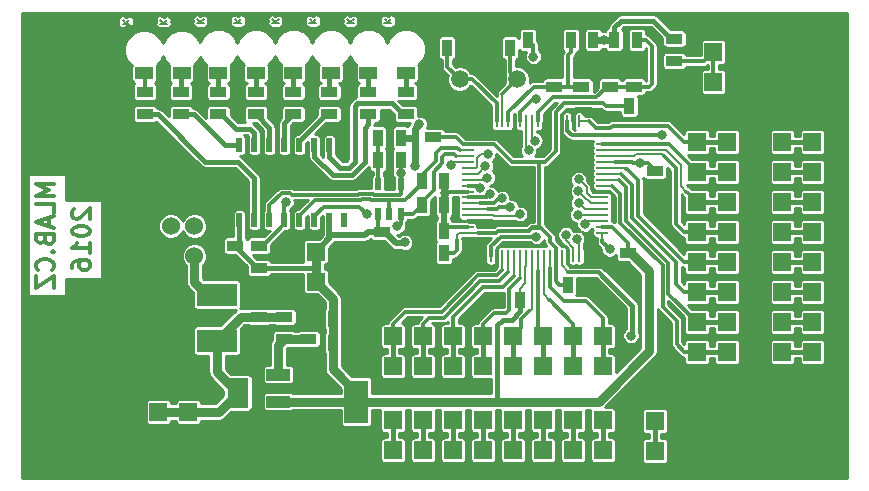
<source format=gbr>
G04 #@! TF.FileFunction,Copper,L2,Bot,Signal*
%FSLAX46Y46*%
G04 Gerber Fmt 4.6, Leading zero omitted, Abs format (unit mm)*
G04 Created by KiCad (PCBNEW no-vcs-found-undefined) date Sun Nov 13 20:57:18 2016*
%MOMM*%
%LPD*%
G01*
G04 APERTURE LIST*
%ADD10C,0.150000*%
%ADD11C,0.300000*%
%ADD12C,2.700020*%
%ADD13C,1.524000*%
%ADD14R,1.000000X0.250000*%
%ADD15R,0.250000X1.000000*%
%ADD16R,1.397000X0.889000*%
%ADD17C,6.000000*%
%ADD18R,0.889000X1.397000*%
%ADD19R,1.800860X2.499360*%
%ADD20R,1.500000X1.050000*%
%ADD21R,3.400000X1.900000*%
%ADD22R,1.524000X1.524000*%
%ADD23R,0.500000X1.000760*%
%ADD24R,0.501040X1.000760*%
%ADD25R,2.032000X3.657600*%
%ADD26R,2.032000X1.016000*%
%ADD27R,0.508000X1.143000*%
%ADD28C,1.501140*%
%ADD29C,0.800000*%
%ADD30C,0.400000*%
%ADD31C,0.200000*%
%ADD32C,0.800000*%
%ADD33C,0.600000*%
%ADD34C,0.500000*%
%ADD35C,0.254000*%
G04 APERTURE END LIST*
D10*
D11*
X5036428Y23399428D02*
X4965000Y23328000D01*
X4893571Y23185142D01*
X4893571Y22828000D01*
X4965000Y22685142D01*
X5036428Y22613714D01*
X5179285Y22542285D01*
X5322142Y22542285D01*
X5536428Y22613714D01*
X6393571Y23470857D01*
X6393571Y22542285D01*
X4893571Y21613714D02*
X4893571Y21470857D01*
X4965000Y21328000D01*
X5036428Y21256571D01*
X5179285Y21185142D01*
X5465000Y21113714D01*
X5822142Y21113714D01*
X6107857Y21185142D01*
X6250714Y21256571D01*
X6322142Y21328000D01*
X6393571Y21470857D01*
X6393571Y21613714D01*
X6322142Y21756571D01*
X6250714Y21828000D01*
X6107857Y21899428D01*
X5822142Y21970857D01*
X5465000Y21970857D01*
X5179285Y21899428D01*
X5036428Y21828000D01*
X4965000Y21756571D01*
X4893571Y21613714D01*
X6393571Y19685142D02*
X6393571Y20542285D01*
X6393571Y20113714D02*
X4893571Y20113714D01*
X5107857Y20256571D01*
X5250714Y20399428D01*
X5322142Y20542285D01*
X4893571Y18399428D02*
X4893571Y18685142D01*
X4965000Y18828000D01*
X5036428Y18899428D01*
X5250714Y19042285D01*
X5536428Y19113714D01*
X6107857Y19113714D01*
X6250714Y19042285D01*
X6322142Y18970857D01*
X6393571Y18828000D01*
X6393571Y18542285D01*
X6322142Y18399428D01*
X6250714Y18328000D01*
X6107857Y18256571D01*
X5750714Y18256571D01*
X5607857Y18328000D01*
X5536428Y18399428D01*
X5465000Y18542285D01*
X5465000Y18828000D01*
X5536428Y18970857D01*
X5607857Y19042285D01*
X5750714Y19113714D01*
X3345571Y25530428D02*
X1845571Y25530428D01*
X2917000Y25030428D01*
X1845571Y24530428D01*
X3345571Y24530428D01*
X3345571Y23101857D02*
X3345571Y23816142D01*
X1845571Y23816142D01*
X2917000Y22673285D02*
X2917000Y21959000D01*
X3345571Y22816142D02*
X1845571Y22316142D01*
X3345571Y21816142D01*
X2559857Y20816142D02*
X2631285Y20601857D01*
X2702714Y20530428D01*
X2845571Y20459000D01*
X3059857Y20459000D01*
X3202714Y20530428D01*
X3274142Y20601857D01*
X3345571Y20744714D01*
X3345571Y21316142D01*
X1845571Y21316142D01*
X1845571Y20816142D01*
X1917000Y20673285D01*
X1988428Y20601857D01*
X2131285Y20530428D01*
X2274142Y20530428D01*
X2417000Y20601857D01*
X2488428Y20673285D01*
X2559857Y20816142D01*
X2559857Y21316142D01*
X3202714Y19816142D02*
X3274142Y19744714D01*
X3345571Y19816142D01*
X3274142Y19887571D01*
X3202714Y19816142D01*
X3345571Y19816142D01*
X3202714Y18244714D02*
X3274142Y18316142D01*
X3345571Y18530428D01*
X3345571Y18673285D01*
X3274142Y18887571D01*
X3131285Y19030428D01*
X2988428Y19101857D01*
X2702714Y19173285D01*
X2488428Y19173285D01*
X2202714Y19101857D01*
X2059857Y19030428D01*
X1917000Y18887571D01*
X1845571Y18673285D01*
X1845571Y18530428D01*
X1916999Y18316142D01*
X1988428Y18244714D01*
X1845571Y17744714D02*
X1845571Y16744714D01*
X3345571Y17744714D01*
X3345571Y16744714D01*
D10*
X9735820Y39116000D02*
X9166860Y39110920D01*
X9464040Y39146480D02*
X9735820Y39420800D01*
X9479280Y39108380D02*
X9174480Y39428420D01*
X12654280Y39108380D02*
X12349480Y39428420D01*
X12639040Y39146480D02*
X12910820Y39420800D01*
X12910820Y39116000D02*
X12341860Y39110920D01*
X16022320Y39179500D02*
X15453360Y39174420D01*
X15750540Y39209980D02*
X16022320Y39484300D01*
X15765780Y39171880D02*
X15460980Y39491920D01*
X18940780Y39171880D02*
X18635980Y39491920D01*
X18925540Y39209980D02*
X19197320Y39484300D01*
X19197320Y39179500D02*
X18628360Y39174420D01*
X22372320Y39179500D02*
X21803360Y39174420D01*
X22100540Y39209980D02*
X22372320Y39484300D01*
X22115780Y39171880D02*
X21810980Y39491920D01*
X25290780Y39171880D02*
X24985980Y39491920D01*
X25275540Y39209980D02*
X25547320Y39484300D01*
X25547320Y39179500D02*
X24978360Y39174420D01*
X28465780Y39171880D02*
X28160980Y39491920D01*
X28450540Y39209980D02*
X28722320Y39484300D01*
X28722320Y39179500D02*
X28153360Y39174420D01*
X31897320Y39179500D02*
X31328360Y39174420D01*
X31625540Y39209980D02*
X31897320Y39484300D01*
X31640780Y39171880D02*
X31335980Y39491920D01*
D12*
X10541000Y14701520D03*
X10541000Y26700480D03*
D13*
X13241020Y21971000D03*
X13241020Y19431000D03*
X15240000Y19431000D03*
X15240000Y21971000D03*
D14*
X38369000Y28896000D03*
X38369000Y28396000D03*
X38369000Y27896000D03*
X38369000Y27396000D03*
X38369000Y26896000D03*
X38369000Y26396000D03*
X38369000Y25896000D03*
X38369000Y25396000D03*
X38369000Y24896000D03*
X38369000Y24396000D03*
X38369000Y23896000D03*
X38369000Y23396000D03*
X38369000Y22896000D03*
X38369000Y22396000D03*
X38369000Y21896000D03*
X38369000Y21396000D03*
D15*
X40319000Y19446000D03*
X40819000Y19446000D03*
X41319000Y19446000D03*
X41819000Y19446000D03*
X42319000Y19446000D03*
X42819000Y19446000D03*
X43319000Y19446000D03*
X43819000Y19446000D03*
X44319000Y19446000D03*
X44819000Y19446000D03*
X45319000Y19446000D03*
X45819000Y19446000D03*
X46319000Y19446000D03*
X46819000Y19446000D03*
X47319000Y19446000D03*
X47819000Y19446000D03*
D14*
X49769000Y21396000D03*
X49769000Y21896000D03*
X49769000Y22396000D03*
X49769000Y22896000D03*
X49769000Y23396000D03*
X49769000Y23896000D03*
X49769000Y24396000D03*
X49769000Y24896000D03*
X49769000Y25396000D03*
X49769000Y25896000D03*
X49769000Y26396000D03*
X49769000Y26896000D03*
X49769000Y27396000D03*
X49769000Y27896000D03*
X49769000Y28396000D03*
X49769000Y28896000D03*
D15*
X47819000Y30846000D03*
X47319000Y30846000D03*
X46819000Y30846000D03*
X46319000Y30846000D03*
X45819000Y30846000D03*
X45319000Y30846000D03*
X44819000Y30846000D03*
X44319000Y30846000D03*
X43819000Y30846000D03*
X43319000Y30846000D03*
X42819000Y30846000D03*
X42319000Y30846000D03*
X41819000Y30846000D03*
X41319000Y30846000D03*
X40819000Y30846000D03*
X40319000Y30846000D03*
D16*
X54229000Y26670000D03*
X54229000Y24765000D03*
D17*
X66040000Y35560000D03*
X5080000Y35560000D03*
X5080000Y5080000D03*
X66040000Y5080000D03*
D16*
X31115000Y21463000D03*
X31115000Y19558000D03*
X48006000Y35687000D03*
X48006000Y33782000D03*
D18*
X36639500Y37084000D03*
X38544500Y37084000D03*
D16*
X52451000Y35687000D03*
X52451000Y33782000D03*
D18*
X40068500Y37084000D03*
X41973500Y37084000D03*
D16*
X45720000Y33782000D03*
X45720000Y35687000D03*
D18*
X34480500Y19685000D03*
X36385500Y19685000D03*
D16*
X50419000Y33782000D03*
X50419000Y35687000D03*
X20701000Y12382500D03*
X20701000Y14287500D03*
X24892000Y12382500D03*
X24892000Y14287500D03*
D18*
X26987500Y14097000D03*
X28892500Y14097000D03*
X42799000Y15748000D03*
X40894000Y15748000D03*
X46863000Y17018000D03*
X48768000Y17018000D03*
X28892500Y12065000D03*
X26987500Y12065000D03*
D16*
X51943000Y17780000D03*
X51943000Y19685000D03*
D18*
X53975000Y32131000D03*
X52070000Y32131000D03*
D16*
X35433000Y29527500D03*
X35433000Y31432500D03*
X18669000Y20320000D03*
X18669000Y18415000D03*
D19*
X18923000Y3843020D03*
X18923000Y7840980D03*
D20*
X10985500Y38893500D03*
X10985500Y34893500D03*
X14160500Y34893500D03*
X14160500Y38893500D03*
X17272000Y38957000D03*
X17272000Y34957000D03*
X20447000Y34957000D03*
X20447000Y38957000D03*
X23622000Y38957000D03*
X23622000Y34957000D03*
X26797000Y34957000D03*
X26797000Y38957000D03*
X29972000Y34957000D03*
X29972000Y38957000D03*
X33147000Y38957000D03*
X33147000Y34957000D03*
D21*
X17145000Y16174000D03*
X17145000Y12274000D03*
D22*
X59182000Y34163000D03*
X59182000Y36703000D03*
X60325000Y29083000D03*
X57785000Y29083000D03*
X57785000Y26543000D03*
X60325000Y26543000D03*
X60325000Y24003000D03*
X57785000Y24003000D03*
X57785000Y21463000D03*
X60325000Y21463000D03*
X57785000Y18923000D03*
X60325000Y18923000D03*
X60325000Y16383000D03*
X57785000Y16383000D03*
X60325000Y13843000D03*
X57785000Y13843000D03*
X57785000Y11303000D03*
X60325000Y11303000D03*
X67564000Y29083000D03*
X65024000Y29083000D03*
X67564000Y26543000D03*
X65024000Y26543000D03*
X65024000Y24003000D03*
X67564000Y24003000D03*
X67564000Y21463000D03*
X65024000Y21463000D03*
X65024000Y18923000D03*
X67564000Y18923000D03*
X67564000Y16383000D03*
X65024000Y16383000D03*
X65024000Y13843000D03*
X67564000Y13843000D03*
X65024000Y11303000D03*
X67564000Y11303000D03*
X49847500Y10096500D03*
X49847500Y12636500D03*
X47307500Y12636500D03*
X47307500Y10096500D03*
X44767500Y10096500D03*
X44767500Y12636500D03*
X42227500Y12636500D03*
X42227500Y10096500D03*
X39687500Y10096500D03*
X39687500Y12636500D03*
X37147500Y12636500D03*
X37147500Y10096500D03*
X34607500Y10096500D03*
X34607500Y12636500D03*
X32067500Y12636500D03*
X32067500Y10096500D03*
X49847500Y2984500D03*
X49847500Y5524500D03*
X47307500Y5524500D03*
X47307500Y2984500D03*
X44767500Y2984500D03*
X44767500Y5524500D03*
X42227500Y2984500D03*
X42227500Y5524500D03*
X39687500Y2984500D03*
X39687500Y5524500D03*
X37147500Y5524500D03*
X37147500Y2984500D03*
X34607500Y5524500D03*
X34607500Y2984500D03*
X32067500Y5524500D03*
X32067500Y2984500D03*
X54229000Y5461000D03*
X54229000Y2921000D03*
X14732000Y3683000D03*
X12192000Y3683000D03*
X14732000Y6223000D03*
X12192000Y6223000D03*
X14732000Y8763000D03*
X12192000Y8763000D03*
X22987000Y17272000D03*
X22987000Y19812000D03*
X25527000Y17272000D03*
X25527000Y19812000D03*
X28067000Y17272000D03*
X28067000Y19812000D03*
D18*
X52705000Y37719000D03*
X50800000Y37719000D03*
X49022000Y37719000D03*
X47117000Y37719000D03*
D16*
X22860000Y12382500D03*
X22860000Y14287500D03*
D18*
X30797500Y29464000D03*
X32702500Y29464000D03*
X30797500Y27559000D03*
X32702500Y27559000D03*
X36385500Y23749000D03*
X34480500Y23749000D03*
X34480500Y25781000D03*
X36385500Y25781000D03*
D16*
X55880000Y35941000D03*
X55880000Y37846000D03*
D18*
X45402500Y37719000D03*
X43497500Y37719000D03*
D16*
X11049000Y33337500D03*
X11049000Y31432500D03*
X14097000Y31432500D03*
X14097000Y33337500D03*
X17272000Y33337500D03*
X17272000Y31432500D03*
X20447000Y31432500D03*
X20447000Y33337500D03*
X23622000Y33337500D03*
X23622000Y31432500D03*
X26670000Y31432500D03*
X26670000Y33337500D03*
X29972000Y33337500D03*
X29972000Y31432500D03*
X33147000Y33337500D03*
X33147000Y31432500D03*
X20701000Y20320000D03*
X20701000Y18415000D03*
D23*
X30797500Y22987000D03*
X31750000Y22987000D03*
D24*
X32702500Y22987000D03*
D23*
X32702500Y25527000D03*
X31750000Y25527000D03*
X30797500Y25527000D03*
D25*
X28956000Y7112000D03*
D26*
X22352000Y7112000D03*
X22352000Y9398000D03*
X22352000Y4826000D03*
D27*
X20320000Y22479000D03*
X19050000Y28829000D03*
X20320000Y28829000D03*
X21590000Y28829000D03*
X22860000Y28829000D03*
X24130000Y28829000D03*
X25400000Y28829000D03*
X26670000Y28829000D03*
X27940000Y28829000D03*
X27940000Y22479000D03*
X26670000Y22479000D03*
X25400000Y22479000D03*
X24130000Y22479000D03*
X22860000Y22479000D03*
X21590000Y22479000D03*
X19050000Y22479000D03*
D28*
X37691060Y34417000D03*
X42572940Y34417000D03*
D18*
X34480500Y21590000D03*
X36385500Y21590000D03*
D29*
X31546800Y31242000D03*
X27983907Y27743693D03*
X17272000Y18745200D03*
X50901600Y18237196D03*
X55312652Y13605860D03*
X50292000Y14986000D03*
X51308000Y14732000D03*
X43561000Y23748996D03*
X43434000Y25527000D03*
X43561000Y26543000D03*
X41783000Y26670000D03*
X42799000Y24511000D03*
X48107600Y28752800D03*
X49580800Y31038800D03*
X42418000Y28194000D03*
X46652261Y28683612D03*
X45084997Y29336997D03*
X44831000Y28480998D03*
X38862000Y30480000D03*
X7620000Y39116000D03*
X8763000Y38100000D03*
X38608000Y39243000D03*
X37338000Y39243000D03*
X36068000Y39116000D03*
X34798000Y39116000D03*
X20701000Y3048000D03*
X22098000Y3429000D03*
X26416000Y3556000D03*
X26543000Y4953000D03*
X33020000Y19304000D03*
X31242000Y18288000D03*
X30099000Y17145000D03*
X30099000Y15748000D03*
X51689000Y36576000D03*
X45720000Y36703000D03*
X38100000Y32766000D03*
X36322000Y33147000D03*
X35052000Y33147000D03*
X51943000Y4445000D03*
X52070000Y5842000D03*
X51943000Y7493000D03*
X51689000Y10922000D03*
X51054000Y11430000D03*
X51435000Y13716000D03*
X45339000Y25400000D03*
X45339000Y26543000D03*
X46355000Y27305000D03*
X33912391Y27066642D03*
X33051780Y20597533D03*
X52933600Y27279602D03*
X34289998Y30584967D03*
X36449002Y24765000D03*
X49911000Y37719000D03*
X54813200Y29667200D03*
X47764043Y25922389D03*
X47735779Y24922776D03*
X47759488Y23923045D03*
X47681352Y22926090D03*
X48310800Y22148800D03*
X50393600Y20015200D03*
X47614228Y20864358D03*
X46685200Y21234400D03*
X44196000Y21082000D03*
X42802615Y22974551D03*
X41991331Y23559223D03*
X41263903Y24309233D03*
X40285763Y24643155D03*
X39445885Y25185952D03*
X40045640Y26060401D03*
X39869006Y27044690D03*
X52197000Y12699994D03*
X32715202Y26466800D03*
X36957000Y27178002D03*
X32408816Y21982416D03*
X29819600Y22961600D03*
X43942000Y36322000D03*
X44196000Y32766000D03*
X40060880Y28041600D03*
X22987000Y24003000D03*
X44069000Y29210000D03*
X43524451Y28371257D03*
D30*
X31750000Y25527000D02*
X31750000Y31038800D01*
X31750000Y31038800D02*
X31546800Y31242000D01*
X27940000Y28829000D02*
X27940000Y27787600D01*
X27940000Y27787600D02*
X27983907Y27743693D01*
X18669000Y18415000D02*
X17602200Y18415000D01*
X17602200Y18415000D02*
X17272000Y18745200D01*
D31*
X51044500Y17780000D02*
X50901600Y17922900D01*
X50901600Y17922900D02*
X50901600Y18237196D01*
X51943000Y17780000D02*
X51044500Y17780000D01*
D11*
X66040000Y5080000D02*
X61797360Y5080000D01*
X61797360Y5080000D02*
X55312652Y11564708D01*
X55312652Y11564708D02*
X55312652Y13605860D01*
X43162616Y22224550D02*
X43561000Y22622934D01*
X40425539Y22396000D02*
X40596989Y22224550D01*
X43561000Y22622934D02*
X43561000Y23748996D01*
X40596989Y22224550D02*
X43162616Y22224550D01*
X38369000Y22396000D02*
X40425539Y22396000D01*
X51308000Y14732000D02*
X50546000Y14732000D01*
X50292000Y15240000D02*
X50292000Y14986000D01*
X48768000Y16764000D02*
X50292000Y15240000D01*
X50546000Y14732000D02*
X50292000Y14986000D01*
X48768000Y17018000D02*
X48768000Y16764000D01*
X51435000Y14605000D02*
X51308000Y14732000D01*
X51435000Y13716000D02*
X51435000Y14605000D01*
X43561000Y26543000D02*
X43561000Y25654000D01*
X43561000Y25654000D02*
X43434000Y25527000D01*
X42799000Y24511000D02*
X42799000Y25654000D01*
X42799000Y25654000D02*
X41783000Y26670000D01*
X49769000Y24896000D02*
X49115613Y24896000D01*
X49115613Y24896000D02*
X48902012Y25109601D01*
X48902012Y27958388D02*
X48107600Y28752800D01*
X48902012Y25109601D02*
X48902012Y27958388D01*
X47802800Y28752800D02*
X48107600Y28752800D01*
X46355000Y27305000D02*
X47802800Y28752800D01*
X48774401Y31845199D02*
X49580800Y31038800D01*
X47518199Y31845199D02*
X48774401Y31845199D01*
X47319000Y31646000D02*
X47518199Y31845199D01*
X47319000Y30846000D02*
X47319000Y31646000D01*
D31*
X40259000Y30086000D02*
X40526000Y30086000D01*
X40526000Y30086000D02*
X42418000Y28194000D01*
X40319000Y30846000D02*
X40319000Y30146000D01*
X40319000Y30146000D02*
X40259000Y30086000D01*
X45319000Y30846000D02*
X45319000Y29571000D01*
X45319000Y29571000D02*
X45084997Y29336997D01*
D11*
X44831000Y29083000D02*
X45084997Y29336997D01*
X44831000Y28480998D02*
X44831000Y29083000D01*
X44831000Y28480998D02*
X44704000Y28353998D01*
D31*
X39228000Y30846000D02*
X38862000Y30480000D01*
X36195000Y33147000D02*
X38862000Y30480000D01*
X40319000Y30846000D02*
X39228000Y30846000D01*
X35052000Y33147000D02*
X36195000Y33147000D01*
X10985500Y38893500D02*
X9556500Y38893500D01*
X9556500Y38893500D02*
X8763000Y38100000D01*
X36068000Y39116000D02*
X37211000Y39116000D01*
X37211000Y39116000D02*
X37338000Y39243000D01*
X33147000Y38957000D02*
X34639000Y38957000D01*
X34639000Y38957000D02*
X34798000Y39116000D01*
X26416000Y3556000D02*
X22225000Y3556000D01*
X22225000Y3556000D02*
X22098000Y3429000D01*
X22352000Y4826000D02*
X26416000Y4826000D01*
X26416000Y4826000D02*
X26543000Y4953000D01*
X31242000Y18288000D02*
X32004000Y18288000D01*
X32004000Y18288000D02*
X33020000Y19304000D01*
X30099000Y15748000D02*
X30099000Y17145000D01*
X52451000Y35687000D02*
X52451000Y35814000D01*
X52451000Y35814000D02*
X51689000Y36576000D01*
X45402500Y37719000D02*
X45402500Y37020500D01*
X45402500Y37020500D02*
X45720000Y36703000D01*
X36322000Y33147000D02*
X37719000Y33147000D01*
X37719000Y33147000D02*
X38100000Y32766000D01*
D11*
X51943000Y7493000D02*
X51943000Y5969000D01*
X51943000Y5969000D02*
X52070000Y5842000D01*
X51054000Y11430000D02*
X51181000Y11430000D01*
X51181000Y11430000D02*
X51689000Y10922000D01*
X45339000Y26543000D02*
X45339000Y25400000D01*
X45720000Y33782000D02*
X46863000Y33782000D01*
X47117000Y36720500D02*
X46863000Y36466500D01*
X46863000Y33782000D02*
X48006000Y33782000D01*
X47117000Y37719000D02*
X47117000Y36720500D01*
X46863000Y36466500D02*
X46863000Y33782000D01*
X41819000Y30846000D02*
X41819000Y31646000D01*
X41819000Y31646000D02*
X43955000Y33782000D01*
X43955000Y33782000D02*
X45720000Y33782000D01*
X36639500Y37084000D02*
X36639500Y35468560D01*
X36639500Y35468560D02*
X37691060Y34417000D01*
X37691060Y34417000D02*
X38752526Y34417000D01*
X38752526Y34417000D02*
X40819000Y32350526D01*
X40819000Y32350526D02*
X40819000Y30846000D01*
X45558011Y32885011D02*
X49268011Y32885011D01*
X44319000Y31646000D02*
X45558011Y32885011D01*
X44319000Y30846000D02*
X44319000Y31646000D01*
X49268011Y32885011D02*
X50165000Y33782000D01*
X50165000Y33782000D02*
X50419000Y33782000D01*
X53975000Y34036000D02*
X53721000Y33782000D01*
X53721000Y33782000D02*
X52451000Y33782000D01*
X53975000Y37193500D02*
X53975000Y34036000D01*
X52705000Y37719000D02*
X53449500Y37719000D01*
X53449500Y37719000D02*
X53975000Y37193500D01*
X52451000Y33782000D02*
X50419000Y33782000D01*
D30*
X40894000Y13589000D02*
X40894000Y7112000D01*
X41359990Y14054990D02*
X40894000Y13589000D01*
X42106158Y14054990D02*
X41359990Y14054990D01*
X42799000Y14747832D02*
X42106158Y14054990D01*
X42799000Y15748000D02*
X42799000Y14747832D01*
D31*
X42799000Y15748000D02*
X42799000Y16646500D01*
X42799000Y16646500D02*
X43269009Y17116509D01*
X43269009Y17116509D02*
X43269009Y18542809D01*
X43269009Y18542809D02*
X43319000Y18592800D01*
X43319000Y18592800D02*
X43319000Y19446000D01*
D32*
X25527000Y17272000D02*
X25527000Y18389600D01*
X25527000Y18389600D02*
X25527000Y19812000D01*
D30*
X20701000Y18415000D02*
X21799500Y18415000D01*
X21799500Y18415000D02*
X21818501Y18434001D01*
X21818501Y18434001D02*
X25482599Y18434001D01*
X25482599Y18434001D02*
X25527000Y18389600D01*
D33*
X33912391Y29460609D02*
X33912391Y27066642D01*
X33909000Y29464000D02*
X33912391Y29460609D01*
D34*
X32313500Y20518500D02*
X32972747Y20518500D01*
X32972747Y20518500D02*
X33051780Y20597533D01*
X31115000Y21463000D02*
X31369000Y21463000D01*
X31369000Y21463000D02*
X32313500Y20518500D01*
D11*
X52933600Y27279602D02*
X53619398Y27279602D01*
X53619398Y27279602D02*
X54229000Y26670000D01*
X50836000Y27396000D02*
X52251517Y27396000D01*
X52251517Y27396000D02*
X52367915Y27279602D01*
X52367915Y27279602D02*
X52933600Y27279602D01*
D31*
X49769000Y27396000D02*
X50836000Y27396000D01*
D30*
X50800000Y37719000D02*
X50800000Y38817500D01*
X50800000Y38817500D02*
X51352500Y39370000D01*
X51352500Y39370000D02*
X54102000Y39370000D01*
X54102000Y39370000D02*
X55626000Y37846000D01*
X55626000Y37846000D02*
X55880000Y37846000D01*
D33*
X33889999Y30184968D02*
X34289998Y30584967D01*
X33909000Y29464000D02*
X33889999Y29483001D01*
X33889999Y29483001D02*
X33889999Y30184968D01*
D34*
X36385500Y24701498D02*
X36449002Y24765000D01*
X36385500Y21590000D02*
X36385500Y24701498D01*
X36449002Y23812502D02*
X36449002Y24199315D01*
X36385500Y23749000D02*
X36449002Y23812502D01*
X36449002Y24199315D02*
X36449002Y24765000D01*
D33*
X32702500Y29464000D02*
X33909000Y29464000D01*
D30*
X20701000Y18415000D02*
X20574000Y18415000D01*
X20574000Y18415000D02*
X18669000Y20320000D01*
D32*
X28956000Y7112000D02*
X40894000Y7112000D01*
X40894000Y7112000D02*
X49467002Y7112000D01*
X53721000Y18161000D02*
X53721000Y11365998D01*
X49467002Y7112000D02*
X53721000Y11365998D01*
D33*
X49911000Y37719000D02*
X49022000Y37719000D01*
X49911000Y37719000D02*
X50800000Y37719000D01*
D32*
X52197000Y19685000D02*
X51943000Y19685000D01*
X53721000Y18161000D02*
X52197000Y19685000D01*
D11*
X38369000Y21896000D02*
X36691500Y21896000D01*
X36691500Y21896000D02*
X36385500Y21590000D01*
D34*
X36385500Y25781000D02*
X36385500Y24765000D01*
X36385500Y24765000D02*
X36385500Y23749000D01*
D11*
X38369000Y24896000D02*
X36516500Y24896000D01*
X36516500Y24896000D02*
X36385500Y24765000D01*
D34*
X26670000Y21209000D02*
X29662500Y21209000D01*
X29662500Y21209000D02*
X29916500Y21463000D01*
X29916500Y21463000D02*
X31115000Y21463000D01*
X26670000Y22479000D02*
X26670000Y20955000D01*
X26670000Y20955000D02*
X25527000Y19812000D01*
D30*
X26670000Y21209000D02*
X26670000Y20955000D01*
X26670000Y22479000D02*
X26670000Y21209000D01*
X19050000Y22479000D02*
X19050000Y20701000D01*
X19050000Y20701000D02*
X18669000Y20320000D01*
D32*
X26987500Y14097000D02*
X26987500Y15811500D01*
X26987500Y15811500D02*
X25527000Y17272000D01*
X28956000Y7874000D02*
X26987500Y9842500D01*
X26987500Y9842500D02*
X26987500Y12065000D01*
X28956000Y7112000D02*
X28956000Y7874000D01*
X26987500Y14097000D02*
X26987500Y12065000D01*
X22352000Y7112000D02*
X28956000Y7112000D01*
D11*
X49769000Y21896000D02*
X50569000Y21896000D01*
X50569000Y21896000D02*
X51943000Y20522000D01*
X51943000Y20522000D02*
X51943000Y19685000D01*
X30797500Y22987000D02*
X30797500Y21780500D01*
X30797500Y21780500D02*
X31115000Y21463000D01*
D31*
X41319000Y30846000D02*
X41319000Y33163060D01*
D11*
X41973500Y37084000D02*
X41973500Y35016440D01*
X41973500Y35016440D02*
X42572940Y34417000D01*
X41319000Y33163060D02*
X42572940Y34417000D01*
D31*
X38369000Y21396000D02*
X39243000Y21396000D01*
D11*
X40761880Y21396000D02*
X39243000Y21396000D01*
X43180000Y21582010D02*
X43426010Y21582010D01*
X44577000Y21811002D02*
X44492012Y21895990D01*
X43586008Y21582010D02*
X43835999Y21832001D01*
X40947890Y21582010D02*
X43180000Y21582010D01*
X44556001Y21832001D02*
X44577000Y21811002D01*
X45350998Y21037004D02*
X44577000Y21811002D01*
X43180000Y21582010D02*
X43586008Y21582010D01*
X43835999Y21832001D02*
X44556001Y21832001D01*
X43426010Y21582010D02*
X43434000Y21590000D01*
X43434000Y21590000D02*
X43593998Y21590000D01*
X43593998Y21590000D02*
X43859996Y21855998D01*
X43859996Y21855998D02*
X44283008Y21855998D01*
X40761880Y21396000D02*
X40947890Y21582010D01*
X44323000Y21895990D02*
X44283008Y21855998D01*
X44438002Y22010992D02*
X44438002Y27316998D01*
X44323000Y21895990D02*
X44438002Y22010992D01*
X44438002Y27316998D02*
X44323000Y27432000D01*
X45350998Y20609500D02*
X45350998Y21037004D01*
X45819000Y20141498D02*
X45350998Y20609500D01*
X45819000Y19446000D02*
X45819000Y20141498D01*
X44492012Y21895990D02*
X44323000Y21895990D01*
X45819000Y30846000D02*
X45819000Y31646000D01*
X45819000Y31646000D02*
X46558000Y32385000D01*
X50070996Y32131000D02*
X52070000Y32131000D01*
X46558000Y32385000D02*
X49816996Y32385000D01*
X49816996Y32385000D02*
X50070996Y32131000D01*
X45819000Y30846000D02*
X45819000Y30046000D01*
X45819000Y30046000D02*
X45834998Y30030002D01*
X45834998Y30030002D02*
X45834998Y28849982D01*
X45834998Y28849982D02*
X45819000Y28833984D01*
X45819000Y28833984D02*
X45819000Y28325996D01*
X45819000Y28325996D02*
X44925004Y27432000D01*
X44925004Y27432000D02*
X44323000Y27432000D01*
X44323000Y27432000D02*
X42085224Y27432000D01*
X42085224Y27432000D02*
X40621224Y28896000D01*
X40621224Y28896000D02*
X38744000Y28896000D01*
X38744000Y28896000D02*
X38369000Y28896000D01*
X37465000Y20828000D02*
X37465000Y19939000D01*
D31*
X38369000Y21396000D02*
X37669000Y21396000D01*
X37669000Y21396000D02*
X37465000Y21192000D01*
X37465000Y21192000D02*
X37465000Y20828000D01*
D11*
X37362500Y29527500D02*
X35433000Y29527500D01*
X38369000Y28896000D02*
X37994000Y28896000D01*
X37994000Y28896000D02*
X37362500Y29527500D01*
X46863000Y17018000D02*
X46118500Y17018000D01*
X46118500Y17018000D02*
X45819000Y17317500D01*
X45819000Y17317500D02*
X45819000Y19446000D01*
X37465000Y19939000D02*
X37211000Y19685000D01*
X37211000Y19685000D02*
X36385500Y19685000D01*
D32*
X17145000Y12274000D02*
X17145000Y9618980D01*
X17145000Y9618980D02*
X18923000Y7840980D01*
X14732000Y6223000D02*
X17305020Y6223000D01*
X17305020Y6223000D02*
X18923000Y7840980D01*
X12192000Y6223000D02*
X14732000Y6223000D01*
X20701000Y14287500D02*
X22860000Y14287500D01*
X17145000Y12274000D02*
X19158500Y14287500D01*
X19158500Y14287500D02*
X20701000Y14287500D01*
X22352000Y9398000D02*
X22352000Y11874500D01*
X22352000Y11874500D02*
X22860000Y12382500D01*
X22860000Y12382500D02*
X24892000Y12382500D01*
D11*
X11049000Y33337500D02*
X11049000Y34830000D01*
X11049000Y34830000D02*
X10985500Y34893500D01*
D30*
X14097000Y33337500D02*
X14097000Y34830000D01*
X14097000Y34830000D02*
X14160500Y34893500D01*
X17272000Y33337500D02*
X17272000Y34957000D01*
X20447000Y33337500D02*
X20447000Y34957000D01*
X23622000Y33337500D02*
X23622000Y34957000D01*
X26670000Y33337500D02*
X26670000Y34830000D01*
X26670000Y34830000D02*
X26797000Y34957000D01*
X29972000Y33337500D02*
X29972000Y34957000D01*
X33147000Y33337500D02*
X33147000Y34957000D01*
D32*
X16338000Y16174000D02*
X15240000Y17272000D01*
X15240000Y17272000D02*
X15240000Y19431000D01*
X17145000Y16174000D02*
X16338000Y16174000D01*
D11*
X46819000Y30846000D02*
X46819000Y30046000D01*
X46819000Y30046000D02*
X47197800Y29667200D01*
X47197800Y29667200D02*
X54813200Y29667200D01*
X59182000Y36703000D02*
X59182000Y34163000D01*
X55880000Y35941000D02*
X58420000Y35941000D01*
X58420000Y35941000D02*
X59182000Y36703000D01*
X55753000Y35814000D02*
X55880000Y35941000D01*
X48641000Y30846000D02*
X49198202Y30288798D01*
X49198202Y30288798D02*
X50448802Y30288798D01*
X50448802Y30288798D02*
X50640004Y30480000D01*
X50640004Y30480000D02*
X55326000Y30480000D01*
X55326000Y30480000D02*
X56723000Y29083000D01*
X56723000Y29083000D02*
X57785000Y29083000D01*
D31*
X47819000Y30846000D02*
X48641000Y30846000D01*
D30*
X57785000Y29083000D02*
X60325000Y29083000D01*
X57785000Y26543000D02*
X60325000Y26543000D01*
D11*
X49769000Y28896000D02*
X55449244Y28896000D01*
X55449244Y28896000D02*
X57785000Y26560244D01*
X57785000Y26560244D02*
X57785000Y26543000D01*
D31*
X56465000Y25323001D02*
X56896001Y24892000D01*
X56465000Y27101000D02*
X56465000Y25323001D01*
X55135588Y28430412D02*
X56465000Y27101000D01*
X49769000Y28396000D02*
X50469000Y28396000D01*
X50469000Y28396000D02*
X50503412Y28430412D01*
X50503412Y28430412D02*
X55135588Y28430412D01*
D11*
X56896001Y24892000D02*
X57023000Y24765000D01*
X57023000Y24765000D02*
X57785000Y24003000D01*
D30*
X57785000Y24003000D02*
X60325000Y24003000D01*
D11*
X57733000Y23951000D02*
X57785000Y24003000D01*
D31*
X52597599Y28030401D02*
X54828477Y28030401D01*
X54828477Y28030401D02*
X54962878Y27896000D01*
X49769000Y27896000D02*
X52463198Y27896000D01*
X52463198Y27896000D02*
X52597599Y28030401D01*
D11*
X56014990Y22171010D02*
X56723000Y21463000D01*
X54962878Y27896000D02*
X56014990Y26843888D01*
X56014990Y26843888D02*
X56014990Y22171010D01*
X56723000Y21463000D02*
X57785000Y21463000D01*
D30*
X57785000Y21463000D02*
X60325000Y21463000D01*
D11*
X51816000Y26822400D02*
X51866800Y26822400D01*
X51866800Y26822400D02*
X52799498Y25889702D01*
D31*
X51742400Y26896000D02*
X51816000Y26822400D01*
X49769000Y26896000D02*
X51742400Y26896000D01*
D11*
X52799498Y22846502D02*
X52799498Y25889702D01*
X57785000Y18923000D02*
X56723000Y18923000D01*
X56723000Y18923000D02*
X52799498Y22846502D01*
D30*
X57785000Y18923000D02*
X60325000Y18923000D01*
D31*
X49769000Y26396000D02*
X51387876Y26396000D01*
D30*
X57785000Y16383000D02*
X60325000Y16383000D01*
D11*
X57785000Y16383000D02*
X56723000Y16383000D01*
X56723000Y16383000D02*
X56007000Y17099000D01*
X56007000Y17099000D02*
X56007000Y18931880D01*
X56007000Y18931880D02*
X52299488Y22639392D01*
X52299488Y22639392D02*
X52299488Y25484388D01*
X52299488Y25484388D02*
X51387876Y26396000D01*
X51799477Y25277277D02*
X51180754Y25896000D01*
X57785000Y13843000D02*
X55372001Y16255999D01*
X55372001Y18859761D02*
X51799477Y22432285D01*
X55372001Y16255999D02*
X55372001Y18859761D01*
X51799477Y22432285D02*
X51799477Y25277277D01*
D31*
X49769000Y25896000D02*
X51180754Y25896000D01*
D30*
X57785000Y13843000D02*
X60325000Y13843000D01*
D11*
X57785000Y14351000D02*
X57785000Y13843000D01*
X54871990Y18652650D02*
X54871990Y15156526D01*
X51299466Y24665534D02*
X51299466Y22225174D01*
X56723000Y11303000D02*
X57785000Y11303000D01*
X56062654Y13965862D02*
X56062654Y11963346D01*
X50569000Y25396000D02*
X51299466Y24665534D01*
X56062654Y11963346D02*
X56723000Y11303000D01*
X54871990Y15156526D02*
X56062654Y13965862D01*
X51299466Y22225174D02*
X54871990Y18652650D01*
D31*
X49769000Y25396000D02*
X50569000Y25396000D01*
D30*
X57785000Y11303000D02*
X60325000Y11303000D01*
D31*
X49769000Y24396000D02*
X48842771Y24396000D01*
X48447434Y25238998D02*
X47764043Y25922389D01*
X48447434Y24791337D02*
X48447434Y25238998D01*
X48842771Y24396000D02*
X48447434Y24791337D01*
D30*
X65024000Y29083000D02*
X67564000Y29083000D01*
D31*
X48135778Y24522777D02*
X47735779Y24922776D01*
X48150294Y24522777D02*
X48135778Y24522777D01*
X49769000Y23896000D02*
X48777071Y23896000D01*
X48777071Y23896000D02*
X48150294Y24522777D01*
D30*
X65024000Y26543000D02*
X67564000Y26543000D01*
D31*
X48286533Y23396000D02*
X47759488Y23923045D01*
X49769000Y23396000D02*
X48286533Y23396000D01*
D30*
X65024000Y24003000D02*
X67564000Y24003000D01*
D31*
X47711442Y22896000D02*
X47681352Y22926090D01*
X49769000Y22896000D02*
X47711442Y22896000D01*
D30*
X65024000Y21463000D02*
X67564000Y21463000D01*
D31*
X48558000Y22396000D02*
X48310800Y22148800D01*
X49769000Y22396000D02*
X48558000Y22396000D01*
D30*
X65024000Y18923000D02*
X67564000Y18923000D01*
D11*
X49769000Y20828000D02*
X49769000Y20639800D01*
X49769000Y20639800D02*
X50393600Y20015200D01*
D31*
X49769000Y21396000D02*
X49769000Y20828000D01*
D30*
X65024000Y16383000D02*
X67564000Y16383000D01*
D31*
X47819000Y19446000D02*
X47819000Y20659586D01*
X47819000Y20659586D02*
X47614228Y20864358D01*
D30*
X65024000Y13843000D02*
X67564000Y13843000D01*
D31*
X46685200Y20779800D02*
X46685200Y21234400D01*
X47319000Y20146000D02*
X46685200Y20779800D01*
X47319000Y19446000D02*
X47319000Y20146000D01*
D30*
X65024000Y11303000D02*
X67564000Y11303000D01*
D11*
X45313600Y18440400D02*
X45313600Y16794398D01*
X45313600Y16794398D02*
X46486998Y15621000D01*
X46486998Y15621000D02*
X48387000Y15621000D01*
D31*
X45313600Y18740600D02*
X45313600Y18440400D01*
X45319000Y19446000D02*
X45319000Y18746000D01*
X45319000Y18746000D02*
X45313600Y18740600D01*
D11*
X49847500Y14160500D02*
X49847500Y12636500D01*
X48387000Y15621000D02*
X49847500Y14160500D01*
D30*
X49847500Y10096500D02*
X49847500Y12636500D01*
D11*
X45288200Y15697200D02*
X45308800Y15697200D01*
X47307500Y13698500D02*
X47307500Y12636500D01*
X45308800Y15697200D02*
X47307500Y13698500D01*
D31*
X44805600Y16179800D02*
X45288200Y15697200D01*
X44805600Y16205200D02*
X44805600Y16179800D01*
X44805600Y18567400D02*
X44805600Y16205200D01*
X44805600Y18732600D02*
X44805600Y18567400D01*
X44819000Y19446000D02*
X44819000Y18746000D01*
X44819000Y18746000D02*
X44805600Y18732600D01*
D30*
X47307500Y10096500D02*
X47307500Y12636500D01*
D11*
X44319000Y13085000D02*
X44319000Y18186400D01*
D31*
X44319000Y19446000D02*
X44319000Y18186400D01*
X44319000Y13085000D02*
X44767500Y12636500D01*
D30*
X44767500Y10096500D02*
X44767500Y12636500D01*
D11*
X42926000Y14097000D02*
X42926000Y13335000D01*
X42926000Y13335000D02*
X42227500Y12636500D01*
X43586400Y14757400D02*
X42926000Y14097000D01*
D31*
X43815000Y14986000D02*
X43586400Y14757400D01*
X43815000Y18742000D02*
X43815000Y14986000D01*
X43819000Y19446000D02*
X43819000Y18746000D01*
X43819000Y18746000D02*
X43815000Y18742000D01*
D30*
X42227500Y10096500D02*
X42227500Y12636500D01*
D31*
X42779991Y18706991D02*
X42779991Y17580011D01*
X42819000Y18746000D02*
X42779991Y18706991D01*
X42779991Y17580011D02*
X42819000Y17541002D01*
X42819000Y19446000D02*
X42819000Y18746000D01*
D11*
X41910000Y16632002D02*
X42819000Y17541002D01*
X41910000Y14859000D02*
X41910000Y16632002D01*
X40594000Y14605000D02*
X41656000Y14605000D01*
X39687500Y13698500D02*
X40594000Y14605000D01*
X41656000Y14605000D02*
X41910000Y14859000D01*
X39687500Y12636500D02*
X39687500Y13698500D01*
D30*
X39687500Y10096500D02*
X39687500Y12636500D01*
D31*
X42319000Y19446000D02*
X42319000Y17748122D01*
D30*
X37147500Y10096500D02*
X37147500Y12636500D01*
D11*
X39661499Y16796501D02*
X37147500Y14282502D01*
X42319000Y17748122D02*
X41367379Y16796501D01*
X41367379Y16796501D02*
X39661499Y16796501D01*
X37147500Y14282502D02*
X37147500Y12636500D01*
D31*
X41819000Y19446000D02*
X41819000Y18070000D01*
X41819000Y18070000D02*
X41818990Y18069990D01*
D30*
X34607500Y10096500D02*
X34607500Y12636500D01*
D11*
X41818990Y18069990D02*
X41045513Y17296513D01*
X41045513Y17296513D02*
X39454391Y17296513D01*
X39454391Y17296513D02*
X36381878Y14224000D01*
X36381878Y14224000D02*
X35133000Y14224000D01*
X35133000Y14224000D02*
X34607500Y13698500D01*
X34607500Y13698500D02*
X34607500Y12636500D01*
D31*
X41319000Y19446000D02*
X41319000Y18277120D01*
D30*
X32067500Y10096500D02*
X32067500Y12636500D01*
D11*
X32067500Y12636500D02*
X32067500Y13698500D01*
X32067500Y13698500D02*
X33093010Y14724010D01*
X33093010Y14724010D02*
X36174768Y14724010D01*
X36174768Y14724010D02*
X39247279Y17796521D01*
X39247279Y17796521D02*
X40838401Y17796521D01*
X40838401Y17796521D02*
X41319000Y18277120D01*
X41155000Y21082000D02*
X44196000Y21082000D01*
X40319000Y20246000D02*
X41155000Y21082000D01*
X40319000Y19446000D02*
X40319000Y20246000D01*
D30*
X49847500Y2984500D02*
X49847500Y5524500D01*
D31*
X42659695Y22831631D02*
X42802615Y22974551D01*
X38369000Y22896000D02*
X40521310Y22896000D01*
X40521310Y22896000D02*
X40585679Y22831631D01*
X40585679Y22831631D02*
X42659695Y22831631D01*
D30*
X47307500Y2984500D02*
X47307500Y5524500D01*
D31*
X40132872Y23393144D02*
X40130016Y23396000D01*
X40130016Y23396000D02*
X38369000Y23396000D01*
D11*
X41991331Y23559223D02*
X40983621Y23559223D01*
X40983621Y23559223D02*
X40817542Y23393144D01*
X40817542Y23393144D02*
X40132872Y23393144D01*
D30*
X44767500Y2984500D02*
X44767500Y5524500D01*
D11*
X40610432Y23893154D02*
X41026511Y24309233D01*
X39422714Y23893154D02*
X40610432Y23893154D01*
X41026511Y24309233D02*
X41263903Y24309233D01*
D31*
X39422714Y23893154D02*
X39419868Y23896000D01*
X39419868Y23896000D02*
X38369000Y23896000D01*
D30*
X42227500Y2984500D02*
X42227500Y5524500D01*
D11*
X38574777Y24396021D02*
X40038629Y24396021D01*
X38574756Y24396000D02*
X38574777Y24396021D01*
X38369000Y24396000D02*
X38574756Y24396000D01*
X40038629Y24396021D02*
X40285763Y24643155D01*
D30*
X39687500Y2984500D02*
X39687500Y5524500D01*
D11*
X39235837Y25396000D02*
X39445885Y25185952D01*
X38369000Y25396000D02*
X39235837Y25396000D01*
D30*
X37147500Y2984500D02*
X37147500Y5524500D01*
D31*
X39881239Y25896000D02*
X40045640Y26060401D01*
X38369000Y25896000D02*
X39881239Y25896000D01*
D30*
X34607500Y2984500D02*
X34607500Y5524500D01*
D31*
X39220316Y26396000D02*
X39869006Y27044690D01*
X38369000Y26396000D02*
X39220316Y26396000D01*
D30*
X32067500Y2984500D02*
X32067500Y5524500D01*
D31*
X46319000Y19446000D02*
X46319000Y18646000D01*
X46319000Y18646000D02*
X46898499Y18066501D01*
D30*
X49784000Y17775002D02*
X52324000Y15235002D01*
X52324000Y15235002D02*
X52324000Y12826994D01*
X52324000Y12826994D02*
X52197000Y12699994D01*
D11*
X46898499Y18066501D02*
X49492501Y18066501D01*
X49492501Y18066501D02*
X49784000Y17775002D01*
D30*
X54229000Y2921000D02*
X54229000Y5461000D01*
D11*
X30797500Y27559000D02*
X30797500Y25527000D01*
X30797500Y29464000D02*
X30797500Y27559000D01*
X32702500Y26479502D02*
X32715202Y26466800D01*
X32702500Y26454098D02*
X32715202Y26466800D01*
X32702500Y25527000D02*
X32702500Y26454098D01*
X32702500Y27559000D02*
X32702500Y26479502D01*
X23462002Y24638000D02*
X29120074Y24638000D01*
X30335914Y24719612D02*
X30417525Y24638001D01*
X32613880Y24638000D02*
X32702500Y24726620D01*
X23347001Y24753001D02*
X23462002Y24638000D01*
X21590000Y22479000D02*
X21590000Y23716002D01*
X29120074Y24638000D02*
X29201687Y24719613D01*
X21590000Y23716002D02*
X22626999Y24753001D01*
X29201687Y24719613D02*
X30335914Y24719612D01*
X30417525Y24638001D02*
X32613880Y24638000D01*
X32702500Y24726620D02*
X32702500Y25527000D01*
X22626999Y24753001D02*
X23347001Y24753001D01*
D31*
X38369000Y27396000D02*
X37174998Y27396000D01*
X37174998Y27396000D02*
X36957000Y27178002D01*
D11*
X32865500Y27396000D02*
X32702500Y27559000D01*
X32498296Y21982416D02*
X32408816Y21982416D01*
X32702500Y22186620D02*
X32498296Y21982416D01*
X32702500Y22987000D02*
X32702500Y22186620D01*
X29165595Y23615605D02*
X29819600Y22961600D01*
X25400000Y22796500D02*
X26219105Y23615605D01*
X25400000Y22479000D02*
X25400000Y22796500D01*
X26219105Y23615605D02*
X29165595Y23615605D01*
D31*
X38369000Y27896000D02*
X37349004Y27896000D01*
D11*
X37349004Y27896000D02*
X37178004Y28067000D01*
X35492113Y25014613D02*
X34480500Y24003000D01*
X37178004Y28067000D02*
X36449000Y28067000D01*
X36449000Y28067000D02*
X36206999Y27824999D01*
X36206999Y27824999D02*
X36206999Y27277871D01*
X36206999Y27277871D02*
X35492113Y26562985D01*
X34480500Y24003000D02*
X34480500Y23749000D01*
X35492113Y26562985D02*
X35492113Y25014613D01*
X32702500Y22987000D02*
X33718500Y22987000D01*
X33718500Y22987000D02*
X34480500Y23749000D01*
X25471490Y24137990D02*
X29327186Y24137990D01*
X24130000Y22479000D02*
X24130000Y22796500D01*
X24130000Y22796500D02*
X25471490Y24137990D01*
X29327186Y24137990D02*
X29408798Y24219602D01*
X29408798Y24219602D02*
X30128802Y24219602D01*
X30128802Y24219602D02*
X30210414Y24137990D01*
X30210414Y24137990D02*
X31750000Y24137990D01*
D31*
X38369000Y28396000D02*
X37683124Y28396000D01*
D11*
X37683124Y28396000D02*
X37504124Y28575000D01*
X37504124Y28575000D02*
X36077006Y28575000D01*
X36077006Y28575000D02*
X35675001Y28172995D01*
X35675001Y28172995D02*
X35675001Y27452992D01*
X34480500Y26258491D02*
X34480500Y25781000D01*
X35675001Y27452992D02*
X34480500Y26258491D01*
X31750000Y24137990D02*
X33091490Y24137990D01*
X31750000Y22987000D02*
X31750000Y24137990D01*
X33091490Y24137990D02*
X34480500Y25527000D01*
X34480500Y25527000D02*
X34480500Y25781000D01*
X43942000Y36322000D02*
X43942000Y37274500D01*
X43942000Y37274500D02*
X43497500Y37719000D01*
X42819000Y30846000D02*
X42819000Y31646000D01*
X42819000Y31646000D02*
X43939000Y32766000D01*
X43939000Y32766000D02*
X44196000Y32766000D01*
D30*
X18923000Y27432000D02*
X20320000Y26035000D01*
X20320000Y26035000D02*
X20320000Y22479000D01*
X16148000Y27432000D02*
X18923000Y27432000D01*
X11049000Y31432500D02*
X12147500Y31432500D01*
X12147500Y31432500D02*
X16148000Y27432000D01*
X14097000Y31432500D02*
X15195500Y31432500D01*
X15195500Y31432500D02*
X17799000Y28829000D01*
X17799000Y28829000D02*
X19050000Y28829000D01*
X14097000Y31432500D02*
X14351000Y31432500D01*
X19939000Y30226000D02*
X20320000Y29845000D01*
X20320000Y29845000D02*
X20320000Y28829000D01*
X18732500Y30226000D02*
X19939000Y30226000D01*
X17272000Y31432500D02*
X17526000Y31432500D01*
X17526000Y31432500D02*
X18732500Y30226000D01*
X21590000Y28829000D02*
X21590000Y30289500D01*
X21590000Y30289500D02*
X20447000Y31432500D01*
X22860000Y28829000D02*
X22860000Y30670500D01*
X22860000Y30670500D02*
X23622000Y31432500D01*
X24130000Y28829000D02*
X24130000Y29146500D01*
X24130000Y29146500D02*
X26416000Y31432500D01*
X26416000Y31432500D02*
X26670000Y31432500D01*
X29972000Y30588000D02*
X29972000Y31432500D01*
X29657609Y30273609D02*
X29972000Y30588000D01*
X26933511Y26323989D02*
X28594931Y26323989D01*
X25400000Y27857500D02*
X26933511Y26323989D01*
X25400000Y28829000D02*
X25400000Y27857500D01*
X29657609Y27386667D02*
X29657609Y30273609D01*
X28594931Y26323989D02*
X29657609Y27386667D01*
X25400000Y28829000D02*
X25400000Y29210000D01*
X26670000Y28829000D02*
X26670000Y27857500D01*
X26670000Y27857500D02*
X27603500Y26924000D01*
X27603500Y26924000D02*
X28295600Y26924000D01*
X28295600Y26924000D02*
X28803600Y27432000D01*
X28803600Y27432000D02*
X28803600Y32127102D01*
X28803600Y32127102D02*
X29036098Y32359600D01*
X29036098Y32359600D02*
X31965900Y32359600D01*
X31965900Y32359600D02*
X32893000Y31432500D01*
X32893000Y31432500D02*
X33147000Y31432500D01*
D31*
X38369000Y26896000D02*
X39069000Y26896000D01*
X39495195Y28041600D02*
X40060880Y28041600D01*
X39169001Y26996001D02*
X39169001Y27715406D01*
X39169001Y27715406D02*
X39495195Y28041600D01*
X39069000Y26896000D02*
X39169001Y26996001D01*
D11*
X22860000Y23876000D02*
X22987000Y24003000D01*
X22860000Y22479000D02*
X22860000Y23876000D01*
X22860000Y22479000D02*
X22860000Y22161500D01*
X22860000Y22161500D02*
X21018500Y20320000D01*
X21018500Y20320000D02*
X20701000Y20320000D01*
D31*
X43819000Y29460000D02*
X44069000Y29210000D01*
X43819000Y30846000D02*
X43819000Y29460000D01*
X43319000Y30846000D02*
X43319000Y28576708D01*
X43319000Y28576708D02*
X43524451Y28371257D01*
D35*
G36*
X70464000Y656000D02*
X656000Y656000D01*
X656000Y6985000D01*
X11096594Y6985000D01*
X11096594Y5461000D01*
X11121973Y5333411D01*
X11194246Y5225246D01*
X11302411Y5152973D01*
X11430000Y5127594D01*
X12954000Y5127594D01*
X13081589Y5152973D01*
X13189754Y5225246D01*
X13262027Y5333411D01*
X13287406Y5461000D01*
X13287406Y5496000D01*
X13636594Y5496000D01*
X13636594Y5461000D01*
X13661973Y5333411D01*
X13734246Y5225246D01*
X13842411Y5152973D01*
X13970000Y5127594D01*
X15494000Y5127594D01*
X15621589Y5152973D01*
X15729754Y5225246D01*
X15802027Y5333411D01*
X15827406Y5461000D01*
X15827406Y5496000D01*
X17305015Y5496000D01*
X17305020Y5495999D01*
X17537072Y5542158D01*
X17583231Y5551340D01*
X17819087Y5708933D01*
X18368048Y6257894D01*
X19823430Y6257894D01*
X19951019Y6283273D01*
X20059184Y6355546D01*
X20131457Y6463711D01*
X20156836Y6591300D01*
X20156836Y9090660D01*
X20131457Y9218249D01*
X20059184Y9326414D01*
X19951019Y9398687D01*
X19823430Y9424066D01*
X18368048Y9424066D01*
X17886114Y9906000D01*
X21002594Y9906000D01*
X21002594Y8890000D01*
X21027973Y8762411D01*
X21100246Y8654246D01*
X21208411Y8581973D01*
X21336000Y8556594D01*
X23368000Y8556594D01*
X23495589Y8581973D01*
X23603754Y8654246D01*
X23676027Y8762411D01*
X23701406Y8890000D01*
X23701406Y9906000D01*
X23676027Y10033589D01*
X23603754Y10141754D01*
X23495589Y10214027D01*
X23368000Y10239406D01*
X23079000Y10239406D01*
X23079000Y11573366D01*
X23110228Y11604594D01*
X23558500Y11604594D01*
X23686089Y11629973D01*
X23724293Y11655500D01*
X24027707Y11655500D01*
X24065911Y11629973D01*
X24193500Y11604594D01*
X25590500Y11604594D01*
X25718089Y11629973D01*
X25826254Y11702246D01*
X25898527Y11810411D01*
X25923906Y11938000D01*
X25923906Y12827000D01*
X25898527Y12954589D01*
X25826254Y13062754D01*
X25718089Y13135027D01*
X25590500Y13160406D01*
X24193500Y13160406D01*
X24065911Y13135027D01*
X24027707Y13109500D01*
X23724293Y13109500D01*
X23686089Y13135027D01*
X23558500Y13160406D01*
X22161500Y13160406D01*
X22033911Y13135027D01*
X21925746Y13062754D01*
X21853473Y12954589D01*
X21828094Y12827000D01*
X21828094Y12373842D01*
X21680340Y12152711D01*
X21671158Y12106552D01*
X21624999Y11874500D01*
X21625000Y11874495D01*
X21625000Y10239406D01*
X21336000Y10239406D01*
X21208411Y10214027D01*
X21100246Y10141754D01*
X21027973Y10033589D01*
X21002594Y9906000D01*
X17886114Y9906000D01*
X17872000Y9920114D01*
X17872000Y10990594D01*
X18845000Y10990594D01*
X18972589Y11015973D01*
X19080754Y11088246D01*
X19153027Y11196411D01*
X19178406Y11324000D01*
X19178406Y13224000D01*
X19169236Y13270102D01*
X19459634Y13560500D01*
X19836707Y13560500D01*
X19874911Y13534973D01*
X20002500Y13509594D01*
X21399500Y13509594D01*
X21527089Y13534973D01*
X21565293Y13560500D01*
X21995707Y13560500D01*
X22033911Y13534973D01*
X22161500Y13509594D01*
X23558500Y13509594D01*
X23686089Y13534973D01*
X23794254Y13607246D01*
X23866527Y13715411D01*
X23891906Y13843000D01*
X23891906Y14732000D01*
X23866527Y14859589D01*
X23794254Y14967754D01*
X23686089Y15040027D01*
X23558500Y15065406D01*
X22161500Y15065406D01*
X22033911Y15040027D01*
X21995707Y15014500D01*
X21565293Y15014500D01*
X21527089Y15040027D01*
X21399500Y15065406D01*
X20002500Y15065406D01*
X19874911Y15040027D01*
X19836707Y15014500D01*
X19158505Y15014500D01*
X19158500Y15014501D01*
X19089069Y15000690D01*
X19153027Y15096411D01*
X19178406Y15224000D01*
X19178406Y17124000D01*
X19153027Y17251589D01*
X19080754Y17359754D01*
X18972589Y17432027D01*
X18845000Y17457406D01*
X16082728Y17457406D01*
X15967000Y17573134D01*
X15967000Y18617996D01*
X16162671Y18813326D01*
X16328811Y19213434D01*
X16329189Y19646665D01*
X16163748Y20047063D01*
X15857674Y20353671D01*
X15457566Y20519811D01*
X15024335Y20520189D01*
X14623937Y20354748D01*
X14317329Y20048674D01*
X14151189Y19648566D01*
X14150811Y19215335D01*
X14316252Y18814937D01*
X14513000Y18617846D01*
X14513000Y17272005D01*
X14512999Y17272000D01*
X14547412Y17099000D01*
X14568340Y16993789D01*
X14681995Y16823691D01*
X14725933Y16757933D01*
X15111594Y16372272D01*
X15111594Y15224000D01*
X15136973Y15096411D01*
X15209246Y14988246D01*
X15317411Y14915973D01*
X15445000Y14890594D01*
X18777672Y14890594D01*
X18731270Y14859589D01*
X18644433Y14801567D01*
X17400272Y13557406D01*
X15445000Y13557406D01*
X15317411Y13532027D01*
X15209246Y13459754D01*
X15136973Y13351589D01*
X15111594Y13224000D01*
X15111594Y11324000D01*
X15136973Y11196411D01*
X15209246Y11088246D01*
X15317411Y11015973D01*
X15445000Y10990594D01*
X16418000Y10990594D01*
X16418000Y9618985D01*
X16417999Y9618980D01*
X16456771Y9424066D01*
X16473340Y9340769D01*
X16586882Y9170840D01*
X16630933Y9104913D01*
X17689164Y8046683D01*
X17689164Y7635277D01*
X17003886Y6950000D01*
X15827406Y6950000D01*
X15827406Y6985000D01*
X15802027Y7112589D01*
X15729754Y7220754D01*
X15621589Y7293027D01*
X15494000Y7318406D01*
X13970000Y7318406D01*
X13842411Y7293027D01*
X13734246Y7220754D01*
X13661973Y7112589D01*
X13636594Y6985000D01*
X13636594Y6950000D01*
X13287406Y6950000D01*
X13287406Y6985000D01*
X13262027Y7112589D01*
X13189754Y7220754D01*
X13081589Y7293027D01*
X12954000Y7318406D01*
X11430000Y7318406D01*
X11302411Y7293027D01*
X11194246Y7220754D01*
X11121973Y7112589D01*
X11096594Y6985000D01*
X656000Y6985000D01*
X656000Y26364572D01*
X1185000Y26364572D01*
X1185000Y16053429D01*
X4389000Y16053429D01*
X4389000Y17493857D01*
X7437000Y17493857D01*
X7437000Y21755335D01*
X12151831Y21755335D01*
X12317272Y21354937D01*
X12623346Y21048329D01*
X13023454Y20882189D01*
X13456685Y20881811D01*
X13857083Y21047252D01*
X14163691Y21353326D01*
X14240494Y21538286D01*
X14316252Y21354937D01*
X14622326Y21048329D01*
X15022434Y20882189D01*
X15455665Y20881811D01*
X15856063Y21047252D01*
X16162671Y21353326D01*
X16328811Y21753434D01*
X16329189Y22186665D01*
X16163748Y22587063D01*
X15857674Y22893671D01*
X15457566Y23059811D01*
X15024335Y23060189D01*
X14623937Y22894748D01*
X14317329Y22588674D01*
X14240526Y22403714D01*
X14164768Y22587063D01*
X13858694Y22893671D01*
X13458586Y23059811D01*
X13025355Y23060189D01*
X12624957Y22894748D01*
X12318349Y22588674D01*
X12152209Y22188566D01*
X12151831Y21755335D01*
X7437000Y21755335D01*
X7437000Y24162143D01*
X4389000Y24162143D01*
X4389000Y26364572D01*
X1185000Y26364572D01*
X656000Y26364572D01*
X656000Y31877000D01*
X10017094Y31877000D01*
X10017094Y30988000D01*
X10042473Y30860411D01*
X10114746Y30752246D01*
X10222911Y30679973D01*
X10350500Y30654594D01*
X11747500Y30654594D01*
X11875089Y30679973D01*
X11983254Y30752246D01*
X12022992Y30811718D01*
X15775354Y27059355D01*
X15853275Y27007290D01*
X15946326Y26945115D01*
X16148000Y26905000D01*
X18704710Y26905000D01*
X19793000Y25816709D01*
X19793000Y23230511D01*
X19757973Y23178089D01*
X19732594Y23050500D01*
X19732594Y21907500D01*
X19757973Y21779911D01*
X19830246Y21671746D01*
X19938411Y21599473D01*
X20066000Y21574094D01*
X20574000Y21574094D01*
X20701589Y21599473D01*
X20809754Y21671746D01*
X20882027Y21779911D01*
X20907406Y21907500D01*
X20907406Y23050500D01*
X20882027Y23178089D01*
X20847000Y23230511D01*
X20847000Y26035000D01*
X20806885Y26236674D01*
X20749320Y26322825D01*
X20692645Y26407646D01*
X19295645Y27804645D01*
X19124675Y27918885D01*
X19098487Y27924094D01*
X19304000Y27924094D01*
X19431589Y27949473D01*
X19539754Y28021746D01*
X19612027Y28129911D01*
X19637406Y28257500D01*
X19637406Y29400500D01*
X19612027Y29528089D01*
X19539754Y29636254D01*
X19445847Y29699000D01*
X19720710Y29699000D01*
X19793000Y29626709D01*
X19793000Y29580511D01*
X19757973Y29528089D01*
X19732594Y29400500D01*
X19732594Y28257500D01*
X19757973Y28129911D01*
X19830246Y28021746D01*
X19938411Y27949473D01*
X20066000Y27924094D01*
X20574000Y27924094D01*
X20701589Y27949473D01*
X20809754Y28021746D01*
X20882027Y28129911D01*
X20907406Y28257500D01*
X20907406Y29400500D01*
X20882027Y29528089D01*
X20847000Y29580511D01*
X20847000Y29845000D01*
X20806885Y30046674D01*
X20743450Y30141611D01*
X20692645Y30217646D01*
X20311645Y30598645D01*
X20227913Y30654594D01*
X20479616Y30654594D01*
X21063000Y30071210D01*
X21063000Y29580511D01*
X21027973Y29528089D01*
X21002594Y29400500D01*
X21002594Y28257500D01*
X21027973Y28129911D01*
X21100246Y28021746D01*
X21208411Y27949473D01*
X21336000Y27924094D01*
X21844000Y27924094D01*
X21971589Y27949473D01*
X22079754Y28021746D01*
X22152027Y28129911D01*
X22177406Y28257500D01*
X22177406Y29400500D01*
X22272594Y29400500D01*
X22272594Y28257500D01*
X22297973Y28129911D01*
X22370246Y28021746D01*
X22478411Y27949473D01*
X22606000Y27924094D01*
X23114000Y27924094D01*
X23241589Y27949473D01*
X23349754Y28021746D01*
X23422027Y28129911D01*
X23447406Y28257500D01*
X23447406Y29400500D01*
X23422027Y29528089D01*
X23387000Y29580511D01*
X23387000Y30452210D01*
X23589384Y30654594D01*
X24320500Y30654594D01*
X24448089Y30679973D01*
X24556254Y30752246D01*
X24628527Y30860411D01*
X24653906Y30988000D01*
X24653906Y31877000D01*
X24628527Y32004589D01*
X24556254Y32112754D01*
X24448089Y32185027D01*
X24320500Y32210406D01*
X22923500Y32210406D01*
X22795911Y32185027D01*
X22687746Y32112754D01*
X22615473Y32004589D01*
X22590094Y31877000D01*
X22590094Y31145884D01*
X22487355Y31043145D01*
X22373115Y30872175D01*
X22344625Y30728942D01*
X22333000Y30670500D01*
X22333000Y29580511D01*
X22297973Y29528089D01*
X22272594Y29400500D01*
X22177406Y29400500D01*
X22152027Y29528089D01*
X22117000Y29580511D01*
X22117000Y30289500D01*
X22095368Y30398254D01*
X22076885Y30491175D01*
X21962645Y30662145D01*
X21478906Y31145884D01*
X21478906Y31877000D01*
X21453527Y32004589D01*
X21381254Y32112754D01*
X21273089Y32185027D01*
X21145500Y32210406D01*
X19748500Y32210406D01*
X19620911Y32185027D01*
X19512746Y32112754D01*
X19440473Y32004589D01*
X19415094Y31877000D01*
X19415094Y30988000D01*
X19440473Y30860411D01*
X19512242Y30753000D01*
X18950791Y30753000D01*
X18303906Y31399884D01*
X18303906Y31877000D01*
X18278527Y32004589D01*
X18206254Y32112754D01*
X18098089Y32185027D01*
X17970500Y32210406D01*
X16573500Y32210406D01*
X16445911Y32185027D01*
X16337746Y32112754D01*
X16265473Y32004589D01*
X16240094Y31877000D01*
X16240094Y31133196D01*
X15568145Y31805145D01*
X15397175Y31919385D01*
X15195500Y31959500D01*
X15112496Y31959500D01*
X15103527Y32004589D01*
X15031254Y32112754D01*
X14923089Y32185027D01*
X14795500Y32210406D01*
X13398500Y32210406D01*
X13270911Y32185027D01*
X13162746Y32112754D01*
X13090473Y32004589D01*
X13065094Y31877000D01*
X13065094Y31260196D01*
X12520145Y31805145D01*
X12349175Y31919385D01*
X12147500Y31959500D01*
X12064496Y31959500D01*
X12055527Y32004589D01*
X11983254Y32112754D01*
X11875089Y32185027D01*
X11747500Y32210406D01*
X10350500Y32210406D01*
X10222911Y32185027D01*
X10114746Y32112754D01*
X10042473Y32004589D01*
X10017094Y31877000D01*
X656000Y31877000D01*
X656000Y36561388D01*
X9308210Y36561388D01*
X9562980Y35944797D01*
X9940913Y35566204D01*
X9927473Y35546089D01*
X9902094Y35418500D01*
X9902094Y34368500D01*
X9927473Y34240911D01*
X9999746Y34132746D01*
X10107911Y34060473D01*
X10162445Y34049625D01*
X10114746Y34017754D01*
X10042473Y33909589D01*
X10017094Y33782000D01*
X10017094Y32893000D01*
X10042473Y32765411D01*
X10114746Y32657246D01*
X10222911Y32584973D01*
X10350500Y32559594D01*
X11747500Y32559594D01*
X11875089Y32584973D01*
X11983254Y32657246D01*
X12055527Y32765411D01*
X12080906Y32893000D01*
X12080906Y33782000D01*
X12055527Y33909589D01*
X11983254Y34017754D01*
X11891205Y34079259D01*
X11971254Y34132746D01*
X12043527Y34240911D01*
X12068906Y34368500D01*
X12068906Y35418500D01*
X12043527Y35546089D01*
X12029889Y35566499D01*
X12406362Y35942316D01*
X12573094Y36343851D01*
X12737980Y35944797D01*
X13115913Y35566204D01*
X13102473Y35546089D01*
X13077094Y35418500D01*
X13077094Y34368500D01*
X13102473Y34240911D01*
X13174746Y34132746D01*
X13254795Y34079259D01*
X13162746Y34017754D01*
X13090473Y33909589D01*
X13065094Y33782000D01*
X13065094Y32893000D01*
X13090473Y32765411D01*
X13162746Y32657246D01*
X13270911Y32584973D01*
X13398500Y32559594D01*
X14795500Y32559594D01*
X14923089Y32584973D01*
X15031254Y32657246D01*
X15103527Y32765411D01*
X15128906Y32893000D01*
X15128906Y33782000D01*
X15103527Y33909589D01*
X15031254Y34017754D01*
X14983555Y34049625D01*
X15038089Y34060473D01*
X15146254Y34132746D01*
X15218527Y34240911D01*
X15243906Y34368500D01*
X15243906Y35418500D01*
X15218527Y35546089D01*
X15204889Y35566499D01*
X15581362Y35942316D01*
X15729417Y36298872D01*
X15849480Y36008297D01*
X16227413Y35629704D01*
X16213973Y35609589D01*
X16188594Y35482000D01*
X16188594Y34432000D01*
X16213973Y34304411D01*
X16286246Y34196246D01*
X16394411Y34123973D01*
X16505490Y34101878D01*
X16445911Y34090027D01*
X16337746Y34017754D01*
X16265473Y33909589D01*
X16240094Y33782000D01*
X16240094Y32893000D01*
X16265473Y32765411D01*
X16337746Y32657246D01*
X16445911Y32584973D01*
X16573500Y32559594D01*
X17970500Y32559594D01*
X18098089Y32584973D01*
X18206254Y32657246D01*
X18278527Y32765411D01*
X18303906Y32893000D01*
X18303906Y33782000D01*
X18278527Y33909589D01*
X18206254Y34017754D01*
X18098089Y34090027D01*
X18038510Y34101878D01*
X18149589Y34123973D01*
X18257754Y34196246D01*
X18330027Y34304411D01*
X18355406Y34432000D01*
X18355406Y35482000D01*
X18330027Y35609589D01*
X18316389Y35629999D01*
X18692862Y36005816D01*
X18859594Y36407351D01*
X19024480Y36008297D01*
X19402413Y35629704D01*
X19388973Y35609589D01*
X19363594Y35482000D01*
X19363594Y34432000D01*
X19388973Y34304411D01*
X19461246Y34196246D01*
X19569411Y34123973D01*
X19680490Y34101878D01*
X19620911Y34090027D01*
X19512746Y34017754D01*
X19440473Y33909589D01*
X19415094Y33782000D01*
X19415094Y32893000D01*
X19440473Y32765411D01*
X19512746Y32657246D01*
X19620911Y32584973D01*
X19748500Y32559594D01*
X21145500Y32559594D01*
X21273089Y32584973D01*
X21381254Y32657246D01*
X21453527Y32765411D01*
X21478906Y32893000D01*
X21478906Y33782000D01*
X21453527Y33909589D01*
X21381254Y34017754D01*
X21273089Y34090027D01*
X21213510Y34101878D01*
X21324589Y34123973D01*
X21432754Y34196246D01*
X21505027Y34304411D01*
X21530406Y34432000D01*
X21530406Y35482000D01*
X21505027Y35609589D01*
X21491389Y35629999D01*
X21867862Y36005816D01*
X22034594Y36407351D01*
X22199480Y36008297D01*
X22577413Y35629704D01*
X22563973Y35609589D01*
X22538594Y35482000D01*
X22538594Y34432000D01*
X22563973Y34304411D01*
X22636246Y34196246D01*
X22744411Y34123973D01*
X22855490Y34101878D01*
X22795911Y34090027D01*
X22687746Y34017754D01*
X22615473Y33909589D01*
X22590094Y33782000D01*
X22590094Y32893000D01*
X22615473Y32765411D01*
X22687746Y32657246D01*
X22795911Y32584973D01*
X22923500Y32559594D01*
X24320500Y32559594D01*
X24448089Y32584973D01*
X24556254Y32657246D01*
X24628527Y32765411D01*
X24653906Y32893000D01*
X24653906Y33782000D01*
X24628527Y33909589D01*
X24556254Y34017754D01*
X24448089Y34090027D01*
X24388510Y34101878D01*
X24499589Y34123973D01*
X24607754Y34196246D01*
X24680027Y34304411D01*
X24705406Y34432000D01*
X24705406Y35482000D01*
X24680027Y35609589D01*
X24666389Y35629999D01*
X25042862Y36005816D01*
X25209594Y36407351D01*
X25374480Y36008297D01*
X25752413Y35629704D01*
X25738973Y35609589D01*
X25713594Y35482000D01*
X25713594Y34432000D01*
X25738973Y34304411D01*
X25811246Y34196246D01*
X25919411Y34123973D01*
X25966990Y34114509D01*
X25843911Y34090027D01*
X25735746Y34017754D01*
X25663473Y33909589D01*
X25638094Y33782000D01*
X25638094Y32893000D01*
X25663473Y32765411D01*
X25735746Y32657246D01*
X25843911Y32584973D01*
X25971500Y32559594D01*
X27368500Y32559594D01*
X27496089Y32584973D01*
X27604254Y32657246D01*
X27676527Y32765411D01*
X27701906Y32893000D01*
X27701906Y33782000D01*
X27676527Y33909589D01*
X27604254Y34017754D01*
X27496089Y34090027D01*
X27453020Y34098594D01*
X27547000Y34098594D01*
X27674589Y34123973D01*
X27782754Y34196246D01*
X27855027Y34304411D01*
X27880406Y34432000D01*
X27880406Y35482000D01*
X27855027Y35609589D01*
X27841389Y35629999D01*
X28217862Y36005816D01*
X28384594Y36407351D01*
X28549480Y36008297D01*
X28927413Y35629704D01*
X28913973Y35609589D01*
X28888594Y35482000D01*
X28888594Y34432000D01*
X28913973Y34304411D01*
X28986246Y34196246D01*
X29094411Y34123973D01*
X29205490Y34101878D01*
X29145911Y34090027D01*
X29037746Y34017754D01*
X28965473Y33909589D01*
X28940094Y33782000D01*
X28940094Y32893000D01*
X28944972Y32868474D01*
X28834423Y32846485D01*
X28663453Y32732245D01*
X28430955Y32499747D01*
X28316715Y32328777D01*
X28316715Y32328776D01*
X28276600Y32127102D01*
X28276600Y27650291D01*
X28077310Y27451000D01*
X27821791Y27451000D01*
X27197000Y28075790D01*
X27197000Y28077489D01*
X27232027Y28129911D01*
X27257406Y28257500D01*
X27257406Y29400500D01*
X27232027Y29528089D01*
X27159754Y29636254D01*
X27051589Y29708527D01*
X26924000Y29733906D01*
X26416000Y29733906D01*
X26288411Y29708527D01*
X26180246Y29636254D01*
X26107973Y29528089D01*
X26082594Y29400500D01*
X26082594Y28257500D01*
X26107973Y28129911D01*
X26143000Y28077489D01*
X26143000Y27859790D01*
X25927000Y28075790D01*
X25927000Y28077489D01*
X25962027Y28129911D01*
X25987406Y28257500D01*
X25987406Y29400500D01*
X25962027Y29528089D01*
X25889754Y29636254D01*
X25781589Y29708527D01*
X25654000Y29733906D01*
X25462696Y29733906D01*
X26383384Y30654594D01*
X27368500Y30654594D01*
X27496089Y30679973D01*
X27604254Y30752246D01*
X27676527Y30860411D01*
X27701906Y30988000D01*
X27701906Y31877000D01*
X27676527Y32004589D01*
X27604254Y32112754D01*
X27496089Y32185027D01*
X27368500Y32210406D01*
X25971500Y32210406D01*
X25843911Y32185027D01*
X25735746Y32112754D01*
X25663473Y32004589D01*
X25638094Y31877000D01*
X25638094Y31399884D01*
X23972116Y29733906D01*
X23876000Y29733906D01*
X23748411Y29708527D01*
X23640246Y29636254D01*
X23567973Y29528089D01*
X23542594Y29400500D01*
X23542594Y28257500D01*
X23567973Y28129911D01*
X23640246Y28021746D01*
X23748411Y27949473D01*
X23876000Y27924094D01*
X24384000Y27924094D01*
X24511589Y27949473D01*
X24619754Y28021746D01*
X24692027Y28129911D01*
X24717406Y28257500D01*
X24717406Y28988616D01*
X24812594Y29083804D01*
X24812594Y28257500D01*
X24837973Y28129911D01*
X24873000Y28077489D01*
X24873000Y27857500D01*
X24913115Y27655825D01*
X25027355Y27484855D01*
X26560866Y25951344D01*
X26731836Y25837104D01*
X26933511Y25796989D01*
X28594931Y25796989D01*
X28796606Y25837104D01*
X28967576Y25951344D01*
X30019594Y27003361D01*
X30019594Y26860500D01*
X30044973Y26732911D01*
X30117246Y26624746D01*
X30225411Y26552473D01*
X30320500Y26533559D01*
X30320500Y26268983D01*
X30311746Y26263134D01*
X30239473Y26154969D01*
X30214094Y26027380D01*
X30214094Y25196612D01*
X29201687Y25196613D01*
X29019147Y25160304D01*
X28951345Y25115000D01*
X23647311Y25115000D01*
X23529541Y25193692D01*
X23347001Y25230001D01*
X22626999Y25230001D01*
X22444459Y25193692D01*
X22289709Y25090291D01*
X21252710Y24053292D01*
X21149309Y23898542D01*
X21113000Y23716002D01*
X21113000Y23294776D01*
X21100246Y23286254D01*
X21027973Y23178089D01*
X21002594Y23050500D01*
X21002594Y21907500D01*
X21027973Y21779911D01*
X21100246Y21671746D01*
X21208411Y21599473D01*
X21336000Y21574094D01*
X21598014Y21574094D01*
X21121826Y21097906D01*
X20002500Y21097906D01*
X19874911Y21072527D01*
X19766746Y21000254D01*
X19694473Y20892089D01*
X19685000Y20844465D01*
X19675527Y20892089D01*
X19603254Y21000254D01*
X19577000Y21017796D01*
X19577000Y21727489D01*
X19612027Y21779911D01*
X19637406Y21907500D01*
X19637406Y23050500D01*
X19612027Y23178089D01*
X19539754Y23286254D01*
X19431589Y23358527D01*
X19304000Y23383906D01*
X18796000Y23383906D01*
X18668411Y23358527D01*
X18560246Y23286254D01*
X18487973Y23178089D01*
X18462594Y23050500D01*
X18462594Y21907500D01*
X18487973Y21779911D01*
X18523000Y21727489D01*
X18523000Y21097906D01*
X17970500Y21097906D01*
X17842911Y21072527D01*
X17734746Y21000254D01*
X17662473Y20892089D01*
X17637094Y20764500D01*
X17637094Y19875500D01*
X17662473Y19747911D01*
X17734746Y19639746D01*
X17842911Y19567473D01*
X17970500Y19542094D01*
X18701616Y19542094D01*
X19669094Y18574616D01*
X19669094Y17970500D01*
X19694473Y17842911D01*
X19766746Y17734746D01*
X19874911Y17662473D01*
X20002500Y17637094D01*
X21399500Y17637094D01*
X21527089Y17662473D01*
X21635254Y17734746D01*
X21707527Y17842911D01*
X21716496Y17888000D01*
X21799500Y17888000D01*
X21895026Y17907001D01*
X24431594Y17907001D01*
X24431594Y16510000D01*
X24456973Y16382411D01*
X24529246Y16274246D01*
X24637411Y16201973D01*
X24765000Y16176594D01*
X25594272Y16176594D01*
X26260500Y15510366D01*
X26260500Y14961293D01*
X26234973Y14923089D01*
X26209594Y14795500D01*
X26209594Y13398500D01*
X26234973Y13270911D01*
X26260500Y13232707D01*
X26260500Y12929293D01*
X26234973Y12891089D01*
X26209594Y12763500D01*
X26209594Y11366500D01*
X26234973Y11238911D01*
X26260500Y11200707D01*
X26260500Y9842505D01*
X26260499Y9842500D01*
X26284100Y9723855D01*
X26315840Y9564289D01*
X26426491Y9398687D01*
X26473433Y9328433D01*
X27606594Y8195273D01*
X27606594Y7839000D01*
X23614949Y7839000D01*
X23603754Y7855754D01*
X23495589Y7928027D01*
X23368000Y7953406D01*
X21336000Y7953406D01*
X21208411Y7928027D01*
X21100246Y7855754D01*
X21027973Y7747589D01*
X21002594Y7620000D01*
X21002594Y6604000D01*
X21027973Y6476411D01*
X21100246Y6368246D01*
X21208411Y6295973D01*
X21336000Y6270594D01*
X23368000Y6270594D01*
X23495589Y6295973D01*
X23603754Y6368246D01*
X23614949Y6385000D01*
X27606594Y6385000D01*
X27606594Y5283200D01*
X27631973Y5155611D01*
X27704246Y5047446D01*
X27812411Y4975173D01*
X27940000Y4949794D01*
X29972000Y4949794D01*
X30099589Y4975173D01*
X30207754Y5047446D01*
X30280027Y5155611D01*
X30305406Y5283200D01*
X30305406Y6385000D01*
X30991687Y6385000D01*
X30972094Y6286500D01*
X30972094Y4762500D01*
X30997473Y4634911D01*
X31069746Y4526746D01*
X31177911Y4454473D01*
X31305500Y4429094D01*
X31540500Y4429094D01*
X31540500Y4079906D01*
X31305500Y4079906D01*
X31177911Y4054527D01*
X31069746Y3982254D01*
X30997473Y3874089D01*
X30972094Y3746500D01*
X30972094Y2222500D01*
X30997473Y2094911D01*
X31069746Y1986746D01*
X31177911Y1914473D01*
X31305500Y1889094D01*
X32829500Y1889094D01*
X32957089Y1914473D01*
X33065254Y1986746D01*
X33137527Y2094911D01*
X33162906Y2222500D01*
X33162906Y3746500D01*
X33137527Y3874089D01*
X33065254Y3982254D01*
X32957089Y4054527D01*
X32829500Y4079906D01*
X32594500Y4079906D01*
X32594500Y4429094D01*
X32829500Y4429094D01*
X32957089Y4454473D01*
X33065254Y4526746D01*
X33137527Y4634911D01*
X33162906Y4762500D01*
X33162906Y6286500D01*
X33143313Y6385000D01*
X33531687Y6385000D01*
X33512094Y6286500D01*
X33512094Y4762500D01*
X33537473Y4634911D01*
X33609746Y4526746D01*
X33717911Y4454473D01*
X33845500Y4429094D01*
X34080500Y4429094D01*
X34080500Y4079906D01*
X33845500Y4079906D01*
X33717911Y4054527D01*
X33609746Y3982254D01*
X33537473Y3874089D01*
X33512094Y3746500D01*
X33512094Y2222500D01*
X33537473Y2094911D01*
X33609746Y1986746D01*
X33717911Y1914473D01*
X33845500Y1889094D01*
X35369500Y1889094D01*
X35497089Y1914473D01*
X35605254Y1986746D01*
X35677527Y2094911D01*
X35702906Y2222500D01*
X35702906Y3746500D01*
X35677527Y3874089D01*
X35605254Y3982254D01*
X35497089Y4054527D01*
X35369500Y4079906D01*
X35134500Y4079906D01*
X35134500Y4429094D01*
X35369500Y4429094D01*
X35497089Y4454473D01*
X35605254Y4526746D01*
X35677527Y4634911D01*
X35702906Y4762500D01*
X35702906Y6286500D01*
X35683313Y6385000D01*
X36071687Y6385000D01*
X36052094Y6286500D01*
X36052094Y4762500D01*
X36077473Y4634911D01*
X36149746Y4526746D01*
X36257911Y4454473D01*
X36385500Y4429094D01*
X36620500Y4429094D01*
X36620500Y4079906D01*
X36385500Y4079906D01*
X36257911Y4054527D01*
X36149746Y3982254D01*
X36077473Y3874089D01*
X36052094Y3746500D01*
X36052094Y2222500D01*
X36077473Y2094911D01*
X36149746Y1986746D01*
X36257911Y1914473D01*
X36385500Y1889094D01*
X37909500Y1889094D01*
X38037089Y1914473D01*
X38145254Y1986746D01*
X38217527Y2094911D01*
X38242906Y2222500D01*
X38242906Y3746500D01*
X38217527Y3874089D01*
X38145254Y3982254D01*
X38037089Y4054527D01*
X37909500Y4079906D01*
X37674500Y4079906D01*
X37674500Y4429094D01*
X37909500Y4429094D01*
X38037089Y4454473D01*
X38145254Y4526746D01*
X38217527Y4634911D01*
X38242906Y4762500D01*
X38242906Y6286500D01*
X38223313Y6385000D01*
X38611687Y6385000D01*
X38592094Y6286500D01*
X38592094Y4762500D01*
X38617473Y4634911D01*
X38689746Y4526746D01*
X38797911Y4454473D01*
X38925500Y4429094D01*
X39160500Y4429094D01*
X39160500Y4079906D01*
X38925500Y4079906D01*
X38797911Y4054527D01*
X38689746Y3982254D01*
X38617473Y3874089D01*
X38592094Y3746500D01*
X38592094Y2222500D01*
X38617473Y2094911D01*
X38689746Y1986746D01*
X38797911Y1914473D01*
X38925500Y1889094D01*
X40449500Y1889094D01*
X40577089Y1914473D01*
X40685254Y1986746D01*
X40757527Y2094911D01*
X40782906Y2222500D01*
X40782906Y3746500D01*
X40757527Y3874089D01*
X40685254Y3982254D01*
X40577089Y4054527D01*
X40449500Y4079906D01*
X40214500Y4079906D01*
X40214500Y4429094D01*
X40449500Y4429094D01*
X40577089Y4454473D01*
X40685254Y4526746D01*
X40757527Y4634911D01*
X40782906Y4762500D01*
X40782906Y6286500D01*
X40763313Y6385000D01*
X41151687Y6385000D01*
X41132094Y6286500D01*
X41132094Y4762500D01*
X41157473Y4634911D01*
X41229746Y4526746D01*
X41337911Y4454473D01*
X41465500Y4429094D01*
X41700500Y4429094D01*
X41700500Y4079906D01*
X41465500Y4079906D01*
X41337911Y4054527D01*
X41229746Y3982254D01*
X41157473Y3874089D01*
X41132094Y3746500D01*
X41132094Y2222500D01*
X41157473Y2094911D01*
X41229746Y1986746D01*
X41337911Y1914473D01*
X41465500Y1889094D01*
X42989500Y1889094D01*
X43117089Y1914473D01*
X43225254Y1986746D01*
X43297527Y2094911D01*
X43322906Y2222500D01*
X43322906Y3746500D01*
X43297527Y3874089D01*
X43225254Y3982254D01*
X43117089Y4054527D01*
X42989500Y4079906D01*
X42754500Y4079906D01*
X42754500Y4429094D01*
X42989500Y4429094D01*
X43117089Y4454473D01*
X43225254Y4526746D01*
X43297527Y4634911D01*
X43322906Y4762500D01*
X43322906Y6286500D01*
X43303313Y6385000D01*
X43691687Y6385000D01*
X43672094Y6286500D01*
X43672094Y4762500D01*
X43697473Y4634911D01*
X43769746Y4526746D01*
X43877911Y4454473D01*
X44005500Y4429094D01*
X44240500Y4429094D01*
X44240500Y4079906D01*
X44005500Y4079906D01*
X43877911Y4054527D01*
X43769746Y3982254D01*
X43697473Y3874089D01*
X43672094Y3746500D01*
X43672094Y2222500D01*
X43697473Y2094911D01*
X43769746Y1986746D01*
X43877911Y1914473D01*
X44005500Y1889094D01*
X45529500Y1889094D01*
X45657089Y1914473D01*
X45765254Y1986746D01*
X45837527Y2094911D01*
X45862906Y2222500D01*
X45862906Y3746500D01*
X45837527Y3874089D01*
X45765254Y3982254D01*
X45657089Y4054527D01*
X45529500Y4079906D01*
X45294500Y4079906D01*
X45294500Y4429094D01*
X45529500Y4429094D01*
X45657089Y4454473D01*
X45765254Y4526746D01*
X45837527Y4634911D01*
X45862906Y4762500D01*
X45862906Y6286500D01*
X45843313Y6385000D01*
X46231687Y6385000D01*
X46212094Y6286500D01*
X46212094Y4762500D01*
X46237473Y4634911D01*
X46309746Y4526746D01*
X46417911Y4454473D01*
X46545500Y4429094D01*
X46780500Y4429094D01*
X46780500Y4079906D01*
X46545500Y4079906D01*
X46417911Y4054527D01*
X46309746Y3982254D01*
X46237473Y3874089D01*
X46212094Y3746500D01*
X46212094Y2222500D01*
X46237473Y2094911D01*
X46309746Y1986746D01*
X46417911Y1914473D01*
X46545500Y1889094D01*
X48069500Y1889094D01*
X48197089Y1914473D01*
X48305254Y1986746D01*
X48377527Y2094911D01*
X48402906Y2222500D01*
X48402906Y3746500D01*
X48377527Y3874089D01*
X48305254Y3982254D01*
X48197089Y4054527D01*
X48069500Y4079906D01*
X47834500Y4079906D01*
X47834500Y4429094D01*
X48069500Y4429094D01*
X48197089Y4454473D01*
X48305254Y4526746D01*
X48377527Y4634911D01*
X48402906Y4762500D01*
X48402906Y6286500D01*
X48383313Y6385000D01*
X48771687Y6385000D01*
X48752094Y6286500D01*
X48752094Y4762500D01*
X48777473Y4634911D01*
X48849746Y4526746D01*
X48957911Y4454473D01*
X49085500Y4429094D01*
X49320500Y4429094D01*
X49320500Y4079906D01*
X49085500Y4079906D01*
X48957911Y4054527D01*
X48849746Y3982254D01*
X48777473Y3874089D01*
X48752094Y3746500D01*
X48752094Y2222500D01*
X48777473Y2094911D01*
X48849746Y1986746D01*
X48957911Y1914473D01*
X49085500Y1889094D01*
X50609500Y1889094D01*
X50737089Y1914473D01*
X50845254Y1986746D01*
X50917527Y2094911D01*
X50942906Y2222500D01*
X50942906Y3746500D01*
X50917527Y3874089D01*
X50845254Y3982254D01*
X50737089Y4054527D01*
X50609500Y4079906D01*
X50374500Y4079906D01*
X50374500Y4429094D01*
X50609500Y4429094D01*
X50737089Y4454473D01*
X50845254Y4526746D01*
X50917527Y4634911D01*
X50942906Y4762500D01*
X50942906Y6223000D01*
X53133594Y6223000D01*
X53133594Y4699000D01*
X53158973Y4571411D01*
X53231246Y4463246D01*
X53339411Y4390973D01*
X53467000Y4365594D01*
X53702000Y4365594D01*
X53702000Y4016406D01*
X53467000Y4016406D01*
X53339411Y3991027D01*
X53231246Y3918754D01*
X53158973Y3810589D01*
X53133594Y3683000D01*
X53133594Y2159000D01*
X53158973Y2031411D01*
X53231246Y1923246D01*
X53339411Y1850973D01*
X53467000Y1825594D01*
X54991000Y1825594D01*
X55118589Y1850973D01*
X55226754Y1923246D01*
X55299027Y2031411D01*
X55324406Y2159000D01*
X55324406Y3683000D01*
X55299027Y3810589D01*
X55226754Y3918754D01*
X55118589Y3991027D01*
X54991000Y4016406D01*
X54756000Y4016406D01*
X54756000Y4365594D01*
X54991000Y4365594D01*
X55118589Y4390973D01*
X55226754Y4463246D01*
X55299027Y4571411D01*
X55324406Y4699000D01*
X55324406Y6223000D01*
X55299027Y6350589D01*
X55226754Y6458754D01*
X55118589Y6531027D01*
X54991000Y6556406D01*
X53467000Y6556406D01*
X53339411Y6531027D01*
X53231246Y6458754D01*
X53158973Y6350589D01*
X53133594Y6223000D01*
X50942906Y6223000D01*
X50942906Y6286500D01*
X50917527Y6414089D01*
X50845254Y6522254D01*
X50737089Y6594527D01*
X50609500Y6619906D01*
X50003042Y6619906D01*
X54235064Y10851929D01*
X54235067Y10851931D01*
X54392660Y11087787D01*
X54404538Y11147499D01*
X54448001Y11365998D01*
X54448000Y11366003D01*
X54448000Y14948991D01*
X54534700Y14819236D01*
X55585654Y13768282D01*
X55585654Y11963346D01*
X55621963Y11780806D01*
X55725364Y11626056D01*
X56385710Y10965710D01*
X56540459Y10862309D01*
X56689594Y10832645D01*
X56689594Y10541000D01*
X56714973Y10413411D01*
X56787246Y10305246D01*
X56895411Y10232973D01*
X57023000Y10207594D01*
X58547000Y10207594D01*
X58674589Y10232973D01*
X58782754Y10305246D01*
X58855027Y10413411D01*
X58880406Y10541000D01*
X58880406Y10776000D01*
X59229594Y10776000D01*
X59229594Y10541000D01*
X59254973Y10413411D01*
X59327246Y10305246D01*
X59435411Y10232973D01*
X59563000Y10207594D01*
X61087000Y10207594D01*
X61214589Y10232973D01*
X61322754Y10305246D01*
X61395027Y10413411D01*
X61420406Y10541000D01*
X61420406Y12065000D01*
X63928594Y12065000D01*
X63928594Y10541000D01*
X63953973Y10413411D01*
X64026246Y10305246D01*
X64134411Y10232973D01*
X64262000Y10207594D01*
X65786000Y10207594D01*
X65913589Y10232973D01*
X66021754Y10305246D01*
X66094027Y10413411D01*
X66119406Y10541000D01*
X66119406Y10776000D01*
X66468594Y10776000D01*
X66468594Y10541000D01*
X66493973Y10413411D01*
X66566246Y10305246D01*
X66674411Y10232973D01*
X66802000Y10207594D01*
X68326000Y10207594D01*
X68453589Y10232973D01*
X68561754Y10305246D01*
X68634027Y10413411D01*
X68659406Y10541000D01*
X68659406Y12065000D01*
X68634027Y12192589D01*
X68561754Y12300754D01*
X68453589Y12373027D01*
X68326000Y12398406D01*
X66802000Y12398406D01*
X66674411Y12373027D01*
X66566246Y12300754D01*
X66493973Y12192589D01*
X66468594Y12065000D01*
X66468594Y11830000D01*
X66119406Y11830000D01*
X66119406Y12065000D01*
X66094027Y12192589D01*
X66021754Y12300754D01*
X65913589Y12373027D01*
X65786000Y12398406D01*
X64262000Y12398406D01*
X64134411Y12373027D01*
X64026246Y12300754D01*
X63953973Y12192589D01*
X63928594Y12065000D01*
X61420406Y12065000D01*
X61395027Y12192589D01*
X61322754Y12300754D01*
X61214589Y12373027D01*
X61087000Y12398406D01*
X59563000Y12398406D01*
X59435411Y12373027D01*
X59327246Y12300754D01*
X59254973Y12192589D01*
X59229594Y12065000D01*
X59229594Y11830000D01*
X58880406Y11830000D01*
X58880406Y12065000D01*
X58855027Y12192589D01*
X58782754Y12300754D01*
X58674589Y12373027D01*
X58547000Y12398406D01*
X57023000Y12398406D01*
X56895411Y12373027D01*
X56787246Y12300754D01*
X56714973Y12192589D01*
X56689594Y12065000D01*
X56689594Y12010986D01*
X56539654Y12160926D01*
X56539654Y13965862D01*
X56503345Y14148402D01*
X56399944Y14303152D01*
X55348990Y15354106D01*
X55348990Y15604430D01*
X56689594Y14263826D01*
X56689594Y13081000D01*
X56714973Y12953411D01*
X56787246Y12845246D01*
X56895411Y12772973D01*
X57023000Y12747594D01*
X58547000Y12747594D01*
X58674589Y12772973D01*
X58782754Y12845246D01*
X58855027Y12953411D01*
X58880406Y13081000D01*
X58880406Y13316000D01*
X59229594Y13316000D01*
X59229594Y13081000D01*
X59254973Y12953411D01*
X59327246Y12845246D01*
X59435411Y12772973D01*
X59563000Y12747594D01*
X61087000Y12747594D01*
X61214589Y12772973D01*
X61322754Y12845246D01*
X61395027Y12953411D01*
X61420406Y13081000D01*
X61420406Y14605000D01*
X63928594Y14605000D01*
X63928594Y13081000D01*
X63953973Y12953411D01*
X64026246Y12845246D01*
X64134411Y12772973D01*
X64262000Y12747594D01*
X65786000Y12747594D01*
X65913589Y12772973D01*
X66021754Y12845246D01*
X66094027Y12953411D01*
X66119406Y13081000D01*
X66119406Y13316000D01*
X66468594Y13316000D01*
X66468594Y13081000D01*
X66493973Y12953411D01*
X66566246Y12845246D01*
X66674411Y12772973D01*
X66802000Y12747594D01*
X68326000Y12747594D01*
X68453589Y12772973D01*
X68561754Y12845246D01*
X68634027Y12953411D01*
X68659406Y13081000D01*
X68659406Y14605000D01*
X68634027Y14732589D01*
X68561754Y14840754D01*
X68453589Y14913027D01*
X68326000Y14938406D01*
X66802000Y14938406D01*
X66674411Y14913027D01*
X66566246Y14840754D01*
X66493973Y14732589D01*
X66468594Y14605000D01*
X66468594Y14370000D01*
X66119406Y14370000D01*
X66119406Y14605000D01*
X66094027Y14732589D01*
X66021754Y14840754D01*
X65913589Y14913027D01*
X65786000Y14938406D01*
X64262000Y14938406D01*
X64134411Y14913027D01*
X64026246Y14840754D01*
X63953973Y14732589D01*
X63928594Y14605000D01*
X61420406Y14605000D01*
X61395027Y14732589D01*
X61322754Y14840754D01*
X61214589Y14913027D01*
X61087000Y14938406D01*
X59563000Y14938406D01*
X59435411Y14913027D01*
X59327246Y14840754D01*
X59254973Y14732589D01*
X59229594Y14605000D01*
X59229594Y14370000D01*
X58880406Y14370000D01*
X58880406Y14605000D01*
X58855027Y14732589D01*
X58782754Y14840754D01*
X58674589Y14913027D01*
X58547000Y14938406D01*
X57364174Y14938406D01*
X57012996Y15289584D01*
X57023000Y15287594D01*
X58547000Y15287594D01*
X58674589Y15312973D01*
X58782754Y15385246D01*
X58855027Y15493411D01*
X58880406Y15621000D01*
X58880406Y15856000D01*
X59229594Y15856000D01*
X59229594Y15621000D01*
X59254973Y15493411D01*
X59327246Y15385246D01*
X59435411Y15312973D01*
X59563000Y15287594D01*
X61087000Y15287594D01*
X61214589Y15312973D01*
X61322754Y15385246D01*
X61395027Y15493411D01*
X61420406Y15621000D01*
X61420406Y17145000D01*
X63928594Y17145000D01*
X63928594Y15621000D01*
X63953973Y15493411D01*
X64026246Y15385246D01*
X64134411Y15312973D01*
X64262000Y15287594D01*
X65786000Y15287594D01*
X65913589Y15312973D01*
X66021754Y15385246D01*
X66094027Y15493411D01*
X66119406Y15621000D01*
X66119406Y15856000D01*
X66468594Y15856000D01*
X66468594Y15621000D01*
X66493973Y15493411D01*
X66566246Y15385246D01*
X66674411Y15312973D01*
X66802000Y15287594D01*
X68326000Y15287594D01*
X68453589Y15312973D01*
X68561754Y15385246D01*
X68634027Y15493411D01*
X68659406Y15621000D01*
X68659406Y17145000D01*
X68634027Y17272589D01*
X68561754Y17380754D01*
X68453589Y17453027D01*
X68326000Y17478406D01*
X66802000Y17478406D01*
X66674411Y17453027D01*
X66566246Y17380754D01*
X66493973Y17272589D01*
X66468594Y17145000D01*
X66468594Y16910000D01*
X66119406Y16910000D01*
X66119406Y17145000D01*
X66094027Y17272589D01*
X66021754Y17380754D01*
X65913589Y17453027D01*
X65786000Y17478406D01*
X64262000Y17478406D01*
X64134411Y17453027D01*
X64026246Y17380754D01*
X63953973Y17272589D01*
X63928594Y17145000D01*
X61420406Y17145000D01*
X61395027Y17272589D01*
X61322754Y17380754D01*
X61214589Y17453027D01*
X61087000Y17478406D01*
X59563000Y17478406D01*
X59435411Y17453027D01*
X59327246Y17380754D01*
X59254973Y17272589D01*
X59229594Y17145000D01*
X59229594Y16910000D01*
X58880406Y16910000D01*
X58880406Y17145000D01*
X58855027Y17272589D01*
X58782754Y17380754D01*
X58674589Y17453027D01*
X58547000Y17478406D01*
X57023000Y17478406D01*
X56895411Y17453027D01*
X56787246Y17380754D01*
X56714973Y17272589D01*
X56689594Y17145000D01*
X56689594Y17090986D01*
X56484000Y17296580D01*
X56484000Y18520034D01*
X56540460Y18482309D01*
X56689594Y18452645D01*
X56689594Y18161000D01*
X56714973Y18033411D01*
X56787246Y17925246D01*
X56895411Y17852973D01*
X57023000Y17827594D01*
X58547000Y17827594D01*
X58674589Y17852973D01*
X58782754Y17925246D01*
X58855027Y18033411D01*
X58880406Y18161000D01*
X58880406Y18396000D01*
X59229594Y18396000D01*
X59229594Y18161000D01*
X59254973Y18033411D01*
X59327246Y17925246D01*
X59435411Y17852973D01*
X59563000Y17827594D01*
X61087000Y17827594D01*
X61214589Y17852973D01*
X61322754Y17925246D01*
X61395027Y18033411D01*
X61420406Y18161000D01*
X61420406Y19685000D01*
X63928594Y19685000D01*
X63928594Y18161000D01*
X63953973Y18033411D01*
X64026246Y17925246D01*
X64134411Y17852973D01*
X64262000Y17827594D01*
X65786000Y17827594D01*
X65913589Y17852973D01*
X66021754Y17925246D01*
X66094027Y18033411D01*
X66119406Y18161000D01*
X66119406Y18396000D01*
X66468594Y18396000D01*
X66468594Y18161000D01*
X66493973Y18033411D01*
X66566246Y17925246D01*
X66674411Y17852973D01*
X66802000Y17827594D01*
X68326000Y17827594D01*
X68453589Y17852973D01*
X68561754Y17925246D01*
X68634027Y18033411D01*
X68659406Y18161000D01*
X68659406Y19685000D01*
X68634027Y19812589D01*
X68561754Y19920754D01*
X68453589Y19993027D01*
X68326000Y20018406D01*
X66802000Y20018406D01*
X66674411Y19993027D01*
X66566246Y19920754D01*
X66493973Y19812589D01*
X66468594Y19685000D01*
X66468594Y19450000D01*
X66119406Y19450000D01*
X66119406Y19685000D01*
X66094027Y19812589D01*
X66021754Y19920754D01*
X65913589Y19993027D01*
X65786000Y20018406D01*
X64262000Y20018406D01*
X64134411Y19993027D01*
X64026246Y19920754D01*
X63953973Y19812589D01*
X63928594Y19685000D01*
X61420406Y19685000D01*
X61395027Y19812589D01*
X61322754Y19920754D01*
X61214589Y19993027D01*
X61087000Y20018406D01*
X59563000Y20018406D01*
X59435411Y19993027D01*
X59327246Y19920754D01*
X59254973Y19812589D01*
X59229594Y19685000D01*
X59229594Y19450000D01*
X58880406Y19450000D01*
X58880406Y19685000D01*
X58855027Y19812589D01*
X58782754Y19920754D01*
X58674589Y19993027D01*
X58547000Y20018406D01*
X57023000Y20018406D01*
X56895411Y19993027D01*
X56787246Y19920754D01*
X56714973Y19812589D01*
X56689594Y19685000D01*
X56689594Y19630986D01*
X53276498Y23044082D01*
X53276498Y25889702D01*
X53240428Y26071039D01*
X53294746Y25989746D01*
X53402911Y25917473D01*
X53530500Y25892094D01*
X54927500Y25892094D01*
X55055089Y25917473D01*
X55163254Y25989746D01*
X55235527Y26097911D01*
X55260906Y26225500D01*
X55260906Y26923392D01*
X55537990Y26646308D01*
X55537990Y22171010D01*
X55574299Y21988470D01*
X55677700Y21833720D01*
X56385710Y21125710D01*
X56540459Y21022309D01*
X56689594Y20992645D01*
X56689594Y20701000D01*
X56714973Y20573411D01*
X56787246Y20465246D01*
X56895411Y20392973D01*
X57023000Y20367594D01*
X58547000Y20367594D01*
X58674589Y20392973D01*
X58782754Y20465246D01*
X58855027Y20573411D01*
X58880406Y20701000D01*
X58880406Y20936000D01*
X59229594Y20936000D01*
X59229594Y20701000D01*
X59254973Y20573411D01*
X59327246Y20465246D01*
X59435411Y20392973D01*
X59563000Y20367594D01*
X61087000Y20367594D01*
X61214589Y20392973D01*
X61322754Y20465246D01*
X61395027Y20573411D01*
X61420406Y20701000D01*
X61420406Y22225000D01*
X63928594Y22225000D01*
X63928594Y20701000D01*
X63953973Y20573411D01*
X64026246Y20465246D01*
X64134411Y20392973D01*
X64262000Y20367594D01*
X65786000Y20367594D01*
X65913589Y20392973D01*
X66021754Y20465246D01*
X66094027Y20573411D01*
X66119406Y20701000D01*
X66119406Y20936000D01*
X66468594Y20936000D01*
X66468594Y20701000D01*
X66493973Y20573411D01*
X66566246Y20465246D01*
X66674411Y20392973D01*
X66802000Y20367594D01*
X68326000Y20367594D01*
X68453589Y20392973D01*
X68561754Y20465246D01*
X68634027Y20573411D01*
X68659406Y20701000D01*
X68659406Y22225000D01*
X68634027Y22352589D01*
X68561754Y22460754D01*
X68453589Y22533027D01*
X68326000Y22558406D01*
X66802000Y22558406D01*
X66674411Y22533027D01*
X66566246Y22460754D01*
X66493973Y22352589D01*
X66468594Y22225000D01*
X66468594Y21990000D01*
X66119406Y21990000D01*
X66119406Y22225000D01*
X66094027Y22352589D01*
X66021754Y22460754D01*
X65913589Y22533027D01*
X65786000Y22558406D01*
X64262000Y22558406D01*
X64134411Y22533027D01*
X64026246Y22460754D01*
X63953973Y22352589D01*
X63928594Y22225000D01*
X61420406Y22225000D01*
X61395027Y22352589D01*
X61322754Y22460754D01*
X61214589Y22533027D01*
X61087000Y22558406D01*
X59563000Y22558406D01*
X59435411Y22533027D01*
X59327246Y22460754D01*
X59254973Y22352589D01*
X59229594Y22225000D01*
X59229594Y21990000D01*
X58880406Y21990000D01*
X58880406Y22225000D01*
X58855027Y22352589D01*
X58782754Y22460754D01*
X58674589Y22533027D01*
X58547000Y22558406D01*
X57023000Y22558406D01*
X56895411Y22533027D01*
X56787246Y22460754D01*
X56714973Y22352589D01*
X56689594Y22225000D01*
X56689594Y22170986D01*
X56491990Y22368590D01*
X56491990Y24654564D01*
X56558710Y24554711D01*
X56685708Y24427712D01*
X56689594Y24423826D01*
X56689594Y23241000D01*
X56714973Y23113411D01*
X56787246Y23005246D01*
X56895411Y22932973D01*
X57023000Y22907594D01*
X58547000Y22907594D01*
X58674589Y22932973D01*
X58782754Y23005246D01*
X58855027Y23113411D01*
X58880406Y23241000D01*
X58880406Y23476000D01*
X59229594Y23476000D01*
X59229594Y23241000D01*
X59254973Y23113411D01*
X59327246Y23005246D01*
X59435411Y22932973D01*
X59563000Y22907594D01*
X61087000Y22907594D01*
X61214589Y22932973D01*
X61322754Y23005246D01*
X61395027Y23113411D01*
X61420406Y23241000D01*
X61420406Y24765000D01*
X63928594Y24765000D01*
X63928594Y23241000D01*
X63953973Y23113411D01*
X64026246Y23005246D01*
X64134411Y22932973D01*
X64262000Y22907594D01*
X65786000Y22907594D01*
X65913589Y22932973D01*
X66021754Y23005246D01*
X66094027Y23113411D01*
X66119406Y23241000D01*
X66119406Y23476000D01*
X66468594Y23476000D01*
X66468594Y23241000D01*
X66493973Y23113411D01*
X66566246Y23005246D01*
X66674411Y22932973D01*
X66802000Y22907594D01*
X68326000Y22907594D01*
X68453589Y22932973D01*
X68561754Y23005246D01*
X68634027Y23113411D01*
X68659406Y23241000D01*
X68659406Y24765000D01*
X68634027Y24892589D01*
X68561754Y25000754D01*
X68453589Y25073027D01*
X68326000Y25098406D01*
X66802000Y25098406D01*
X66674411Y25073027D01*
X66566246Y25000754D01*
X66493973Y24892589D01*
X66468594Y24765000D01*
X66468594Y24530000D01*
X66119406Y24530000D01*
X66119406Y24765000D01*
X66094027Y24892589D01*
X66021754Y25000754D01*
X65913589Y25073027D01*
X65786000Y25098406D01*
X64262000Y25098406D01*
X64134411Y25073027D01*
X64026246Y25000754D01*
X63953973Y24892589D01*
X63928594Y24765000D01*
X61420406Y24765000D01*
X61395027Y24892589D01*
X61322754Y25000754D01*
X61214589Y25073027D01*
X61087000Y25098406D01*
X59563000Y25098406D01*
X59435411Y25073027D01*
X59327246Y25000754D01*
X59254973Y24892589D01*
X59229594Y24765000D01*
X59229594Y24530000D01*
X58880406Y24530000D01*
X58880406Y24765000D01*
X58855027Y24892589D01*
X58782754Y25000754D01*
X58674589Y25073027D01*
X58547000Y25098406D01*
X57364174Y25098406D01*
X57360290Y25102290D01*
X57233292Y25229289D01*
X57078543Y25332690D01*
X57054372Y25337498D01*
X56924729Y25467141D01*
X57023000Y25447594D01*
X58547000Y25447594D01*
X58674589Y25472973D01*
X58782754Y25545246D01*
X58855027Y25653411D01*
X58880406Y25781000D01*
X58880406Y26016000D01*
X59229594Y26016000D01*
X59229594Y25781000D01*
X59254973Y25653411D01*
X59327246Y25545246D01*
X59435411Y25472973D01*
X59563000Y25447594D01*
X61087000Y25447594D01*
X61214589Y25472973D01*
X61322754Y25545246D01*
X61395027Y25653411D01*
X61420406Y25781000D01*
X61420406Y27305000D01*
X63928594Y27305000D01*
X63928594Y25781000D01*
X63953973Y25653411D01*
X64026246Y25545246D01*
X64134411Y25472973D01*
X64262000Y25447594D01*
X65786000Y25447594D01*
X65913589Y25472973D01*
X66021754Y25545246D01*
X66094027Y25653411D01*
X66119406Y25781000D01*
X66119406Y26016000D01*
X66468594Y26016000D01*
X66468594Y25781000D01*
X66493973Y25653411D01*
X66566246Y25545246D01*
X66674411Y25472973D01*
X66802000Y25447594D01*
X68326000Y25447594D01*
X68453589Y25472973D01*
X68561754Y25545246D01*
X68634027Y25653411D01*
X68659406Y25781000D01*
X68659406Y27305000D01*
X68634027Y27432589D01*
X68561754Y27540754D01*
X68453589Y27613027D01*
X68326000Y27638406D01*
X66802000Y27638406D01*
X66674411Y27613027D01*
X66566246Y27540754D01*
X66493973Y27432589D01*
X66468594Y27305000D01*
X66468594Y27070000D01*
X66119406Y27070000D01*
X66119406Y27305000D01*
X66094027Y27432589D01*
X66021754Y27540754D01*
X65913589Y27613027D01*
X65786000Y27638406D01*
X64262000Y27638406D01*
X64134411Y27613027D01*
X64026246Y27540754D01*
X63953973Y27432589D01*
X63928594Y27305000D01*
X61420406Y27305000D01*
X61395027Y27432589D01*
X61322754Y27540754D01*
X61214589Y27613027D01*
X61087000Y27638406D01*
X59563000Y27638406D01*
X59435411Y27613027D01*
X59327246Y27540754D01*
X59254973Y27432589D01*
X59229594Y27305000D01*
X59229594Y27070000D01*
X58880406Y27070000D01*
X58880406Y27305000D01*
X58855027Y27432589D01*
X58782754Y27540754D01*
X58674589Y27613027D01*
X58547000Y27638406D01*
X57381418Y27638406D01*
X57032230Y27987594D01*
X58547000Y27987594D01*
X58674589Y28012973D01*
X58782754Y28085246D01*
X58855027Y28193411D01*
X58880406Y28321000D01*
X58880406Y28556000D01*
X59229594Y28556000D01*
X59229594Y28321000D01*
X59254973Y28193411D01*
X59327246Y28085246D01*
X59435411Y28012973D01*
X59563000Y27987594D01*
X61087000Y27987594D01*
X61214589Y28012973D01*
X61322754Y28085246D01*
X61395027Y28193411D01*
X61420406Y28321000D01*
X61420406Y29845000D01*
X63928594Y29845000D01*
X63928594Y28321000D01*
X63953973Y28193411D01*
X64026246Y28085246D01*
X64134411Y28012973D01*
X64262000Y27987594D01*
X65786000Y27987594D01*
X65913589Y28012973D01*
X66021754Y28085246D01*
X66094027Y28193411D01*
X66119406Y28321000D01*
X66119406Y28556000D01*
X66468594Y28556000D01*
X66468594Y28321000D01*
X66493973Y28193411D01*
X66566246Y28085246D01*
X66674411Y28012973D01*
X66802000Y27987594D01*
X68326000Y27987594D01*
X68453589Y28012973D01*
X68561754Y28085246D01*
X68634027Y28193411D01*
X68659406Y28321000D01*
X68659406Y29845000D01*
X68634027Y29972589D01*
X68561754Y30080754D01*
X68453589Y30153027D01*
X68326000Y30178406D01*
X66802000Y30178406D01*
X66674411Y30153027D01*
X66566246Y30080754D01*
X66493973Y29972589D01*
X66468594Y29845000D01*
X66468594Y29610000D01*
X66119406Y29610000D01*
X66119406Y29845000D01*
X66094027Y29972589D01*
X66021754Y30080754D01*
X65913589Y30153027D01*
X65786000Y30178406D01*
X64262000Y30178406D01*
X64134411Y30153027D01*
X64026246Y30080754D01*
X63953973Y29972589D01*
X63928594Y29845000D01*
X61420406Y29845000D01*
X61395027Y29972589D01*
X61322754Y30080754D01*
X61214589Y30153027D01*
X61087000Y30178406D01*
X59563000Y30178406D01*
X59435411Y30153027D01*
X59327246Y30080754D01*
X59254973Y29972589D01*
X59229594Y29845000D01*
X59229594Y29610000D01*
X58880406Y29610000D01*
X58880406Y29845000D01*
X58855027Y29972589D01*
X58782754Y30080754D01*
X58674589Y30153027D01*
X58547000Y30178406D01*
X57023000Y30178406D01*
X56895411Y30153027D01*
X56787246Y30080754D01*
X56714973Y29972589D01*
X56689594Y29845000D01*
X56689594Y29790986D01*
X55663290Y30817290D01*
X55508540Y30920691D01*
X55326000Y30957000D01*
X50640004Y30957000D01*
X50457463Y30920691D01*
X50302714Y30817290D01*
X50251222Y30765798D01*
X49395782Y30765798D01*
X48978290Y31183290D01*
X48823540Y31286691D01*
X48641000Y31323000D01*
X48458460Y31286691D01*
X48437970Y31273000D01*
X48277406Y31273000D01*
X48277406Y31346000D01*
X48252027Y31473589D01*
X48179754Y31581754D01*
X48071589Y31654027D01*
X47944000Y31679406D01*
X47694000Y31679406D01*
X47566411Y31654027D01*
X47458246Y31581754D01*
X47385973Y31473589D01*
X47360594Y31346000D01*
X47360594Y30346000D01*
X47385973Y30218411D01*
X47435559Y30144200D01*
X47395380Y30144200D01*
X47296000Y30243580D01*
X47296000Y30846000D01*
X47277406Y30939480D01*
X47277406Y31346000D01*
X47252027Y31473589D01*
X47179754Y31581754D01*
X47071589Y31654027D01*
X46944000Y31679406D01*
X46694000Y31679406D01*
X46566411Y31654027D01*
X46458246Y31581754D01*
X46385973Y31473589D01*
X46360594Y31346000D01*
X46360594Y30939480D01*
X46342000Y30846000D01*
X46342000Y30046000D01*
X46378309Y29863460D01*
X46481710Y29708710D01*
X46860510Y29329910D01*
X47015260Y29226509D01*
X47197800Y29190200D01*
X48988776Y29190200D01*
X48960973Y29148589D01*
X48935594Y29021000D01*
X48935594Y28771000D01*
X48960458Y28646000D01*
X48935594Y28521000D01*
X48935594Y28271000D01*
X48960458Y28146000D01*
X48935594Y28021000D01*
X48935594Y27771000D01*
X48960458Y27646000D01*
X48935594Y27521000D01*
X48935594Y27271000D01*
X48960458Y27146000D01*
X48935594Y27021000D01*
X48935594Y26771000D01*
X48960458Y26646000D01*
X48935594Y26521000D01*
X48935594Y26271000D01*
X48960458Y26146000D01*
X48935594Y26021000D01*
X48935594Y25771000D01*
X48960458Y25646000D01*
X48935594Y25521000D01*
X48935594Y25271000D01*
X48960973Y25143411D01*
X49033246Y25035246D01*
X49141411Y24962973D01*
X49269000Y24937594D01*
X50269000Y24937594D01*
X50338918Y24951502D01*
X50822466Y24467954D01*
X50822466Y22289300D01*
X50751540Y22336691D01*
X50602406Y22366355D01*
X50602406Y22521000D01*
X50577542Y22646000D01*
X50602406Y22771000D01*
X50602406Y23021000D01*
X50577542Y23146000D01*
X50602406Y23271000D01*
X50602406Y23521000D01*
X50577542Y23646000D01*
X50602406Y23771000D01*
X50602406Y24021000D01*
X50577542Y24146000D01*
X50602406Y24271000D01*
X50602406Y24521000D01*
X50577027Y24648589D01*
X50504754Y24756754D01*
X50396589Y24829027D01*
X50269000Y24854406D01*
X49269000Y24854406D01*
X49141411Y24829027D01*
X49132391Y24823000D01*
X49019641Y24823000D01*
X48874434Y24968207D01*
X48874434Y25238993D01*
X48874435Y25238998D01*
X48841931Y25402404D01*
X48801460Y25462973D01*
X48749369Y25540933D01*
X48749366Y25540935D01*
X48490936Y25799365D01*
X48491169Y26066364D01*
X48380723Y26333664D01*
X48176393Y26538350D01*
X47909287Y26649263D01*
X47620068Y26649515D01*
X47352768Y26539069D01*
X47148082Y26334739D01*
X47037169Y26067633D01*
X47036917Y25778414D01*
X47147363Y25511114D01*
X47221608Y25436739D01*
X47119818Y25335126D01*
X47008905Y25068020D01*
X47008653Y24778801D01*
X47119099Y24511501D01*
X47219345Y24411081D01*
X47143527Y24335395D01*
X47032614Y24068289D01*
X47032362Y23779070D01*
X47142808Y23511770D01*
X47190832Y23463663D01*
X47065391Y23338440D01*
X46954478Y23071334D01*
X46954226Y22782115D01*
X47064672Y22514815D01*
X47269002Y22310129D01*
X47536108Y22199216D01*
X47583843Y22199174D01*
X47583674Y22004825D01*
X47694120Y21737525D01*
X47897284Y21534007D01*
X47759472Y21591232D01*
X47470253Y21591484D01*
X47345560Y21539962D01*
X47301880Y21645675D01*
X47097550Y21850361D01*
X46830444Y21961274D01*
X46541225Y21961526D01*
X46273925Y21851080D01*
X46069239Y21646750D01*
X45958326Y21379644D01*
X45958074Y21090425D01*
X46068520Y20823125D01*
X46272850Y20618439D01*
X46295667Y20608964D01*
X46383265Y20477865D01*
X46678616Y20182514D01*
X46571589Y20254027D01*
X46444000Y20279406D01*
X46268569Y20279406D01*
X46259691Y20324038D01*
X46156290Y20478788D01*
X45827998Y20807080D01*
X45827998Y21037004D01*
X45818136Y21086586D01*
X45791689Y21219545D01*
X45688288Y21374294D01*
X44915002Y22147580D01*
X44915002Y26955000D01*
X44925004Y26955000D01*
X45107544Y26991309D01*
X45262294Y27094710D01*
X46156290Y27988706D01*
X46259691Y28143455D01*
X46296000Y28325996D01*
X46296000Y28769554D01*
X46311998Y28849982D01*
X46311998Y30030002D01*
X46296000Y30110430D01*
X46296000Y31448420D01*
X46755580Y31908000D01*
X49619416Y31908000D01*
X49733706Y31793710D01*
X49888456Y31690309D01*
X50070996Y31654000D01*
X51292094Y31654000D01*
X51292094Y31432500D01*
X51317473Y31304911D01*
X51389746Y31196746D01*
X51497911Y31124473D01*
X51625500Y31099094D01*
X52514500Y31099094D01*
X52642089Y31124473D01*
X52750254Y31196746D01*
X52822527Y31304911D01*
X52847906Y31432500D01*
X52847906Y32829500D01*
X52822527Y32957089D01*
X52791119Y33004094D01*
X53149500Y33004094D01*
X53277089Y33029473D01*
X53385254Y33101746D01*
X53457527Y33209911D01*
X53476441Y33305000D01*
X53721000Y33305000D01*
X53903540Y33341309D01*
X54058290Y33444710D01*
X54312290Y33698710D01*
X54415691Y33853460D01*
X54452000Y34036000D01*
X54452000Y36385500D01*
X54848094Y36385500D01*
X54848094Y35496500D01*
X54873473Y35368911D01*
X54945746Y35260746D01*
X55053911Y35188473D01*
X55181500Y35163094D01*
X56578500Y35163094D01*
X56706089Y35188473D01*
X56814254Y35260746D01*
X56886527Y35368911D01*
X56905441Y35464000D01*
X58420000Y35464000D01*
X58602540Y35500309D01*
X58705000Y35568771D01*
X58705000Y35258406D01*
X58420000Y35258406D01*
X58292411Y35233027D01*
X58184246Y35160754D01*
X58111973Y35052589D01*
X58086594Y34925000D01*
X58086594Y33401000D01*
X58111973Y33273411D01*
X58184246Y33165246D01*
X58292411Y33092973D01*
X58420000Y33067594D01*
X59944000Y33067594D01*
X60071589Y33092973D01*
X60179754Y33165246D01*
X60252027Y33273411D01*
X60277406Y33401000D01*
X60277406Y34925000D01*
X60252027Y35052589D01*
X60179754Y35160754D01*
X60071589Y35233027D01*
X59944000Y35258406D01*
X59659000Y35258406D01*
X59659000Y35607594D01*
X59944000Y35607594D01*
X60071589Y35632973D01*
X60179754Y35705246D01*
X60252027Y35813411D01*
X60277406Y35941000D01*
X60277406Y37465000D01*
X60252027Y37592589D01*
X60179754Y37700754D01*
X60071589Y37773027D01*
X59944000Y37798406D01*
X58420000Y37798406D01*
X58292411Y37773027D01*
X58184246Y37700754D01*
X58111973Y37592589D01*
X58086594Y37465000D01*
X58086594Y36418000D01*
X56905441Y36418000D01*
X56886527Y36513089D01*
X56814254Y36621254D01*
X56706089Y36693527D01*
X56578500Y36718906D01*
X55181500Y36718906D01*
X55053911Y36693527D01*
X54945746Y36621254D01*
X54873473Y36513089D01*
X54848094Y36385500D01*
X54452000Y36385500D01*
X54452000Y37193500D01*
X54415691Y37376040D01*
X54312290Y37530790D01*
X53786790Y38056290D01*
X53632040Y38159691D01*
X53482906Y38189355D01*
X53482906Y38417500D01*
X53457527Y38545089D01*
X53385254Y38653254D01*
X53277089Y38725527D01*
X53149500Y38750906D01*
X52260500Y38750906D01*
X52132911Y38725527D01*
X52024746Y38653254D01*
X51952473Y38545089D01*
X51927094Y38417500D01*
X51927094Y37020500D01*
X51952473Y36892911D01*
X52024746Y36784746D01*
X52132911Y36712473D01*
X52260500Y36687094D01*
X53149500Y36687094D01*
X53277089Y36712473D01*
X53385254Y36784746D01*
X53457527Y36892911D01*
X53481332Y37012588D01*
X53498000Y36995920D01*
X53498000Y34259000D01*
X53476441Y34259000D01*
X53457527Y34354089D01*
X53385254Y34462254D01*
X53277089Y34534527D01*
X53149500Y34559906D01*
X51752500Y34559906D01*
X51624911Y34534527D01*
X51516746Y34462254D01*
X51444473Y34354089D01*
X51435000Y34306465D01*
X51425527Y34354089D01*
X51353254Y34462254D01*
X51245089Y34534527D01*
X51117500Y34559906D01*
X49720500Y34559906D01*
X49592911Y34534527D01*
X49484746Y34462254D01*
X49412473Y34354089D01*
X49387094Y34226500D01*
X49387094Y33678674D01*
X49070431Y33362011D01*
X49037906Y33362011D01*
X49037906Y34226500D01*
X49012527Y34354089D01*
X48940254Y34462254D01*
X48832089Y34534527D01*
X48704500Y34559906D01*
X47340000Y34559906D01*
X47340000Y36268920D01*
X47454290Y36383210D01*
X47557691Y36537960D01*
X47588420Y36692449D01*
X47689089Y36712473D01*
X47797254Y36784746D01*
X47869527Y36892911D01*
X47894906Y37020500D01*
X47894906Y38417500D01*
X48244094Y38417500D01*
X48244094Y37020500D01*
X48269473Y36892911D01*
X48341746Y36784746D01*
X48449911Y36712473D01*
X48577500Y36687094D01*
X49466500Y36687094D01*
X49594089Y36712473D01*
X49702254Y36784746D01*
X49774527Y36892911D01*
X49794257Y36992101D01*
X50027783Y36991898D01*
X50047473Y36892911D01*
X50119746Y36784746D01*
X50227911Y36712473D01*
X50355500Y36687094D01*
X51244500Y36687094D01*
X51372089Y36712473D01*
X51480254Y36784746D01*
X51552527Y36892911D01*
X51577906Y37020500D01*
X51577906Y38417500D01*
X51552527Y38545089D01*
X51480254Y38653254D01*
X51420782Y38692992D01*
X51570790Y38843000D01*
X53883710Y38843000D01*
X54848094Y37878615D01*
X54848094Y37401500D01*
X54873473Y37273911D01*
X54945746Y37165746D01*
X55053911Y37093473D01*
X55181500Y37068094D01*
X56578500Y37068094D01*
X56706089Y37093473D01*
X56814254Y37165746D01*
X56886527Y37273911D01*
X56911906Y37401500D01*
X56911906Y38290500D01*
X56886527Y38418089D01*
X56814254Y38526254D01*
X56706089Y38598527D01*
X56578500Y38623906D01*
X55593385Y38623906D01*
X54474645Y39742645D01*
X54303675Y39856885D01*
X54102000Y39897000D01*
X51352500Y39897000D01*
X51150825Y39856885D01*
X50979855Y39742645D01*
X50427355Y39190145D01*
X50313115Y39019175D01*
X50313115Y39019174D01*
X50273000Y38817500D01*
X50273000Y38734496D01*
X50227911Y38725527D01*
X50119746Y38653254D01*
X50047473Y38545089D01*
X50027743Y38445899D01*
X49794217Y38446102D01*
X49774527Y38545089D01*
X49702254Y38653254D01*
X49594089Y38725527D01*
X49466500Y38750906D01*
X48577500Y38750906D01*
X48449911Y38725527D01*
X48341746Y38653254D01*
X48269473Y38545089D01*
X48244094Y38417500D01*
X47894906Y38417500D01*
X47869527Y38545089D01*
X47797254Y38653254D01*
X47689089Y38725527D01*
X47561500Y38750906D01*
X46672500Y38750906D01*
X46544911Y38725527D01*
X46436746Y38653254D01*
X46364473Y38545089D01*
X46339094Y38417500D01*
X46339094Y37020500D01*
X46364473Y36892911D01*
X46436746Y36784746D01*
X46489453Y36749528D01*
X46422309Y36649040D01*
X46386000Y36466500D01*
X46386000Y34559906D01*
X45021500Y34559906D01*
X44893911Y34534527D01*
X44785746Y34462254D01*
X44713473Y34354089D01*
X44694559Y34259000D01*
X43955000Y34259000D01*
X43772460Y34222691D01*
X43617710Y34119290D01*
X43614950Y34116530D01*
X43650323Y34201718D01*
X43650697Y34630402D01*
X43486992Y35026597D01*
X43184131Y35329987D01*
X42788222Y35494383D01*
X42450500Y35494678D01*
X42450500Y36058559D01*
X42545589Y36077473D01*
X42653754Y36149746D01*
X42726027Y36257911D01*
X42751406Y36385500D01*
X42751406Y36883283D01*
X42817246Y36784746D01*
X42925411Y36712473D01*
X43053000Y36687094D01*
X43306416Y36687094D01*
X43215126Y36467244D01*
X43214874Y36178025D01*
X43325320Y35910725D01*
X43529650Y35706039D01*
X43796756Y35595126D01*
X44085975Y35594874D01*
X44353275Y35705320D01*
X44557961Y35909650D01*
X44668874Y36176756D01*
X44669126Y36465975D01*
X44558680Y36733275D01*
X44419000Y36873198D01*
X44419000Y37274500D01*
X44382691Y37457040D01*
X44279290Y37611790D01*
X44275406Y37615674D01*
X44275406Y38417500D01*
X44250027Y38545089D01*
X44177754Y38653254D01*
X44069589Y38725527D01*
X43942000Y38750906D01*
X43053000Y38750906D01*
X42925411Y38725527D01*
X42817246Y38653254D01*
X42744973Y38545089D01*
X42719594Y38417500D01*
X42719594Y37919717D01*
X42653754Y38018254D01*
X42545589Y38090527D01*
X42418000Y38115906D01*
X41529000Y38115906D01*
X41401411Y38090527D01*
X41293246Y38018254D01*
X41220973Y37910089D01*
X41195594Y37782500D01*
X41195594Y36385500D01*
X41220973Y36257911D01*
X41293246Y36149746D01*
X41401411Y36077473D01*
X41496500Y36058559D01*
X41496500Y35016440D01*
X41532809Y34833900D01*
X41561467Y34791011D01*
X41495557Y34632282D01*
X41495183Y34203598D01*
X41550670Y34069310D01*
X40981710Y33500350D01*
X40878309Y33345600D01*
X40842000Y33163060D01*
X40878309Y32980520D01*
X40892000Y32960030D01*
X40892000Y32952106D01*
X39089816Y34754290D01*
X38935066Y34857691D01*
X38752526Y34894000D01*
X38659900Y34894000D01*
X38605112Y35026597D01*
X38302251Y35329987D01*
X37906342Y35494383D01*
X37477658Y35494757D01*
X37343370Y35439270D01*
X37116500Y35666140D01*
X37116500Y36058559D01*
X37211589Y36077473D01*
X37319754Y36149746D01*
X37392027Y36257911D01*
X37417406Y36385500D01*
X37417406Y37782500D01*
X37392027Y37910089D01*
X37319754Y38018254D01*
X37211589Y38090527D01*
X37084000Y38115906D01*
X36195000Y38115906D01*
X36067411Y38090527D01*
X35959246Y38018254D01*
X35886973Y37910089D01*
X35861594Y37782500D01*
X35861594Y36385500D01*
X35886973Y36257911D01*
X35959246Y36149746D01*
X36067411Y36077473D01*
X36162500Y36058559D01*
X36162500Y35468560D01*
X36198809Y35286020D01*
X36302210Y35131270D01*
X36668697Y34764783D01*
X36613677Y34632282D01*
X36613303Y34203598D01*
X36777008Y33807403D01*
X37079869Y33504013D01*
X37475778Y33339617D01*
X37904462Y33339243D01*
X38300657Y33502948D01*
X38604047Y33805809D01*
X38629013Y33865933D01*
X40342000Y32152946D01*
X40342000Y30846000D01*
X40360594Y30752520D01*
X40360594Y30346000D01*
X40385973Y30218411D01*
X40458246Y30110246D01*
X40566411Y30037973D01*
X40694000Y30012594D01*
X40944000Y30012594D01*
X41069000Y30037458D01*
X41194000Y30012594D01*
X41444000Y30012594D01*
X41569000Y30037458D01*
X41694000Y30012594D01*
X41944000Y30012594D01*
X42071589Y30037973D01*
X42179754Y30110246D01*
X42252027Y30218411D01*
X42277406Y30346000D01*
X42277406Y30752520D01*
X42296000Y30846000D01*
X42296000Y31448420D01*
X42342000Y31494420D01*
X42342000Y30846000D01*
X42360594Y30752520D01*
X42360594Y30346000D01*
X42385973Y30218411D01*
X42458246Y30110246D01*
X42566411Y30037973D01*
X42694000Y30012594D01*
X42892000Y30012594D01*
X42892000Y28743895D01*
X42797577Y28516501D01*
X42797325Y28227282D01*
X42907771Y27959982D01*
X42958664Y27909000D01*
X42282804Y27909000D01*
X40958514Y29233290D01*
X40803764Y29336691D01*
X40621224Y29373000D01*
X38191580Y29373000D01*
X37699790Y29864790D01*
X37545040Y29968191D01*
X37362500Y30004500D01*
X36458441Y30004500D01*
X36439527Y30099589D01*
X36367254Y30207754D01*
X36259089Y30280027D01*
X36131500Y30305406D01*
X34961098Y30305406D01*
X35016872Y30439723D01*
X35017124Y30728942D01*
X34906678Y30996242D01*
X34702348Y31200928D01*
X34435242Y31311841D01*
X34178906Y31312064D01*
X34178906Y31877000D01*
X34153527Y32004589D01*
X34081254Y32112754D01*
X33973089Y32185027D01*
X33845500Y32210406D01*
X32860385Y32210406D01*
X32511196Y32559594D01*
X33845500Y32559594D01*
X33973089Y32584973D01*
X34081254Y32657246D01*
X34153527Y32765411D01*
X34178906Y32893000D01*
X34178906Y33782000D01*
X34153527Y33909589D01*
X34081254Y34017754D01*
X33973089Y34090027D01*
X33913510Y34101878D01*
X34024589Y34123973D01*
X34132754Y34196246D01*
X34205027Y34304411D01*
X34230406Y34432000D01*
X34230406Y35482000D01*
X34205027Y35609589D01*
X34191389Y35629999D01*
X34567862Y36005816D01*
X34823708Y36621961D01*
X34824290Y37289112D01*
X34569520Y37905703D01*
X34098184Y38377862D01*
X33482039Y38633708D01*
X32814888Y38634290D01*
X32198297Y38379520D01*
X31726138Y37908184D01*
X31559406Y37506649D01*
X31394520Y37905703D01*
X30923184Y38377862D01*
X30307039Y38633708D01*
X29639888Y38634290D01*
X29023297Y38379520D01*
X28551138Y37908184D01*
X28384406Y37506649D01*
X28219520Y37905703D01*
X27748184Y38377862D01*
X27132039Y38633708D01*
X26464888Y38634290D01*
X25848297Y38379520D01*
X25376138Y37908184D01*
X25209406Y37506649D01*
X25044520Y37905703D01*
X24573184Y38377862D01*
X23957039Y38633708D01*
X23289888Y38634290D01*
X22673297Y38379520D01*
X22201138Y37908184D01*
X22034406Y37506649D01*
X21869520Y37905703D01*
X21398184Y38377862D01*
X20782039Y38633708D01*
X20114888Y38634290D01*
X19498297Y38379520D01*
X19026138Y37908184D01*
X18859406Y37506649D01*
X18694520Y37905703D01*
X18223184Y38377862D01*
X17607039Y38633708D01*
X16939888Y38634290D01*
X16323297Y38379520D01*
X15851138Y37908184D01*
X15703083Y37551628D01*
X15583020Y37842203D01*
X15111684Y38314362D01*
X14495539Y38570208D01*
X13828388Y38570790D01*
X13211797Y38316020D01*
X12739638Y37844684D01*
X12572906Y37443149D01*
X12408020Y37842203D01*
X11936684Y38314362D01*
X11320539Y38570208D01*
X10653388Y38570790D01*
X10036797Y38316020D01*
X9564638Y37844684D01*
X9308792Y37228539D01*
X9308210Y36561388D01*
X656000Y36561388D01*
X656000Y39107331D01*
X8764876Y39107331D01*
X8796848Y38953771D01*
X8885152Y38824136D01*
X9016343Y38738161D01*
X9170449Y38708936D01*
X9447590Y38711410D01*
X9469478Y38706499D01*
X9500476Y38711883D01*
X9739409Y38714016D01*
X9892969Y38745988D01*
X10022604Y38834292D01*
X10108579Y38965483D01*
X10135479Y39107331D01*
X11939876Y39107331D01*
X11971848Y38953771D01*
X12060152Y38824136D01*
X12191343Y38738161D01*
X12345449Y38708936D01*
X12622590Y38711410D01*
X12644478Y38706499D01*
X12675476Y38711883D01*
X12914409Y38714016D01*
X13067969Y38745988D01*
X13197604Y38834292D01*
X13283579Y38965483D01*
X13312804Y39119589D01*
X13302136Y39170831D01*
X15051376Y39170831D01*
X15083348Y39017271D01*
X15171652Y38887636D01*
X15302843Y38801661D01*
X15456949Y38772436D01*
X15734090Y38774910D01*
X15755978Y38769999D01*
X15786976Y38775383D01*
X16025909Y38777516D01*
X16179469Y38809488D01*
X16309104Y38897792D01*
X16395079Y39028983D01*
X16421979Y39170831D01*
X18226376Y39170831D01*
X18258348Y39017271D01*
X18346652Y38887636D01*
X18477843Y38801661D01*
X18631949Y38772436D01*
X18909090Y38774910D01*
X18930978Y38769999D01*
X18961976Y38775383D01*
X19200909Y38777516D01*
X19354469Y38809488D01*
X19484104Y38897792D01*
X19570079Y39028983D01*
X19596979Y39170831D01*
X21401376Y39170831D01*
X21433348Y39017271D01*
X21521652Y38887636D01*
X21652843Y38801661D01*
X21806949Y38772436D01*
X22084090Y38774910D01*
X22105978Y38769999D01*
X22136976Y38775383D01*
X22375909Y38777516D01*
X22529469Y38809488D01*
X22659104Y38897792D01*
X22745079Y39028983D01*
X22771979Y39170831D01*
X24576376Y39170831D01*
X24608348Y39017271D01*
X24696652Y38887636D01*
X24827843Y38801661D01*
X24981949Y38772436D01*
X25259090Y38774910D01*
X25280978Y38769999D01*
X25311976Y38775383D01*
X25550909Y38777516D01*
X25704469Y38809488D01*
X25834104Y38897792D01*
X25920079Y39028983D01*
X25946979Y39170831D01*
X27751376Y39170831D01*
X27783348Y39017271D01*
X27871652Y38887636D01*
X28002843Y38801661D01*
X28156949Y38772436D01*
X28434090Y38774910D01*
X28455978Y38769999D01*
X28486976Y38775383D01*
X28725909Y38777516D01*
X28879469Y38809488D01*
X29009104Y38897792D01*
X29095079Y39028983D01*
X29121979Y39170831D01*
X30926376Y39170831D01*
X30958348Y39017271D01*
X31046652Y38887636D01*
X31177843Y38801661D01*
X31331949Y38772436D01*
X31609090Y38774910D01*
X31630978Y38769999D01*
X31661976Y38775383D01*
X31900909Y38777516D01*
X32054469Y38809488D01*
X32184104Y38897792D01*
X32270079Y39028983D01*
X32299304Y39183089D01*
X32268541Y39330844D01*
X32269431Y39332190D01*
X32299316Y39486170D01*
X32268000Y39639864D01*
X32180252Y39769876D01*
X32049430Y39856411D01*
X31895450Y39886296D01*
X31741755Y39854980D01*
X31620974Y39773462D01*
X31498829Y39859459D01*
X31345782Y39893801D01*
X31191243Y39866961D01*
X31058739Y39783023D01*
X30968441Y39654769D01*
X30934099Y39501722D01*
X30960939Y39347183D01*
X30965481Y39340013D01*
X30955601Y39324937D01*
X30926376Y39170831D01*
X29121979Y39170831D01*
X29124304Y39183089D01*
X29093541Y39330844D01*
X29094431Y39332190D01*
X29124316Y39486170D01*
X29093000Y39639864D01*
X29005252Y39769876D01*
X28874430Y39856411D01*
X28720450Y39886296D01*
X28566755Y39854980D01*
X28445974Y39773462D01*
X28323829Y39859459D01*
X28170782Y39893801D01*
X28016243Y39866961D01*
X27883739Y39783023D01*
X27793441Y39654769D01*
X27759099Y39501722D01*
X27785939Y39347183D01*
X27790481Y39340013D01*
X27780601Y39324937D01*
X27751376Y39170831D01*
X25946979Y39170831D01*
X25949304Y39183089D01*
X25918541Y39330844D01*
X25919431Y39332190D01*
X25949316Y39486170D01*
X25918000Y39639864D01*
X25830252Y39769876D01*
X25699430Y39856411D01*
X25545450Y39886296D01*
X25391755Y39854980D01*
X25270974Y39773462D01*
X25148829Y39859459D01*
X24995782Y39893801D01*
X24841243Y39866961D01*
X24708739Y39783023D01*
X24618441Y39654769D01*
X24584099Y39501722D01*
X24610939Y39347183D01*
X24615481Y39340013D01*
X24605601Y39324937D01*
X24576376Y39170831D01*
X22771979Y39170831D01*
X22774304Y39183089D01*
X22743541Y39330844D01*
X22744431Y39332190D01*
X22774316Y39486170D01*
X22743000Y39639864D01*
X22655252Y39769876D01*
X22524430Y39856411D01*
X22370450Y39886296D01*
X22216755Y39854980D01*
X22095974Y39773462D01*
X21973829Y39859459D01*
X21820782Y39893801D01*
X21666243Y39866961D01*
X21533739Y39783023D01*
X21443441Y39654769D01*
X21409099Y39501722D01*
X21435939Y39347183D01*
X21440481Y39340013D01*
X21430601Y39324937D01*
X21401376Y39170831D01*
X19596979Y39170831D01*
X19599304Y39183089D01*
X19568541Y39330844D01*
X19569431Y39332190D01*
X19599316Y39486170D01*
X19568000Y39639864D01*
X19480252Y39769876D01*
X19349430Y39856411D01*
X19195450Y39886296D01*
X19041755Y39854980D01*
X18920974Y39773462D01*
X18798829Y39859459D01*
X18645782Y39893801D01*
X18491243Y39866961D01*
X18358739Y39783023D01*
X18268441Y39654769D01*
X18234099Y39501722D01*
X18260939Y39347183D01*
X18265481Y39340013D01*
X18255601Y39324937D01*
X18226376Y39170831D01*
X16421979Y39170831D01*
X16424304Y39183089D01*
X16393541Y39330844D01*
X16394431Y39332190D01*
X16424316Y39486170D01*
X16393000Y39639864D01*
X16305252Y39769876D01*
X16174430Y39856411D01*
X16020450Y39886296D01*
X15866755Y39854980D01*
X15745974Y39773462D01*
X15623829Y39859459D01*
X15470782Y39893801D01*
X15316243Y39866961D01*
X15183739Y39783023D01*
X15093441Y39654769D01*
X15059099Y39501722D01*
X15085939Y39347183D01*
X15090481Y39340013D01*
X15080601Y39324937D01*
X15051376Y39170831D01*
X13302136Y39170831D01*
X13282041Y39267344D01*
X13282931Y39268690D01*
X13312816Y39422670D01*
X13281500Y39576364D01*
X13193752Y39706376D01*
X13062930Y39792911D01*
X12908950Y39822796D01*
X12755255Y39791480D01*
X12634474Y39709962D01*
X12512329Y39795959D01*
X12359282Y39830301D01*
X12204743Y39803461D01*
X12072239Y39719523D01*
X11981941Y39591269D01*
X11947599Y39438222D01*
X11974439Y39283683D01*
X11978981Y39276513D01*
X11969101Y39261437D01*
X11939876Y39107331D01*
X10135479Y39107331D01*
X10137804Y39119589D01*
X10107041Y39267344D01*
X10107931Y39268690D01*
X10137816Y39422670D01*
X10106500Y39576364D01*
X10018752Y39706376D01*
X9887930Y39792911D01*
X9733950Y39822796D01*
X9580255Y39791480D01*
X9459474Y39709962D01*
X9337329Y39795959D01*
X9184282Y39830301D01*
X9029743Y39803461D01*
X8897239Y39719523D01*
X8806941Y39591269D01*
X8772599Y39438222D01*
X8799439Y39283683D01*
X8803981Y39276513D01*
X8794101Y39261437D01*
X8764876Y39107331D01*
X656000Y39107331D01*
X656000Y39984000D01*
X70464000Y39984000D01*
X70464000Y656000D01*
X70464000Y656000D01*
G37*
X70464000Y656000D02*
X656000Y656000D01*
X656000Y6985000D01*
X11096594Y6985000D01*
X11096594Y5461000D01*
X11121973Y5333411D01*
X11194246Y5225246D01*
X11302411Y5152973D01*
X11430000Y5127594D01*
X12954000Y5127594D01*
X13081589Y5152973D01*
X13189754Y5225246D01*
X13262027Y5333411D01*
X13287406Y5461000D01*
X13287406Y5496000D01*
X13636594Y5496000D01*
X13636594Y5461000D01*
X13661973Y5333411D01*
X13734246Y5225246D01*
X13842411Y5152973D01*
X13970000Y5127594D01*
X15494000Y5127594D01*
X15621589Y5152973D01*
X15729754Y5225246D01*
X15802027Y5333411D01*
X15827406Y5461000D01*
X15827406Y5496000D01*
X17305015Y5496000D01*
X17305020Y5495999D01*
X17537072Y5542158D01*
X17583231Y5551340D01*
X17819087Y5708933D01*
X18368048Y6257894D01*
X19823430Y6257894D01*
X19951019Y6283273D01*
X20059184Y6355546D01*
X20131457Y6463711D01*
X20156836Y6591300D01*
X20156836Y9090660D01*
X20131457Y9218249D01*
X20059184Y9326414D01*
X19951019Y9398687D01*
X19823430Y9424066D01*
X18368048Y9424066D01*
X17886114Y9906000D01*
X21002594Y9906000D01*
X21002594Y8890000D01*
X21027973Y8762411D01*
X21100246Y8654246D01*
X21208411Y8581973D01*
X21336000Y8556594D01*
X23368000Y8556594D01*
X23495589Y8581973D01*
X23603754Y8654246D01*
X23676027Y8762411D01*
X23701406Y8890000D01*
X23701406Y9906000D01*
X23676027Y10033589D01*
X23603754Y10141754D01*
X23495589Y10214027D01*
X23368000Y10239406D01*
X23079000Y10239406D01*
X23079000Y11573366D01*
X23110228Y11604594D01*
X23558500Y11604594D01*
X23686089Y11629973D01*
X23724293Y11655500D01*
X24027707Y11655500D01*
X24065911Y11629973D01*
X24193500Y11604594D01*
X25590500Y11604594D01*
X25718089Y11629973D01*
X25826254Y11702246D01*
X25898527Y11810411D01*
X25923906Y11938000D01*
X25923906Y12827000D01*
X25898527Y12954589D01*
X25826254Y13062754D01*
X25718089Y13135027D01*
X25590500Y13160406D01*
X24193500Y13160406D01*
X24065911Y13135027D01*
X24027707Y13109500D01*
X23724293Y13109500D01*
X23686089Y13135027D01*
X23558500Y13160406D01*
X22161500Y13160406D01*
X22033911Y13135027D01*
X21925746Y13062754D01*
X21853473Y12954589D01*
X21828094Y12827000D01*
X21828094Y12373842D01*
X21680340Y12152711D01*
X21671158Y12106552D01*
X21624999Y11874500D01*
X21625000Y11874495D01*
X21625000Y10239406D01*
X21336000Y10239406D01*
X21208411Y10214027D01*
X21100246Y10141754D01*
X21027973Y10033589D01*
X21002594Y9906000D01*
X17886114Y9906000D01*
X17872000Y9920114D01*
X17872000Y10990594D01*
X18845000Y10990594D01*
X18972589Y11015973D01*
X19080754Y11088246D01*
X19153027Y11196411D01*
X19178406Y11324000D01*
X19178406Y13224000D01*
X19169236Y13270102D01*
X19459634Y13560500D01*
X19836707Y13560500D01*
X19874911Y13534973D01*
X20002500Y13509594D01*
X21399500Y13509594D01*
X21527089Y13534973D01*
X21565293Y13560500D01*
X21995707Y13560500D01*
X22033911Y13534973D01*
X22161500Y13509594D01*
X23558500Y13509594D01*
X23686089Y13534973D01*
X23794254Y13607246D01*
X23866527Y13715411D01*
X23891906Y13843000D01*
X23891906Y14732000D01*
X23866527Y14859589D01*
X23794254Y14967754D01*
X23686089Y15040027D01*
X23558500Y15065406D01*
X22161500Y15065406D01*
X22033911Y15040027D01*
X21995707Y15014500D01*
X21565293Y15014500D01*
X21527089Y15040027D01*
X21399500Y15065406D01*
X20002500Y15065406D01*
X19874911Y15040027D01*
X19836707Y15014500D01*
X19158505Y15014500D01*
X19158500Y15014501D01*
X19089069Y15000690D01*
X19153027Y15096411D01*
X19178406Y15224000D01*
X19178406Y17124000D01*
X19153027Y17251589D01*
X19080754Y17359754D01*
X18972589Y17432027D01*
X18845000Y17457406D01*
X16082728Y17457406D01*
X15967000Y17573134D01*
X15967000Y18617996D01*
X16162671Y18813326D01*
X16328811Y19213434D01*
X16329189Y19646665D01*
X16163748Y20047063D01*
X15857674Y20353671D01*
X15457566Y20519811D01*
X15024335Y20520189D01*
X14623937Y20354748D01*
X14317329Y20048674D01*
X14151189Y19648566D01*
X14150811Y19215335D01*
X14316252Y18814937D01*
X14513000Y18617846D01*
X14513000Y17272005D01*
X14512999Y17272000D01*
X14547412Y17099000D01*
X14568340Y16993789D01*
X14681995Y16823691D01*
X14725933Y16757933D01*
X15111594Y16372272D01*
X15111594Y15224000D01*
X15136973Y15096411D01*
X15209246Y14988246D01*
X15317411Y14915973D01*
X15445000Y14890594D01*
X18777672Y14890594D01*
X18731270Y14859589D01*
X18644433Y14801567D01*
X17400272Y13557406D01*
X15445000Y13557406D01*
X15317411Y13532027D01*
X15209246Y13459754D01*
X15136973Y13351589D01*
X15111594Y13224000D01*
X15111594Y11324000D01*
X15136973Y11196411D01*
X15209246Y11088246D01*
X15317411Y11015973D01*
X15445000Y10990594D01*
X16418000Y10990594D01*
X16418000Y9618985D01*
X16417999Y9618980D01*
X16456771Y9424066D01*
X16473340Y9340769D01*
X16586882Y9170840D01*
X16630933Y9104913D01*
X17689164Y8046683D01*
X17689164Y7635277D01*
X17003886Y6950000D01*
X15827406Y6950000D01*
X15827406Y6985000D01*
X15802027Y7112589D01*
X15729754Y7220754D01*
X15621589Y7293027D01*
X15494000Y7318406D01*
X13970000Y7318406D01*
X13842411Y7293027D01*
X13734246Y7220754D01*
X13661973Y7112589D01*
X13636594Y6985000D01*
X13636594Y6950000D01*
X13287406Y6950000D01*
X13287406Y6985000D01*
X13262027Y7112589D01*
X13189754Y7220754D01*
X13081589Y7293027D01*
X12954000Y7318406D01*
X11430000Y7318406D01*
X11302411Y7293027D01*
X11194246Y7220754D01*
X11121973Y7112589D01*
X11096594Y6985000D01*
X656000Y6985000D01*
X656000Y26364572D01*
X1185000Y26364572D01*
X1185000Y16053429D01*
X4389000Y16053429D01*
X4389000Y17493857D01*
X7437000Y17493857D01*
X7437000Y21755335D01*
X12151831Y21755335D01*
X12317272Y21354937D01*
X12623346Y21048329D01*
X13023454Y20882189D01*
X13456685Y20881811D01*
X13857083Y21047252D01*
X14163691Y21353326D01*
X14240494Y21538286D01*
X14316252Y21354937D01*
X14622326Y21048329D01*
X15022434Y20882189D01*
X15455665Y20881811D01*
X15856063Y21047252D01*
X16162671Y21353326D01*
X16328811Y21753434D01*
X16329189Y22186665D01*
X16163748Y22587063D01*
X15857674Y22893671D01*
X15457566Y23059811D01*
X15024335Y23060189D01*
X14623937Y22894748D01*
X14317329Y22588674D01*
X14240526Y22403714D01*
X14164768Y22587063D01*
X13858694Y22893671D01*
X13458586Y23059811D01*
X13025355Y23060189D01*
X12624957Y22894748D01*
X12318349Y22588674D01*
X12152209Y22188566D01*
X12151831Y21755335D01*
X7437000Y21755335D01*
X7437000Y24162143D01*
X4389000Y24162143D01*
X4389000Y26364572D01*
X1185000Y26364572D01*
X656000Y26364572D01*
X656000Y31877000D01*
X10017094Y31877000D01*
X10017094Y30988000D01*
X10042473Y30860411D01*
X10114746Y30752246D01*
X10222911Y30679973D01*
X10350500Y30654594D01*
X11747500Y30654594D01*
X11875089Y30679973D01*
X11983254Y30752246D01*
X12022992Y30811718D01*
X15775354Y27059355D01*
X15853275Y27007290D01*
X15946326Y26945115D01*
X16148000Y26905000D01*
X18704710Y26905000D01*
X19793000Y25816709D01*
X19793000Y23230511D01*
X19757973Y23178089D01*
X19732594Y23050500D01*
X19732594Y21907500D01*
X19757973Y21779911D01*
X19830246Y21671746D01*
X19938411Y21599473D01*
X20066000Y21574094D01*
X20574000Y21574094D01*
X20701589Y21599473D01*
X20809754Y21671746D01*
X20882027Y21779911D01*
X20907406Y21907500D01*
X20907406Y23050500D01*
X20882027Y23178089D01*
X20847000Y23230511D01*
X20847000Y26035000D01*
X20806885Y26236674D01*
X20749320Y26322825D01*
X20692645Y26407646D01*
X19295645Y27804645D01*
X19124675Y27918885D01*
X19098487Y27924094D01*
X19304000Y27924094D01*
X19431589Y27949473D01*
X19539754Y28021746D01*
X19612027Y28129911D01*
X19637406Y28257500D01*
X19637406Y29400500D01*
X19612027Y29528089D01*
X19539754Y29636254D01*
X19445847Y29699000D01*
X19720710Y29699000D01*
X19793000Y29626709D01*
X19793000Y29580511D01*
X19757973Y29528089D01*
X19732594Y29400500D01*
X19732594Y28257500D01*
X19757973Y28129911D01*
X19830246Y28021746D01*
X19938411Y27949473D01*
X20066000Y27924094D01*
X20574000Y27924094D01*
X20701589Y27949473D01*
X20809754Y28021746D01*
X20882027Y28129911D01*
X20907406Y28257500D01*
X20907406Y29400500D01*
X20882027Y29528089D01*
X20847000Y29580511D01*
X20847000Y29845000D01*
X20806885Y30046674D01*
X20743450Y30141611D01*
X20692645Y30217646D01*
X20311645Y30598645D01*
X20227913Y30654594D01*
X20479616Y30654594D01*
X21063000Y30071210D01*
X21063000Y29580511D01*
X21027973Y29528089D01*
X21002594Y29400500D01*
X21002594Y28257500D01*
X21027973Y28129911D01*
X21100246Y28021746D01*
X21208411Y27949473D01*
X21336000Y27924094D01*
X21844000Y27924094D01*
X21971589Y27949473D01*
X22079754Y28021746D01*
X22152027Y28129911D01*
X22177406Y28257500D01*
X22177406Y29400500D01*
X22272594Y29400500D01*
X22272594Y28257500D01*
X22297973Y28129911D01*
X22370246Y28021746D01*
X22478411Y27949473D01*
X22606000Y27924094D01*
X23114000Y27924094D01*
X23241589Y27949473D01*
X23349754Y28021746D01*
X23422027Y28129911D01*
X23447406Y28257500D01*
X23447406Y29400500D01*
X23422027Y29528089D01*
X23387000Y29580511D01*
X23387000Y30452210D01*
X23589384Y30654594D01*
X24320500Y30654594D01*
X24448089Y30679973D01*
X24556254Y30752246D01*
X24628527Y30860411D01*
X24653906Y30988000D01*
X24653906Y31877000D01*
X24628527Y32004589D01*
X24556254Y32112754D01*
X24448089Y32185027D01*
X24320500Y32210406D01*
X22923500Y32210406D01*
X22795911Y32185027D01*
X22687746Y32112754D01*
X22615473Y32004589D01*
X22590094Y31877000D01*
X22590094Y31145884D01*
X22487355Y31043145D01*
X22373115Y30872175D01*
X22344625Y30728942D01*
X22333000Y30670500D01*
X22333000Y29580511D01*
X22297973Y29528089D01*
X22272594Y29400500D01*
X22177406Y29400500D01*
X22152027Y29528089D01*
X22117000Y29580511D01*
X22117000Y30289500D01*
X22095368Y30398254D01*
X22076885Y30491175D01*
X21962645Y30662145D01*
X21478906Y31145884D01*
X21478906Y31877000D01*
X21453527Y32004589D01*
X21381254Y32112754D01*
X21273089Y32185027D01*
X21145500Y32210406D01*
X19748500Y32210406D01*
X19620911Y32185027D01*
X19512746Y32112754D01*
X19440473Y32004589D01*
X19415094Y31877000D01*
X19415094Y30988000D01*
X19440473Y30860411D01*
X19512242Y30753000D01*
X18950791Y30753000D01*
X18303906Y31399884D01*
X18303906Y31877000D01*
X18278527Y32004589D01*
X18206254Y32112754D01*
X18098089Y32185027D01*
X17970500Y32210406D01*
X16573500Y32210406D01*
X16445911Y32185027D01*
X16337746Y32112754D01*
X16265473Y32004589D01*
X16240094Y31877000D01*
X16240094Y31133196D01*
X15568145Y31805145D01*
X15397175Y31919385D01*
X15195500Y31959500D01*
X15112496Y31959500D01*
X15103527Y32004589D01*
X15031254Y32112754D01*
X14923089Y32185027D01*
X14795500Y32210406D01*
X13398500Y32210406D01*
X13270911Y32185027D01*
X13162746Y32112754D01*
X13090473Y32004589D01*
X13065094Y31877000D01*
X13065094Y31260196D01*
X12520145Y31805145D01*
X12349175Y31919385D01*
X12147500Y31959500D01*
X12064496Y31959500D01*
X12055527Y32004589D01*
X11983254Y32112754D01*
X11875089Y32185027D01*
X11747500Y32210406D01*
X10350500Y32210406D01*
X10222911Y32185027D01*
X10114746Y32112754D01*
X10042473Y32004589D01*
X10017094Y31877000D01*
X656000Y31877000D01*
X656000Y36561388D01*
X9308210Y36561388D01*
X9562980Y35944797D01*
X9940913Y35566204D01*
X9927473Y35546089D01*
X9902094Y35418500D01*
X9902094Y34368500D01*
X9927473Y34240911D01*
X9999746Y34132746D01*
X10107911Y34060473D01*
X10162445Y34049625D01*
X10114746Y34017754D01*
X10042473Y33909589D01*
X10017094Y33782000D01*
X10017094Y32893000D01*
X10042473Y32765411D01*
X10114746Y32657246D01*
X10222911Y32584973D01*
X10350500Y32559594D01*
X11747500Y32559594D01*
X11875089Y32584973D01*
X11983254Y32657246D01*
X12055527Y32765411D01*
X12080906Y32893000D01*
X12080906Y33782000D01*
X12055527Y33909589D01*
X11983254Y34017754D01*
X11891205Y34079259D01*
X11971254Y34132746D01*
X12043527Y34240911D01*
X12068906Y34368500D01*
X12068906Y35418500D01*
X12043527Y35546089D01*
X12029889Y35566499D01*
X12406362Y35942316D01*
X12573094Y36343851D01*
X12737980Y35944797D01*
X13115913Y35566204D01*
X13102473Y35546089D01*
X13077094Y35418500D01*
X13077094Y34368500D01*
X13102473Y34240911D01*
X13174746Y34132746D01*
X13254795Y34079259D01*
X13162746Y34017754D01*
X13090473Y33909589D01*
X13065094Y33782000D01*
X13065094Y32893000D01*
X13090473Y32765411D01*
X13162746Y32657246D01*
X13270911Y32584973D01*
X13398500Y32559594D01*
X14795500Y32559594D01*
X14923089Y32584973D01*
X15031254Y32657246D01*
X15103527Y32765411D01*
X15128906Y32893000D01*
X15128906Y33782000D01*
X15103527Y33909589D01*
X15031254Y34017754D01*
X14983555Y34049625D01*
X15038089Y34060473D01*
X15146254Y34132746D01*
X15218527Y34240911D01*
X15243906Y34368500D01*
X15243906Y35418500D01*
X15218527Y35546089D01*
X15204889Y35566499D01*
X15581362Y35942316D01*
X15729417Y36298872D01*
X15849480Y36008297D01*
X16227413Y35629704D01*
X16213973Y35609589D01*
X16188594Y35482000D01*
X16188594Y34432000D01*
X16213973Y34304411D01*
X16286246Y34196246D01*
X16394411Y34123973D01*
X16505490Y34101878D01*
X16445911Y34090027D01*
X16337746Y34017754D01*
X16265473Y33909589D01*
X16240094Y33782000D01*
X16240094Y32893000D01*
X16265473Y32765411D01*
X16337746Y32657246D01*
X16445911Y32584973D01*
X16573500Y32559594D01*
X17970500Y32559594D01*
X18098089Y32584973D01*
X18206254Y32657246D01*
X18278527Y32765411D01*
X18303906Y32893000D01*
X18303906Y33782000D01*
X18278527Y33909589D01*
X18206254Y34017754D01*
X18098089Y34090027D01*
X18038510Y34101878D01*
X18149589Y34123973D01*
X18257754Y34196246D01*
X18330027Y34304411D01*
X18355406Y34432000D01*
X18355406Y35482000D01*
X18330027Y35609589D01*
X18316389Y35629999D01*
X18692862Y36005816D01*
X18859594Y36407351D01*
X19024480Y36008297D01*
X19402413Y35629704D01*
X19388973Y35609589D01*
X19363594Y35482000D01*
X19363594Y34432000D01*
X19388973Y34304411D01*
X19461246Y34196246D01*
X19569411Y34123973D01*
X19680490Y34101878D01*
X19620911Y34090027D01*
X19512746Y34017754D01*
X19440473Y33909589D01*
X19415094Y33782000D01*
X19415094Y32893000D01*
X19440473Y32765411D01*
X19512746Y32657246D01*
X19620911Y32584973D01*
X19748500Y32559594D01*
X21145500Y32559594D01*
X21273089Y32584973D01*
X21381254Y32657246D01*
X21453527Y32765411D01*
X21478906Y32893000D01*
X21478906Y33782000D01*
X21453527Y33909589D01*
X21381254Y34017754D01*
X21273089Y34090027D01*
X21213510Y34101878D01*
X21324589Y34123973D01*
X21432754Y34196246D01*
X21505027Y34304411D01*
X21530406Y34432000D01*
X21530406Y35482000D01*
X21505027Y35609589D01*
X21491389Y35629999D01*
X21867862Y36005816D01*
X22034594Y36407351D01*
X22199480Y36008297D01*
X22577413Y35629704D01*
X22563973Y35609589D01*
X22538594Y35482000D01*
X22538594Y34432000D01*
X22563973Y34304411D01*
X22636246Y34196246D01*
X22744411Y34123973D01*
X22855490Y34101878D01*
X22795911Y34090027D01*
X22687746Y34017754D01*
X22615473Y33909589D01*
X22590094Y33782000D01*
X22590094Y32893000D01*
X22615473Y32765411D01*
X22687746Y32657246D01*
X22795911Y32584973D01*
X22923500Y32559594D01*
X24320500Y32559594D01*
X24448089Y32584973D01*
X24556254Y32657246D01*
X24628527Y32765411D01*
X24653906Y32893000D01*
X24653906Y33782000D01*
X24628527Y33909589D01*
X24556254Y34017754D01*
X24448089Y34090027D01*
X24388510Y34101878D01*
X24499589Y34123973D01*
X24607754Y34196246D01*
X24680027Y34304411D01*
X24705406Y34432000D01*
X24705406Y35482000D01*
X24680027Y35609589D01*
X24666389Y35629999D01*
X25042862Y36005816D01*
X25209594Y36407351D01*
X25374480Y36008297D01*
X25752413Y35629704D01*
X25738973Y35609589D01*
X25713594Y35482000D01*
X25713594Y34432000D01*
X25738973Y34304411D01*
X25811246Y34196246D01*
X25919411Y34123973D01*
X25966990Y34114509D01*
X25843911Y34090027D01*
X25735746Y34017754D01*
X25663473Y33909589D01*
X25638094Y33782000D01*
X25638094Y32893000D01*
X25663473Y32765411D01*
X25735746Y32657246D01*
X25843911Y32584973D01*
X25971500Y32559594D01*
X27368500Y32559594D01*
X27496089Y32584973D01*
X27604254Y32657246D01*
X27676527Y32765411D01*
X27701906Y32893000D01*
X27701906Y33782000D01*
X27676527Y33909589D01*
X27604254Y34017754D01*
X27496089Y34090027D01*
X27453020Y34098594D01*
X27547000Y34098594D01*
X27674589Y34123973D01*
X27782754Y34196246D01*
X27855027Y34304411D01*
X27880406Y34432000D01*
X27880406Y35482000D01*
X27855027Y35609589D01*
X27841389Y35629999D01*
X28217862Y36005816D01*
X28384594Y36407351D01*
X28549480Y36008297D01*
X28927413Y35629704D01*
X28913973Y35609589D01*
X28888594Y35482000D01*
X28888594Y34432000D01*
X28913973Y34304411D01*
X28986246Y34196246D01*
X29094411Y34123973D01*
X29205490Y34101878D01*
X29145911Y34090027D01*
X29037746Y34017754D01*
X28965473Y33909589D01*
X28940094Y33782000D01*
X28940094Y32893000D01*
X28944972Y32868474D01*
X28834423Y32846485D01*
X28663453Y32732245D01*
X28430955Y32499747D01*
X28316715Y32328777D01*
X28316715Y32328776D01*
X28276600Y32127102D01*
X28276600Y27650291D01*
X28077310Y27451000D01*
X27821791Y27451000D01*
X27197000Y28075790D01*
X27197000Y28077489D01*
X27232027Y28129911D01*
X27257406Y28257500D01*
X27257406Y29400500D01*
X27232027Y29528089D01*
X27159754Y29636254D01*
X27051589Y29708527D01*
X26924000Y29733906D01*
X26416000Y29733906D01*
X26288411Y29708527D01*
X26180246Y29636254D01*
X26107973Y29528089D01*
X26082594Y29400500D01*
X26082594Y28257500D01*
X26107973Y28129911D01*
X26143000Y28077489D01*
X26143000Y27859790D01*
X25927000Y28075790D01*
X25927000Y28077489D01*
X25962027Y28129911D01*
X25987406Y28257500D01*
X25987406Y29400500D01*
X25962027Y29528089D01*
X25889754Y29636254D01*
X25781589Y29708527D01*
X25654000Y29733906D01*
X25462696Y29733906D01*
X26383384Y30654594D01*
X27368500Y30654594D01*
X27496089Y30679973D01*
X27604254Y30752246D01*
X27676527Y30860411D01*
X27701906Y30988000D01*
X27701906Y31877000D01*
X27676527Y32004589D01*
X27604254Y32112754D01*
X27496089Y32185027D01*
X27368500Y32210406D01*
X25971500Y32210406D01*
X25843911Y32185027D01*
X25735746Y32112754D01*
X25663473Y32004589D01*
X25638094Y31877000D01*
X25638094Y31399884D01*
X23972116Y29733906D01*
X23876000Y29733906D01*
X23748411Y29708527D01*
X23640246Y29636254D01*
X23567973Y29528089D01*
X23542594Y29400500D01*
X23542594Y28257500D01*
X23567973Y28129911D01*
X23640246Y28021746D01*
X23748411Y27949473D01*
X23876000Y27924094D01*
X24384000Y27924094D01*
X24511589Y27949473D01*
X24619754Y28021746D01*
X24692027Y28129911D01*
X24717406Y28257500D01*
X24717406Y28988616D01*
X24812594Y29083804D01*
X24812594Y28257500D01*
X24837973Y28129911D01*
X24873000Y28077489D01*
X24873000Y27857500D01*
X24913115Y27655825D01*
X25027355Y27484855D01*
X26560866Y25951344D01*
X26731836Y25837104D01*
X26933511Y25796989D01*
X28594931Y25796989D01*
X28796606Y25837104D01*
X28967576Y25951344D01*
X30019594Y27003361D01*
X30019594Y26860500D01*
X30044973Y26732911D01*
X30117246Y26624746D01*
X30225411Y26552473D01*
X30320500Y26533559D01*
X30320500Y26268983D01*
X30311746Y26263134D01*
X30239473Y26154969D01*
X30214094Y26027380D01*
X30214094Y25196612D01*
X29201687Y25196613D01*
X29019147Y25160304D01*
X28951345Y25115000D01*
X23647311Y25115000D01*
X23529541Y25193692D01*
X23347001Y25230001D01*
X22626999Y25230001D01*
X22444459Y25193692D01*
X22289709Y25090291D01*
X21252710Y24053292D01*
X21149309Y23898542D01*
X21113000Y23716002D01*
X21113000Y23294776D01*
X21100246Y23286254D01*
X21027973Y23178089D01*
X21002594Y23050500D01*
X21002594Y21907500D01*
X21027973Y21779911D01*
X21100246Y21671746D01*
X21208411Y21599473D01*
X21336000Y21574094D01*
X21598014Y21574094D01*
X21121826Y21097906D01*
X20002500Y21097906D01*
X19874911Y21072527D01*
X19766746Y21000254D01*
X19694473Y20892089D01*
X19685000Y20844465D01*
X19675527Y20892089D01*
X19603254Y21000254D01*
X19577000Y21017796D01*
X19577000Y21727489D01*
X19612027Y21779911D01*
X19637406Y21907500D01*
X19637406Y23050500D01*
X19612027Y23178089D01*
X19539754Y23286254D01*
X19431589Y23358527D01*
X19304000Y23383906D01*
X18796000Y23383906D01*
X18668411Y23358527D01*
X18560246Y23286254D01*
X18487973Y23178089D01*
X18462594Y23050500D01*
X18462594Y21907500D01*
X18487973Y21779911D01*
X18523000Y21727489D01*
X18523000Y21097906D01*
X17970500Y21097906D01*
X17842911Y21072527D01*
X17734746Y21000254D01*
X17662473Y20892089D01*
X17637094Y20764500D01*
X17637094Y19875500D01*
X17662473Y19747911D01*
X17734746Y19639746D01*
X17842911Y19567473D01*
X17970500Y19542094D01*
X18701616Y19542094D01*
X19669094Y18574616D01*
X19669094Y17970500D01*
X19694473Y17842911D01*
X19766746Y17734746D01*
X19874911Y17662473D01*
X20002500Y17637094D01*
X21399500Y17637094D01*
X21527089Y17662473D01*
X21635254Y17734746D01*
X21707527Y17842911D01*
X21716496Y17888000D01*
X21799500Y17888000D01*
X21895026Y17907001D01*
X24431594Y17907001D01*
X24431594Y16510000D01*
X24456973Y16382411D01*
X24529246Y16274246D01*
X24637411Y16201973D01*
X24765000Y16176594D01*
X25594272Y16176594D01*
X26260500Y15510366D01*
X26260500Y14961293D01*
X26234973Y14923089D01*
X26209594Y14795500D01*
X26209594Y13398500D01*
X26234973Y13270911D01*
X26260500Y13232707D01*
X26260500Y12929293D01*
X26234973Y12891089D01*
X26209594Y12763500D01*
X26209594Y11366500D01*
X26234973Y11238911D01*
X26260500Y11200707D01*
X26260500Y9842505D01*
X26260499Y9842500D01*
X26284100Y9723855D01*
X26315840Y9564289D01*
X26426491Y9398687D01*
X26473433Y9328433D01*
X27606594Y8195273D01*
X27606594Y7839000D01*
X23614949Y7839000D01*
X23603754Y7855754D01*
X23495589Y7928027D01*
X23368000Y7953406D01*
X21336000Y7953406D01*
X21208411Y7928027D01*
X21100246Y7855754D01*
X21027973Y7747589D01*
X21002594Y7620000D01*
X21002594Y6604000D01*
X21027973Y6476411D01*
X21100246Y6368246D01*
X21208411Y6295973D01*
X21336000Y6270594D01*
X23368000Y6270594D01*
X23495589Y6295973D01*
X23603754Y6368246D01*
X23614949Y6385000D01*
X27606594Y6385000D01*
X27606594Y5283200D01*
X27631973Y5155611D01*
X27704246Y5047446D01*
X27812411Y4975173D01*
X27940000Y4949794D01*
X29972000Y4949794D01*
X30099589Y4975173D01*
X30207754Y5047446D01*
X30280027Y5155611D01*
X30305406Y5283200D01*
X30305406Y6385000D01*
X30991687Y6385000D01*
X30972094Y6286500D01*
X30972094Y4762500D01*
X30997473Y4634911D01*
X31069746Y4526746D01*
X31177911Y4454473D01*
X31305500Y4429094D01*
X31540500Y4429094D01*
X31540500Y4079906D01*
X31305500Y4079906D01*
X31177911Y4054527D01*
X31069746Y3982254D01*
X30997473Y3874089D01*
X30972094Y3746500D01*
X30972094Y2222500D01*
X30997473Y2094911D01*
X31069746Y1986746D01*
X31177911Y1914473D01*
X31305500Y1889094D01*
X32829500Y1889094D01*
X32957089Y1914473D01*
X33065254Y1986746D01*
X33137527Y2094911D01*
X33162906Y2222500D01*
X33162906Y3746500D01*
X33137527Y3874089D01*
X33065254Y3982254D01*
X32957089Y4054527D01*
X32829500Y4079906D01*
X32594500Y4079906D01*
X32594500Y4429094D01*
X32829500Y4429094D01*
X32957089Y4454473D01*
X33065254Y4526746D01*
X33137527Y4634911D01*
X33162906Y4762500D01*
X33162906Y6286500D01*
X33143313Y6385000D01*
X33531687Y6385000D01*
X33512094Y6286500D01*
X33512094Y4762500D01*
X33537473Y4634911D01*
X33609746Y4526746D01*
X33717911Y4454473D01*
X33845500Y4429094D01*
X34080500Y4429094D01*
X34080500Y4079906D01*
X33845500Y4079906D01*
X33717911Y4054527D01*
X33609746Y3982254D01*
X33537473Y3874089D01*
X33512094Y3746500D01*
X33512094Y2222500D01*
X33537473Y2094911D01*
X33609746Y1986746D01*
X33717911Y1914473D01*
X33845500Y1889094D01*
X35369500Y1889094D01*
X35497089Y1914473D01*
X35605254Y1986746D01*
X35677527Y2094911D01*
X35702906Y2222500D01*
X35702906Y3746500D01*
X35677527Y3874089D01*
X35605254Y3982254D01*
X35497089Y4054527D01*
X35369500Y4079906D01*
X35134500Y4079906D01*
X35134500Y4429094D01*
X35369500Y4429094D01*
X35497089Y4454473D01*
X35605254Y4526746D01*
X35677527Y4634911D01*
X35702906Y4762500D01*
X35702906Y6286500D01*
X35683313Y6385000D01*
X36071687Y6385000D01*
X36052094Y6286500D01*
X36052094Y4762500D01*
X36077473Y4634911D01*
X36149746Y4526746D01*
X36257911Y4454473D01*
X36385500Y4429094D01*
X36620500Y4429094D01*
X36620500Y4079906D01*
X36385500Y4079906D01*
X36257911Y4054527D01*
X36149746Y3982254D01*
X36077473Y3874089D01*
X36052094Y3746500D01*
X36052094Y2222500D01*
X36077473Y2094911D01*
X36149746Y1986746D01*
X36257911Y1914473D01*
X36385500Y1889094D01*
X37909500Y1889094D01*
X38037089Y1914473D01*
X38145254Y1986746D01*
X38217527Y2094911D01*
X38242906Y2222500D01*
X38242906Y3746500D01*
X38217527Y3874089D01*
X38145254Y3982254D01*
X38037089Y4054527D01*
X37909500Y4079906D01*
X37674500Y4079906D01*
X37674500Y4429094D01*
X37909500Y4429094D01*
X38037089Y4454473D01*
X38145254Y4526746D01*
X38217527Y4634911D01*
X38242906Y4762500D01*
X38242906Y6286500D01*
X38223313Y6385000D01*
X38611687Y6385000D01*
X38592094Y6286500D01*
X38592094Y4762500D01*
X38617473Y4634911D01*
X38689746Y4526746D01*
X38797911Y4454473D01*
X38925500Y4429094D01*
X39160500Y4429094D01*
X39160500Y4079906D01*
X38925500Y4079906D01*
X38797911Y4054527D01*
X38689746Y3982254D01*
X38617473Y3874089D01*
X38592094Y3746500D01*
X38592094Y2222500D01*
X38617473Y2094911D01*
X38689746Y1986746D01*
X38797911Y1914473D01*
X38925500Y1889094D01*
X40449500Y1889094D01*
X40577089Y1914473D01*
X40685254Y1986746D01*
X40757527Y2094911D01*
X40782906Y2222500D01*
X40782906Y3746500D01*
X40757527Y3874089D01*
X40685254Y3982254D01*
X40577089Y4054527D01*
X40449500Y4079906D01*
X40214500Y4079906D01*
X40214500Y4429094D01*
X40449500Y4429094D01*
X40577089Y4454473D01*
X40685254Y4526746D01*
X40757527Y4634911D01*
X40782906Y4762500D01*
X40782906Y6286500D01*
X40763313Y6385000D01*
X41151687Y6385000D01*
X41132094Y6286500D01*
X41132094Y4762500D01*
X41157473Y4634911D01*
X41229746Y4526746D01*
X41337911Y4454473D01*
X41465500Y4429094D01*
X41700500Y4429094D01*
X41700500Y4079906D01*
X41465500Y4079906D01*
X41337911Y4054527D01*
X41229746Y3982254D01*
X41157473Y3874089D01*
X41132094Y3746500D01*
X41132094Y2222500D01*
X41157473Y2094911D01*
X41229746Y1986746D01*
X41337911Y1914473D01*
X41465500Y1889094D01*
X42989500Y1889094D01*
X43117089Y1914473D01*
X43225254Y1986746D01*
X43297527Y2094911D01*
X43322906Y2222500D01*
X43322906Y3746500D01*
X43297527Y3874089D01*
X43225254Y3982254D01*
X43117089Y4054527D01*
X42989500Y4079906D01*
X42754500Y4079906D01*
X42754500Y4429094D01*
X42989500Y4429094D01*
X43117089Y4454473D01*
X43225254Y4526746D01*
X43297527Y4634911D01*
X43322906Y4762500D01*
X43322906Y6286500D01*
X43303313Y6385000D01*
X43691687Y6385000D01*
X43672094Y6286500D01*
X43672094Y4762500D01*
X43697473Y4634911D01*
X43769746Y4526746D01*
X43877911Y4454473D01*
X44005500Y4429094D01*
X44240500Y4429094D01*
X44240500Y4079906D01*
X44005500Y4079906D01*
X43877911Y4054527D01*
X43769746Y3982254D01*
X43697473Y3874089D01*
X43672094Y3746500D01*
X43672094Y2222500D01*
X43697473Y2094911D01*
X43769746Y1986746D01*
X43877911Y1914473D01*
X44005500Y1889094D01*
X45529500Y1889094D01*
X45657089Y1914473D01*
X45765254Y1986746D01*
X45837527Y2094911D01*
X45862906Y2222500D01*
X45862906Y3746500D01*
X45837527Y3874089D01*
X45765254Y3982254D01*
X45657089Y4054527D01*
X45529500Y4079906D01*
X45294500Y4079906D01*
X45294500Y4429094D01*
X45529500Y4429094D01*
X45657089Y4454473D01*
X45765254Y4526746D01*
X45837527Y4634911D01*
X45862906Y4762500D01*
X45862906Y6286500D01*
X45843313Y6385000D01*
X46231687Y6385000D01*
X46212094Y6286500D01*
X46212094Y4762500D01*
X46237473Y4634911D01*
X46309746Y4526746D01*
X46417911Y4454473D01*
X46545500Y4429094D01*
X46780500Y4429094D01*
X46780500Y4079906D01*
X46545500Y4079906D01*
X46417911Y4054527D01*
X46309746Y3982254D01*
X46237473Y3874089D01*
X46212094Y3746500D01*
X46212094Y2222500D01*
X46237473Y2094911D01*
X46309746Y1986746D01*
X46417911Y1914473D01*
X46545500Y1889094D01*
X48069500Y1889094D01*
X48197089Y1914473D01*
X48305254Y1986746D01*
X48377527Y2094911D01*
X48402906Y2222500D01*
X48402906Y3746500D01*
X48377527Y3874089D01*
X48305254Y3982254D01*
X48197089Y4054527D01*
X48069500Y4079906D01*
X47834500Y4079906D01*
X47834500Y4429094D01*
X48069500Y4429094D01*
X48197089Y4454473D01*
X48305254Y4526746D01*
X48377527Y4634911D01*
X48402906Y4762500D01*
X48402906Y6286500D01*
X48383313Y6385000D01*
X48771687Y6385000D01*
X48752094Y6286500D01*
X48752094Y4762500D01*
X48777473Y4634911D01*
X48849746Y4526746D01*
X48957911Y4454473D01*
X49085500Y4429094D01*
X49320500Y4429094D01*
X49320500Y4079906D01*
X49085500Y4079906D01*
X48957911Y4054527D01*
X48849746Y3982254D01*
X48777473Y3874089D01*
X48752094Y3746500D01*
X48752094Y2222500D01*
X48777473Y2094911D01*
X48849746Y1986746D01*
X48957911Y1914473D01*
X49085500Y1889094D01*
X50609500Y1889094D01*
X50737089Y1914473D01*
X50845254Y1986746D01*
X50917527Y2094911D01*
X50942906Y2222500D01*
X50942906Y3746500D01*
X50917527Y3874089D01*
X50845254Y3982254D01*
X50737089Y4054527D01*
X50609500Y4079906D01*
X50374500Y4079906D01*
X50374500Y4429094D01*
X50609500Y4429094D01*
X50737089Y4454473D01*
X50845254Y4526746D01*
X50917527Y4634911D01*
X50942906Y4762500D01*
X50942906Y6223000D01*
X53133594Y6223000D01*
X53133594Y4699000D01*
X53158973Y4571411D01*
X53231246Y4463246D01*
X53339411Y4390973D01*
X53467000Y4365594D01*
X53702000Y4365594D01*
X53702000Y4016406D01*
X53467000Y4016406D01*
X53339411Y3991027D01*
X53231246Y3918754D01*
X53158973Y3810589D01*
X53133594Y3683000D01*
X53133594Y2159000D01*
X53158973Y2031411D01*
X53231246Y1923246D01*
X53339411Y1850973D01*
X53467000Y1825594D01*
X54991000Y1825594D01*
X55118589Y1850973D01*
X55226754Y1923246D01*
X55299027Y2031411D01*
X55324406Y2159000D01*
X55324406Y3683000D01*
X55299027Y3810589D01*
X55226754Y3918754D01*
X55118589Y3991027D01*
X54991000Y4016406D01*
X54756000Y4016406D01*
X54756000Y4365594D01*
X54991000Y4365594D01*
X55118589Y4390973D01*
X55226754Y4463246D01*
X55299027Y4571411D01*
X55324406Y4699000D01*
X55324406Y6223000D01*
X55299027Y6350589D01*
X55226754Y6458754D01*
X55118589Y6531027D01*
X54991000Y6556406D01*
X53467000Y6556406D01*
X53339411Y6531027D01*
X53231246Y6458754D01*
X53158973Y6350589D01*
X53133594Y6223000D01*
X50942906Y6223000D01*
X50942906Y6286500D01*
X50917527Y6414089D01*
X50845254Y6522254D01*
X50737089Y6594527D01*
X50609500Y6619906D01*
X50003042Y6619906D01*
X54235064Y10851929D01*
X54235067Y10851931D01*
X54392660Y11087787D01*
X54404538Y11147499D01*
X54448001Y11365998D01*
X54448000Y11366003D01*
X54448000Y14948991D01*
X54534700Y14819236D01*
X55585654Y13768282D01*
X55585654Y11963346D01*
X55621963Y11780806D01*
X55725364Y11626056D01*
X56385710Y10965710D01*
X56540459Y10862309D01*
X56689594Y10832645D01*
X56689594Y10541000D01*
X56714973Y10413411D01*
X56787246Y10305246D01*
X56895411Y10232973D01*
X57023000Y10207594D01*
X58547000Y10207594D01*
X58674589Y10232973D01*
X58782754Y10305246D01*
X58855027Y10413411D01*
X58880406Y10541000D01*
X58880406Y10776000D01*
X59229594Y10776000D01*
X59229594Y10541000D01*
X59254973Y10413411D01*
X59327246Y10305246D01*
X59435411Y10232973D01*
X59563000Y10207594D01*
X61087000Y10207594D01*
X61214589Y10232973D01*
X61322754Y10305246D01*
X61395027Y10413411D01*
X61420406Y10541000D01*
X61420406Y12065000D01*
X63928594Y12065000D01*
X63928594Y10541000D01*
X63953973Y10413411D01*
X64026246Y10305246D01*
X64134411Y10232973D01*
X64262000Y10207594D01*
X65786000Y10207594D01*
X65913589Y10232973D01*
X66021754Y10305246D01*
X66094027Y10413411D01*
X66119406Y10541000D01*
X66119406Y10776000D01*
X66468594Y10776000D01*
X66468594Y10541000D01*
X66493973Y10413411D01*
X66566246Y10305246D01*
X66674411Y10232973D01*
X66802000Y10207594D01*
X68326000Y10207594D01*
X68453589Y10232973D01*
X68561754Y10305246D01*
X68634027Y10413411D01*
X68659406Y10541000D01*
X68659406Y12065000D01*
X68634027Y12192589D01*
X68561754Y12300754D01*
X68453589Y12373027D01*
X68326000Y12398406D01*
X66802000Y12398406D01*
X66674411Y12373027D01*
X66566246Y12300754D01*
X66493973Y12192589D01*
X66468594Y12065000D01*
X66468594Y11830000D01*
X66119406Y11830000D01*
X66119406Y12065000D01*
X66094027Y12192589D01*
X66021754Y12300754D01*
X65913589Y12373027D01*
X65786000Y12398406D01*
X64262000Y12398406D01*
X64134411Y12373027D01*
X64026246Y12300754D01*
X63953973Y12192589D01*
X63928594Y12065000D01*
X61420406Y12065000D01*
X61395027Y12192589D01*
X61322754Y12300754D01*
X61214589Y12373027D01*
X61087000Y12398406D01*
X59563000Y12398406D01*
X59435411Y12373027D01*
X59327246Y12300754D01*
X59254973Y12192589D01*
X59229594Y12065000D01*
X59229594Y11830000D01*
X58880406Y11830000D01*
X58880406Y12065000D01*
X58855027Y12192589D01*
X58782754Y12300754D01*
X58674589Y12373027D01*
X58547000Y12398406D01*
X57023000Y12398406D01*
X56895411Y12373027D01*
X56787246Y12300754D01*
X56714973Y12192589D01*
X56689594Y12065000D01*
X56689594Y12010986D01*
X56539654Y12160926D01*
X56539654Y13965862D01*
X56503345Y14148402D01*
X56399944Y14303152D01*
X55348990Y15354106D01*
X55348990Y15604430D01*
X56689594Y14263826D01*
X56689594Y13081000D01*
X56714973Y12953411D01*
X56787246Y12845246D01*
X56895411Y12772973D01*
X57023000Y12747594D01*
X58547000Y12747594D01*
X58674589Y12772973D01*
X58782754Y12845246D01*
X58855027Y12953411D01*
X58880406Y13081000D01*
X58880406Y13316000D01*
X59229594Y13316000D01*
X59229594Y13081000D01*
X59254973Y12953411D01*
X59327246Y12845246D01*
X59435411Y12772973D01*
X59563000Y12747594D01*
X61087000Y12747594D01*
X61214589Y12772973D01*
X61322754Y12845246D01*
X61395027Y12953411D01*
X61420406Y13081000D01*
X61420406Y14605000D01*
X63928594Y14605000D01*
X63928594Y13081000D01*
X63953973Y12953411D01*
X64026246Y12845246D01*
X64134411Y12772973D01*
X64262000Y12747594D01*
X65786000Y12747594D01*
X65913589Y12772973D01*
X66021754Y12845246D01*
X66094027Y12953411D01*
X66119406Y13081000D01*
X66119406Y13316000D01*
X66468594Y13316000D01*
X66468594Y13081000D01*
X66493973Y12953411D01*
X66566246Y12845246D01*
X66674411Y12772973D01*
X66802000Y12747594D01*
X68326000Y12747594D01*
X68453589Y12772973D01*
X68561754Y12845246D01*
X68634027Y12953411D01*
X68659406Y13081000D01*
X68659406Y14605000D01*
X68634027Y14732589D01*
X68561754Y14840754D01*
X68453589Y14913027D01*
X68326000Y14938406D01*
X66802000Y14938406D01*
X66674411Y14913027D01*
X66566246Y14840754D01*
X66493973Y14732589D01*
X66468594Y14605000D01*
X66468594Y14370000D01*
X66119406Y14370000D01*
X66119406Y14605000D01*
X66094027Y14732589D01*
X66021754Y14840754D01*
X65913589Y14913027D01*
X65786000Y14938406D01*
X64262000Y14938406D01*
X64134411Y14913027D01*
X64026246Y14840754D01*
X63953973Y14732589D01*
X63928594Y14605000D01*
X61420406Y14605000D01*
X61395027Y14732589D01*
X61322754Y14840754D01*
X61214589Y14913027D01*
X61087000Y14938406D01*
X59563000Y14938406D01*
X59435411Y14913027D01*
X59327246Y14840754D01*
X59254973Y14732589D01*
X59229594Y14605000D01*
X59229594Y14370000D01*
X58880406Y14370000D01*
X58880406Y14605000D01*
X58855027Y14732589D01*
X58782754Y14840754D01*
X58674589Y14913027D01*
X58547000Y14938406D01*
X57364174Y14938406D01*
X57012996Y15289584D01*
X57023000Y15287594D01*
X58547000Y15287594D01*
X58674589Y15312973D01*
X58782754Y15385246D01*
X58855027Y15493411D01*
X58880406Y15621000D01*
X58880406Y15856000D01*
X59229594Y15856000D01*
X59229594Y15621000D01*
X59254973Y15493411D01*
X59327246Y15385246D01*
X59435411Y15312973D01*
X59563000Y15287594D01*
X61087000Y15287594D01*
X61214589Y15312973D01*
X61322754Y15385246D01*
X61395027Y15493411D01*
X61420406Y15621000D01*
X61420406Y17145000D01*
X63928594Y17145000D01*
X63928594Y15621000D01*
X63953973Y15493411D01*
X64026246Y15385246D01*
X64134411Y15312973D01*
X64262000Y15287594D01*
X65786000Y15287594D01*
X65913589Y15312973D01*
X66021754Y15385246D01*
X66094027Y15493411D01*
X66119406Y15621000D01*
X66119406Y15856000D01*
X66468594Y15856000D01*
X66468594Y15621000D01*
X66493973Y15493411D01*
X66566246Y15385246D01*
X66674411Y15312973D01*
X66802000Y15287594D01*
X68326000Y15287594D01*
X68453589Y15312973D01*
X68561754Y15385246D01*
X68634027Y15493411D01*
X68659406Y15621000D01*
X68659406Y17145000D01*
X68634027Y17272589D01*
X68561754Y17380754D01*
X68453589Y17453027D01*
X68326000Y17478406D01*
X66802000Y17478406D01*
X66674411Y17453027D01*
X66566246Y17380754D01*
X66493973Y17272589D01*
X66468594Y17145000D01*
X66468594Y16910000D01*
X66119406Y16910000D01*
X66119406Y17145000D01*
X66094027Y17272589D01*
X66021754Y17380754D01*
X65913589Y17453027D01*
X65786000Y17478406D01*
X64262000Y17478406D01*
X64134411Y17453027D01*
X64026246Y17380754D01*
X63953973Y17272589D01*
X63928594Y17145000D01*
X61420406Y17145000D01*
X61395027Y17272589D01*
X61322754Y17380754D01*
X61214589Y17453027D01*
X61087000Y17478406D01*
X59563000Y17478406D01*
X59435411Y17453027D01*
X59327246Y17380754D01*
X59254973Y17272589D01*
X59229594Y17145000D01*
X59229594Y16910000D01*
X58880406Y16910000D01*
X58880406Y17145000D01*
X58855027Y17272589D01*
X58782754Y17380754D01*
X58674589Y17453027D01*
X58547000Y17478406D01*
X57023000Y17478406D01*
X56895411Y17453027D01*
X56787246Y17380754D01*
X56714973Y17272589D01*
X56689594Y17145000D01*
X56689594Y17090986D01*
X56484000Y17296580D01*
X56484000Y18520034D01*
X56540460Y18482309D01*
X56689594Y18452645D01*
X56689594Y18161000D01*
X56714973Y18033411D01*
X56787246Y17925246D01*
X56895411Y17852973D01*
X57023000Y17827594D01*
X58547000Y17827594D01*
X58674589Y17852973D01*
X58782754Y17925246D01*
X58855027Y18033411D01*
X58880406Y18161000D01*
X58880406Y18396000D01*
X59229594Y18396000D01*
X59229594Y18161000D01*
X59254973Y18033411D01*
X59327246Y17925246D01*
X59435411Y17852973D01*
X59563000Y17827594D01*
X61087000Y17827594D01*
X61214589Y17852973D01*
X61322754Y17925246D01*
X61395027Y18033411D01*
X61420406Y18161000D01*
X61420406Y19685000D01*
X63928594Y19685000D01*
X63928594Y18161000D01*
X63953973Y18033411D01*
X64026246Y17925246D01*
X64134411Y17852973D01*
X64262000Y17827594D01*
X65786000Y17827594D01*
X65913589Y17852973D01*
X66021754Y17925246D01*
X66094027Y18033411D01*
X66119406Y18161000D01*
X66119406Y18396000D01*
X66468594Y18396000D01*
X66468594Y18161000D01*
X66493973Y18033411D01*
X66566246Y17925246D01*
X66674411Y17852973D01*
X66802000Y17827594D01*
X68326000Y17827594D01*
X68453589Y17852973D01*
X68561754Y17925246D01*
X68634027Y18033411D01*
X68659406Y18161000D01*
X68659406Y19685000D01*
X68634027Y19812589D01*
X68561754Y19920754D01*
X68453589Y19993027D01*
X68326000Y20018406D01*
X66802000Y20018406D01*
X66674411Y19993027D01*
X66566246Y19920754D01*
X66493973Y19812589D01*
X66468594Y19685000D01*
X66468594Y19450000D01*
X66119406Y19450000D01*
X66119406Y19685000D01*
X66094027Y19812589D01*
X66021754Y19920754D01*
X65913589Y19993027D01*
X65786000Y20018406D01*
X64262000Y20018406D01*
X64134411Y19993027D01*
X64026246Y19920754D01*
X63953973Y19812589D01*
X63928594Y19685000D01*
X61420406Y19685000D01*
X61395027Y19812589D01*
X61322754Y19920754D01*
X61214589Y19993027D01*
X61087000Y20018406D01*
X59563000Y20018406D01*
X59435411Y19993027D01*
X59327246Y19920754D01*
X59254973Y19812589D01*
X59229594Y19685000D01*
X59229594Y19450000D01*
X58880406Y19450000D01*
X58880406Y19685000D01*
X58855027Y19812589D01*
X58782754Y19920754D01*
X58674589Y19993027D01*
X58547000Y20018406D01*
X57023000Y20018406D01*
X56895411Y19993027D01*
X56787246Y19920754D01*
X56714973Y19812589D01*
X56689594Y19685000D01*
X56689594Y19630986D01*
X53276498Y23044082D01*
X53276498Y25889702D01*
X53240428Y26071039D01*
X53294746Y25989746D01*
X53402911Y25917473D01*
X53530500Y25892094D01*
X54927500Y25892094D01*
X55055089Y25917473D01*
X55163254Y25989746D01*
X55235527Y26097911D01*
X55260906Y26225500D01*
X55260906Y26923392D01*
X55537990Y26646308D01*
X55537990Y22171010D01*
X55574299Y21988470D01*
X55677700Y21833720D01*
X56385710Y21125710D01*
X56540459Y21022309D01*
X56689594Y20992645D01*
X56689594Y20701000D01*
X56714973Y20573411D01*
X56787246Y20465246D01*
X56895411Y20392973D01*
X57023000Y20367594D01*
X58547000Y20367594D01*
X58674589Y20392973D01*
X58782754Y20465246D01*
X58855027Y20573411D01*
X58880406Y20701000D01*
X58880406Y20936000D01*
X59229594Y20936000D01*
X59229594Y20701000D01*
X59254973Y20573411D01*
X59327246Y20465246D01*
X59435411Y20392973D01*
X59563000Y20367594D01*
X61087000Y20367594D01*
X61214589Y20392973D01*
X61322754Y20465246D01*
X61395027Y20573411D01*
X61420406Y20701000D01*
X61420406Y22225000D01*
X63928594Y22225000D01*
X63928594Y20701000D01*
X63953973Y20573411D01*
X64026246Y20465246D01*
X64134411Y20392973D01*
X64262000Y20367594D01*
X65786000Y20367594D01*
X65913589Y20392973D01*
X66021754Y20465246D01*
X66094027Y20573411D01*
X66119406Y20701000D01*
X66119406Y20936000D01*
X66468594Y20936000D01*
X66468594Y20701000D01*
X66493973Y20573411D01*
X66566246Y20465246D01*
X66674411Y20392973D01*
X66802000Y20367594D01*
X68326000Y20367594D01*
X68453589Y20392973D01*
X68561754Y20465246D01*
X68634027Y20573411D01*
X68659406Y20701000D01*
X68659406Y22225000D01*
X68634027Y22352589D01*
X68561754Y22460754D01*
X68453589Y22533027D01*
X68326000Y22558406D01*
X66802000Y22558406D01*
X66674411Y22533027D01*
X66566246Y22460754D01*
X66493973Y22352589D01*
X66468594Y22225000D01*
X66468594Y21990000D01*
X66119406Y21990000D01*
X66119406Y22225000D01*
X66094027Y22352589D01*
X66021754Y22460754D01*
X65913589Y22533027D01*
X65786000Y22558406D01*
X64262000Y22558406D01*
X64134411Y22533027D01*
X64026246Y22460754D01*
X63953973Y22352589D01*
X63928594Y22225000D01*
X61420406Y22225000D01*
X61395027Y22352589D01*
X61322754Y22460754D01*
X61214589Y22533027D01*
X61087000Y22558406D01*
X59563000Y22558406D01*
X59435411Y22533027D01*
X59327246Y22460754D01*
X59254973Y22352589D01*
X59229594Y22225000D01*
X59229594Y21990000D01*
X58880406Y21990000D01*
X58880406Y22225000D01*
X58855027Y22352589D01*
X58782754Y22460754D01*
X58674589Y22533027D01*
X58547000Y22558406D01*
X57023000Y22558406D01*
X56895411Y22533027D01*
X56787246Y22460754D01*
X56714973Y22352589D01*
X56689594Y22225000D01*
X56689594Y22170986D01*
X56491990Y22368590D01*
X56491990Y24654564D01*
X56558710Y24554711D01*
X56685708Y24427712D01*
X56689594Y24423826D01*
X56689594Y23241000D01*
X56714973Y23113411D01*
X56787246Y23005246D01*
X56895411Y22932973D01*
X57023000Y22907594D01*
X58547000Y22907594D01*
X58674589Y22932973D01*
X58782754Y23005246D01*
X58855027Y23113411D01*
X58880406Y23241000D01*
X58880406Y23476000D01*
X59229594Y23476000D01*
X59229594Y23241000D01*
X59254973Y23113411D01*
X59327246Y23005246D01*
X59435411Y22932973D01*
X59563000Y22907594D01*
X61087000Y22907594D01*
X61214589Y22932973D01*
X61322754Y23005246D01*
X61395027Y23113411D01*
X61420406Y23241000D01*
X61420406Y24765000D01*
X63928594Y24765000D01*
X63928594Y23241000D01*
X63953973Y23113411D01*
X64026246Y23005246D01*
X64134411Y22932973D01*
X64262000Y22907594D01*
X65786000Y22907594D01*
X65913589Y22932973D01*
X66021754Y23005246D01*
X66094027Y23113411D01*
X66119406Y23241000D01*
X66119406Y23476000D01*
X66468594Y23476000D01*
X66468594Y23241000D01*
X66493973Y23113411D01*
X66566246Y23005246D01*
X66674411Y22932973D01*
X66802000Y22907594D01*
X68326000Y22907594D01*
X68453589Y22932973D01*
X68561754Y23005246D01*
X68634027Y23113411D01*
X68659406Y23241000D01*
X68659406Y24765000D01*
X68634027Y24892589D01*
X68561754Y25000754D01*
X68453589Y25073027D01*
X68326000Y25098406D01*
X66802000Y25098406D01*
X66674411Y25073027D01*
X66566246Y25000754D01*
X66493973Y24892589D01*
X66468594Y24765000D01*
X66468594Y24530000D01*
X66119406Y24530000D01*
X66119406Y24765000D01*
X66094027Y24892589D01*
X66021754Y25000754D01*
X65913589Y25073027D01*
X65786000Y25098406D01*
X64262000Y25098406D01*
X64134411Y25073027D01*
X64026246Y25000754D01*
X63953973Y24892589D01*
X63928594Y24765000D01*
X61420406Y24765000D01*
X61395027Y24892589D01*
X61322754Y25000754D01*
X61214589Y25073027D01*
X61087000Y25098406D01*
X59563000Y25098406D01*
X59435411Y25073027D01*
X59327246Y25000754D01*
X59254973Y24892589D01*
X59229594Y24765000D01*
X59229594Y24530000D01*
X58880406Y24530000D01*
X58880406Y24765000D01*
X58855027Y24892589D01*
X58782754Y25000754D01*
X58674589Y25073027D01*
X58547000Y25098406D01*
X57364174Y25098406D01*
X57360290Y25102290D01*
X57233292Y25229289D01*
X57078543Y25332690D01*
X57054372Y25337498D01*
X56924729Y25467141D01*
X57023000Y25447594D01*
X58547000Y25447594D01*
X58674589Y25472973D01*
X58782754Y25545246D01*
X58855027Y25653411D01*
X58880406Y25781000D01*
X58880406Y26016000D01*
X59229594Y26016000D01*
X59229594Y25781000D01*
X59254973Y25653411D01*
X59327246Y25545246D01*
X59435411Y25472973D01*
X59563000Y25447594D01*
X61087000Y25447594D01*
X61214589Y25472973D01*
X61322754Y25545246D01*
X61395027Y25653411D01*
X61420406Y25781000D01*
X61420406Y27305000D01*
X63928594Y27305000D01*
X63928594Y25781000D01*
X63953973Y25653411D01*
X64026246Y25545246D01*
X64134411Y25472973D01*
X64262000Y25447594D01*
X65786000Y25447594D01*
X65913589Y25472973D01*
X66021754Y25545246D01*
X66094027Y25653411D01*
X66119406Y25781000D01*
X66119406Y26016000D01*
X66468594Y26016000D01*
X66468594Y25781000D01*
X66493973Y25653411D01*
X66566246Y25545246D01*
X66674411Y25472973D01*
X66802000Y25447594D01*
X68326000Y25447594D01*
X68453589Y25472973D01*
X68561754Y25545246D01*
X68634027Y25653411D01*
X68659406Y25781000D01*
X68659406Y27305000D01*
X68634027Y27432589D01*
X68561754Y27540754D01*
X68453589Y27613027D01*
X68326000Y27638406D01*
X66802000Y27638406D01*
X66674411Y27613027D01*
X66566246Y27540754D01*
X66493973Y27432589D01*
X66468594Y27305000D01*
X66468594Y27070000D01*
X66119406Y27070000D01*
X66119406Y27305000D01*
X66094027Y27432589D01*
X66021754Y27540754D01*
X65913589Y27613027D01*
X65786000Y27638406D01*
X64262000Y27638406D01*
X64134411Y27613027D01*
X64026246Y27540754D01*
X63953973Y27432589D01*
X63928594Y27305000D01*
X61420406Y27305000D01*
X61395027Y27432589D01*
X61322754Y27540754D01*
X61214589Y27613027D01*
X61087000Y27638406D01*
X59563000Y27638406D01*
X59435411Y27613027D01*
X59327246Y27540754D01*
X59254973Y27432589D01*
X59229594Y27305000D01*
X59229594Y27070000D01*
X58880406Y27070000D01*
X58880406Y27305000D01*
X58855027Y27432589D01*
X58782754Y27540754D01*
X58674589Y27613027D01*
X58547000Y27638406D01*
X57381418Y27638406D01*
X57032230Y27987594D01*
X58547000Y27987594D01*
X58674589Y28012973D01*
X58782754Y28085246D01*
X58855027Y28193411D01*
X58880406Y28321000D01*
X58880406Y28556000D01*
X59229594Y28556000D01*
X59229594Y28321000D01*
X59254973Y28193411D01*
X59327246Y28085246D01*
X59435411Y28012973D01*
X59563000Y27987594D01*
X61087000Y27987594D01*
X61214589Y28012973D01*
X61322754Y28085246D01*
X61395027Y28193411D01*
X61420406Y28321000D01*
X61420406Y29845000D01*
X63928594Y29845000D01*
X63928594Y28321000D01*
X63953973Y28193411D01*
X64026246Y28085246D01*
X64134411Y28012973D01*
X64262000Y27987594D01*
X65786000Y27987594D01*
X65913589Y28012973D01*
X66021754Y28085246D01*
X66094027Y28193411D01*
X66119406Y28321000D01*
X66119406Y28556000D01*
X66468594Y28556000D01*
X66468594Y28321000D01*
X66493973Y28193411D01*
X66566246Y28085246D01*
X66674411Y28012973D01*
X66802000Y27987594D01*
X68326000Y27987594D01*
X68453589Y28012973D01*
X68561754Y28085246D01*
X68634027Y28193411D01*
X68659406Y28321000D01*
X68659406Y29845000D01*
X68634027Y29972589D01*
X68561754Y30080754D01*
X68453589Y30153027D01*
X68326000Y30178406D01*
X66802000Y30178406D01*
X66674411Y30153027D01*
X66566246Y30080754D01*
X66493973Y29972589D01*
X66468594Y29845000D01*
X66468594Y29610000D01*
X66119406Y29610000D01*
X66119406Y29845000D01*
X66094027Y29972589D01*
X66021754Y30080754D01*
X65913589Y30153027D01*
X65786000Y30178406D01*
X64262000Y30178406D01*
X64134411Y30153027D01*
X64026246Y30080754D01*
X63953973Y29972589D01*
X63928594Y29845000D01*
X61420406Y29845000D01*
X61395027Y29972589D01*
X61322754Y30080754D01*
X61214589Y30153027D01*
X61087000Y30178406D01*
X59563000Y30178406D01*
X59435411Y30153027D01*
X59327246Y30080754D01*
X59254973Y29972589D01*
X59229594Y29845000D01*
X59229594Y29610000D01*
X58880406Y29610000D01*
X58880406Y29845000D01*
X58855027Y29972589D01*
X58782754Y30080754D01*
X58674589Y30153027D01*
X58547000Y30178406D01*
X57023000Y30178406D01*
X56895411Y30153027D01*
X56787246Y30080754D01*
X56714973Y29972589D01*
X56689594Y29845000D01*
X56689594Y29790986D01*
X55663290Y30817290D01*
X55508540Y30920691D01*
X55326000Y30957000D01*
X50640004Y30957000D01*
X50457463Y30920691D01*
X50302714Y30817290D01*
X50251222Y30765798D01*
X49395782Y30765798D01*
X48978290Y31183290D01*
X48823540Y31286691D01*
X48641000Y31323000D01*
X48458460Y31286691D01*
X48437970Y31273000D01*
X48277406Y31273000D01*
X48277406Y31346000D01*
X48252027Y31473589D01*
X48179754Y31581754D01*
X48071589Y31654027D01*
X47944000Y31679406D01*
X47694000Y31679406D01*
X47566411Y31654027D01*
X47458246Y31581754D01*
X47385973Y31473589D01*
X47360594Y31346000D01*
X47360594Y30346000D01*
X47385973Y30218411D01*
X47435559Y30144200D01*
X47395380Y30144200D01*
X47296000Y30243580D01*
X47296000Y30846000D01*
X47277406Y30939480D01*
X47277406Y31346000D01*
X47252027Y31473589D01*
X47179754Y31581754D01*
X47071589Y31654027D01*
X46944000Y31679406D01*
X46694000Y31679406D01*
X46566411Y31654027D01*
X46458246Y31581754D01*
X46385973Y31473589D01*
X46360594Y31346000D01*
X46360594Y30939480D01*
X46342000Y30846000D01*
X46342000Y30046000D01*
X46378309Y29863460D01*
X46481710Y29708710D01*
X46860510Y29329910D01*
X47015260Y29226509D01*
X47197800Y29190200D01*
X48988776Y29190200D01*
X48960973Y29148589D01*
X48935594Y29021000D01*
X48935594Y28771000D01*
X48960458Y28646000D01*
X48935594Y28521000D01*
X48935594Y28271000D01*
X48960458Y28146000D01*
X48935594Y28021000D01*
X48935594Y27771000D01*
X48960458Y27646000D01*
X48935594Y27521000D01*
X48935594Y27271000D01*
X48960458Y27146000D01*
X48935594Y27021000D01*
X48935594Y26771000D01*
X48960458Y26646000D01*
X48935594Y26521000D01*
X48935594Y26271000D01*
X48960458Y26146000D01*
X48935594Y26021000D01*
X48935594Y25771000D01*
X48960458Y25646000D01*
X48935594Y25521000D01*
X48935594Y25271000D01*
X48960973Y25143411D01*
X49033246Y25035246D01*
X49141411Y24962973D01*
X49269000Y24937594D01*
X50269000Y24937594D01*
X50338918Y24951502D01*
X50822466Y24467954D01*
X50822466Y22289300D01*
X50751540Y22336691D01*
X50602406Y22366355D01*
X50602406Y22521000D01*
X50577542Y22646000D01*
X50602406Y22771000D01*
X50602406Y23021000D01*
X50577542Y23146000D01*
X50602406Y23271000D01*
X50602406Y23521000D01*
X50577542Y23646000D01*
X50602406Y23771000D01*
X50602406Y24021000D01*
X50577542Y24146000D01*
X50602406Y24271000D01*
X50602406Y24521000D01*
X50577027Y24648589D01*
X50504754Y24756754D01*
X50396589Y24829027D01*
X50269000Y24854406D01*
X49269000Y24854406D01*
X49141411Y24829027D01*
X49132391Y24823000D01*
X49019641Y24823000D01*
X48874434Y24968207D01*
X48874434Y25238993D01*
X48874435Y25238998D01*
X48841931Y25402404D01*
X48801460Y25462973D01*
X48749369Y25540933D01*
X48749366Y25540935D01*
X48490936Y25799365D01*
X48491169Y26066364D01*
X48380723Y26333664D01*
X48176393Y26538350D01*
X47909287Y26649263D01*
X47620068Y26649515D01*
X47352768Y26539069D01*
X47148082Y26334739D01*
X47037169Y26067633D01*
X47036917Y25778414D01*
X47147363Y25511114D01*
X47221608Y25436739D01*
X47119818Y25335126D01*
X47008905Y25068020D01*
X47008653Y24778801D01*
X47119099Y24511501D01*
X47219345Y24411081D01*
X47143527Y24335395D01*
X47032614Y24068289D01*
X47032362Y23779070D01*
X47142808Y23511770D01*
X47190832Y23463663D01*
X47065391Y23338440D01*
X46954478Y23071334D01*
X46954226Y22782115D01*
X47064672Y22514815D01*
X47269002Y22310129D01*
X47536108Y22199216D01*
X47583843Y22199174D01*
X47583674Y22004825D01*
X47694120Y21737525D01*
X47897284Y21534007D01*
X47759472Y21591232D01*
X47470253Y21591484D01*
X47345560Y21539962D01*
X47301880Y21645675D01*
X47097550Y21850361D01*
X46830444Y21961274D01*
X46541225Y21961526D01*
X46273925Y21851080D01*
X46069239Y21646750D01*
X45958326Y21379644D01*
X45958074Y21090425D01*
X46068520Y20823125D01*
X46272850Y20618439D01*
X46295667Y20608964D01*
X46383265Y20477865D01*
X46678616Y20182514D01*
X46571589Y20254027D01*
X46444000Y20279406D01*
X46268569Y20279406D01*
X46259691Y20324038D01*
X46156290Y20478788D01*
X45827998Y20807080D01*
X45827998Y21037004D01*
X45818136Y21086586D01*
X45791689Y21219545D01*
X45688288Y21374294D01*
X44915002Y22147580D01*
X44915002Y26955000D01*
X44925004Y26955000D01*
X45107544Y26991309D01*
X45262294Y27094710D01*
X46156290Y27988706D01*
X46259691Y28143455D01*
X46296000Y28325996D01*
X46296000Y28769554D01*
X46311998Y28849982D01*
X46311998Y30030002D01*
X46296000Y30110430D01*
X46296000Y31448420D01*
X46755580Y31908000D01*
X49619416Y31908000D01*
X49733706Y31793710D01*
X49888456Y31690309D01*
X50070996Y31654000D01*
X51292094Y31654000D01*
X51292094Y31432500D01*
X51317473Y31304911D01*
X51389746Y31196746D01*
X51497911Y31124473D01*
X51625500Y31099094D01*
X52514500Y31099094D01*
X52642089Y31124473D01*
X52750254Y31196746D01*
X52822527Y31304911D01*
X52847906Y31432500D01*
X52847906Y32829500D01*
X52822527Y32957089D01*
X52791119Y33004094D01*
X53149500Y33004094D01*
X53277089Y33029473D01*
X53385254Y33101746D01*
X53457527Y33209911D01*
X53476441Y33305000D01*
X53721000Y33305000D01*
X53903540Y33341309D01*
X54058290Y33444710D01*
X54312290Y33698710D01*
X54415691Y33853460D01*
X54452000Y34036000D01*
X54452000Y36385500D01*
X54848094Y36385500D01*
X54848094Y35496500D01*
X54873473Y35368911D01*
X54945746Y35260746D01*
X55053911Y35188473D01*
X55181500Y35163094D01*
X56578500Y35163094D01*
X56706089Y35188473D01*
X56814254Y35260746D01*
X56886527Y35368911D01*
X56905441Y35464000D01*
X58420000Y35464000D01*
X58602540Y35500309D01*
X58705000Y35568771D01*
X58705000Y35258406D01*
X58420000Y35258406D01*
X58292411Y35233027D01*
X58184246Y35160754D01*
X58111973Y35052589D01*
X58086594Y34925000D01*
X58086594Y33401000D01*
X58111973Y33273411D01*
X58184246Y33165246D01*
X58292411Y33092973D01*
X58420000Y33067594D01*
X59944000Y33067594D01*
X60071589Y33092973D01*
X60179754Y33165246D01*
X60252027Y33273411D01*
X60277406Y33401000D01*
X60277406Y34925000D01*
X60252027Y35052589D01*
X60179754Y35160754D01*
X60071589Y35233027D01*
X59944000Y35258406D01*
X59659000Y35258406D01*
X59659000Y35607594D01*
X59944000Y35607594D01*
X60071589Y35632973D01*
X60179754Y35705246D01*
X60252027Y35813411D01*
X60277406Y35941000D01*
X60277406Y37465000D01*
X60252027Y37592589D01*
X60179754Y37700754D01*
X60071589Y37773027D01*
X59944000Y37798406D01*
X58420000Y37798406D01*
X58292411Y37773027D01*
X58184246Y37700754D01*
X58111973Y37592589D01*
X58086594Y37465000D01*
X58086594Y36418000D01*
X56905441Y36418000D01*
X56886527Y36513089D01*
X56814254Y36621254D01*
X56706089Y36693527D01*
X56578500Y36718906D01*
X55181500Y36718906D01*
X55053911Y36693527D01*
X54945746Y36621254D01*
X54873473Y36513089D01*
X54848094Y36385500D01*
X54452000Y36385500D01*
X54452000Y37193500D01*
X54415691Y37376040D01*
X54312290Y37530790D01*
X53786790Y38056290D01*
X53632040Y38159691D01*
X53482906Y38189355D01*
X53482906Y38417500D01*
X53457527Y38545089D01*
X53385254Y38653254D01*
X53277089Y38725527D01*
X53149500Y38750906D01*
X52260500Y38750906D01*
X52132911Y38725527D01*
X52024746Y38653254D01*
X51952473Y38545089D01*
X51927094Y38417500D01*
X51927094Y37020500D01*
X51952473Y36892911D01*
X52024746Y36784746D01*
X52132911Y36712473D01*
X52260500Y36687094D01*
X53149500Y36687094D01*
X53277089Y36712473D01*
X53385254Y36784746D01*
X53457527Y36892911D01*
X53481332Y37012588D01*
X53498000Y36995920D01*
X53498000Y34259000D01*
X53476441Y34259000D01*
X53457527Y34354089D01*
X53385254Y34462254D01*
X53277089Y34534527D01*
X53149500Y34559906D01*
X51752500Y34559906D01*
X51624911Y34534527D01*
X51516746Y34462254D01*
X51444473Y34354089D01*
X51435000Y34306465D01*
X51425527Y34354089D01*
X51353254Y34462254D01*
X51245089Y34534527D01*
X51117500Y34559906D01*
X49720500Y34559906D01*
X49592911Y34534527D01*
X49484746Y34462254D01*
X49412473Y34354089D01*
X49387094Y34226500D01*
X49387094Y33678674D01*
X49070431Y33362011D01*
X49037906Y33362011D01*
X49037906Y34226500D01*
X49012527Y34354089D01*
X48940254Y34462254D01*
X48832089Y34534527D01*
X48704500Y34559906D01*
X47340000Y34559906D01*
X47340000Y36268920D01*
X47454290Y36383210D01*
X47557691Y36537960D01*
X47588420Y36692449D01*
X47689089Y36712473D01*
X47797254Y36784746D01*
X47869527Y36892911D01*
X47894906Y37020500D01*
X47894906Y38417500D01*
X48244094Y38417500D01*
X48244094Y37020500D01*
X48269473Y36892911D01*
X48341746Y36784746D01*
X48449911Y36712473D01*
X48577500Y36687094D01*
X49466500Y36687094D01*
X49594089Y36712473D01*
X49702254Y36784746D01*
X49774527Y36892911D01*
X49794257Y36992101D01*
X50027783Y36991898D01*
X50047473Y36892911D01*
X50119746Y36784746D01*
X50227911Y36712473D01*
X50355500Y36687094D01*
X51244500Y36687094D01*
X51372089Y36712473D01*
X51480254Y36784746D01*
X51552527Y36892911D01*
X51577906Y37020500D01*
X51577906Y38417500D01*
X51552527Y38545089D01*
X51480254Y38653254D01*
X51420782Y38692992D01*
X51570790Y38843000D01*
X53883710Y38843000D01*
X54848094Y37878615D01*
X54848094Y37401500D01*
X54873473Y37273911D01*
X54945746Y37165746D01*
X55053911Y37093473D01*
X55181500Y37068094D01*
X56578500Y37068094D01*
X56706089Y37093473D01*
X56814254Y37165746D01*
X56886527Y37273911D01*
X56911906Y37401500D01*
X56911906Y38290500D01*
X56886527Y38418089D01*
X56814254Y38526254D01*
X56706089Y38598527D01*
X56578500Y38623906D01*
X55593385Y38623906D01*
X54474645Y39742645D01*
X54303675Y39856885D01*
X54102000Y39897000D01*
X51352500Y39897000D01*
X51150825Y39856885D01*
X50979855Y39742645D01*
X50427355Y39190145D01*
X50313115Y39019175D01*
X50313115Y39019174D01*
X50273000Y38817500D01*
X50273000Y38734496D01*
X50227911Y38725527D01*
X50119746Y38653254D01*
X50047473Y38545089D01*
X50027743Y38445899D01*
X49794217Y38446102D01*
X49774527Y38545089D01*
X49702254Y38653254D01*
X49594089Y38725527D01*
X49466500Y38750906D01*
X48577500Y38750906D01*
X48449911Y38725527D01*
X48341746Y38653254D01*
X48269473Y38545089D01*
X48244094Y38417500D01*
X47894906Y38417500D01*
X47869527Y38545089D01*
X47797254Y38653254D01*
X47689089Y38725527D01*
X47561500Y38750906D01*
X46672500Y38750906D01*
X46544911Y38725527D01*
X46436746Y38653254D01*
X46364473Y38545089D01*
X46339094Y38417500D01*
X46339094Y37020500D01*
X46364473Y36892911D01*
X46436746Y36784746D01*
X46489453Y36749528D01*
X46422309Y36649040D01*
X46386000Y36466500D01*
X46386000Y34559906D01*
X45021500Y34559906D01*
X44893911Y34534527D01*
X44785746Y34462254D01*
X44713473Y34354089D01*
X44694559Y34259000D01*
X43955000Y34259000D01*
X43772460Y34222691D01*
X43617710Y34119290D01*
X43614950Y34116530D01*
X43650323Y34201718D01*
X43650697Y34630402D01*
X43486992Y35026597D01*
X43184131Y35329987D01*
X42788222Y35494383D01*
X42450500Y35494678D01*
X42450500Y36058559D01*
X42545589Y36077473D01*
X42653754Y36149746D01*
X42726027Y36257911D01*
X42751406Y36385500D01*
X42751406Y36883283D01*
X42817246Y36784746D01*
X42925411Y36712473D01*
X43053000Y36687094D01*
X43306416Y36687094D01*
X43215126Y36467244D01*
X43214874Y36178025D01*
X43325320Y35910725D01*
X43529650Y35706039D01*
X43796756Y35595126D01*
X44085975Y35594874D01*
X44353275Y35705320D01*
X44557961Y35909650D01*
X44668874Y36176756D01*
X44669126Y36465975D01*
X44558680Y36733275D01*
X44419000Y36873198D01*
X44419000Y37274500D01*
X44382691Y37457040D01*
X44279290Y37611790D01*
X44275406Y37615674D01*
X44275406Y38417500D01*
X44250027Y38545089D01*
X44177754Y38653254D01*
X44069589Y38725527D01*
X43942000Y38750906D01*
X43053000Y38750906D01*
X42925411Y38725527D01*
X42817246Y38653254D01*
X42744973Y38545089D01*
X42719594Y38417500D01*
X42719594Y37919717D01*
X42653754Y38018254D01*
X42545589Y38090527D01*
X42418000Y38115906D01*
X41529000Y38115906D01*
X41401411Y38090527D01*
X41293246Y38018254D01*
X41220973Y37910089D01*
X41195594Y37782500D01*
X41195594Y36385500D01*
X41220973Y36257911D01*
X41293246Y36149746D01*
X41401411Y36077473D01*
X41496500Y36058559D01*
X41496500Y35016440D01*
X41532809Y34833900D01*
X41561467Y34791011D01*
X41495557Y34632282D01*
X41495183Y34203598D01*
X41550670Y34069310D01*
X40981710Y33500350D01*
X40878309Y33345600D01*
X40842000Y33163060D01*
X40878309Y32980520D01*
X40892000Y32960030D01*
X40892000Y32952106D01*
X39089816Y34754290D01*
X38935066Y34857691D01*
X38752526Y34894000D01*
X38659900Y34894000D01*
X38605112Y35026597D01*
X38302251Y35329987D01*
X37906342Y35494383D01*
X37477658Y35494757D01*
X37343370Y35439270D01*
X37116500Y35666140D01*
X37116500Y36058559D01*
X37211589Y36077473D01*
X37319754Y36149746D01*
X37392027Y36257911D01*
X37417406Y36385500D01*
X37417406Y37782500D01*
X37392027Y37910089D01*
X37319754Y38018254D01*
X37211589Y38090527D01*
X37084000Y38115906D01*
X36195000Y38115906D01*
X36067411Y38090527D01*
X35959246Y38018254D01*
X35886973Y37910089D01*
X35861594Y37782500D01*
X35861594Y36385500D01*
X35886973Y36257911D01*
X35959246Y36149746D01*
X36067411Y36077473D01*
X36162500Y36058559D01*
X36162500Y35468560D01*
X36198809Y35286020D01*
X36302210Y35131270D01*
X36668697Y34764783D01*
X36613677Y34632282D01*
X36613303Y34203598D01*
X36777008Y33807403D01*
X37079869Y33504013D01*
X37475778Y33339617D01*
X37904462Y33339243D01*
X38300657Y33502948D01*
X38604047Y33805809D01*
X38629013Y33865933D01*
X40342000Y32152946D01*
X40342000Y30846000D01*
X40360594Y30752520D01*
X40360594Y30346000D01*
X40385973Y30218411D01*
X40458246Y30110246D01*
X40566411Y30037973D01*
X40694000Y30012594D01*
X40944000Y30012594D01*
X41069000Y30037458D01*
X41194000Y30012594D01*
X41444000Y30012594D01*
X41569000Y30037458D01*
X41694000Y30012594D01*
X41944000Y30012594D01*
X42071589Y30037973D01*
X42179754Y30110246D01*
X42252027Y30218411D01*
X42277406Y30346000D01*
X42277406Y30752520D01*
X42296000Y30846000D01*
X42296000Y31448420D01*
X42342000Y31494420D01*
X42342000Y30846000D01*
X42360594Y30752520D01*
X42360594Y30346000D01*
X42385973Y30218411D01*
X42458246Y30110246D01*
X42566411Y30037973D01*
X42694000Y30012594D01*
X42892000Y30012594D01*
X42892000Y28743895D01*
X42797577Y28516501D01*
X42797325Y28227282D01*
X42907771Y27959982D01*
X42958664Y27909000D01*
X42282804Y27909000D01*
X40958514Y29233290D01*
X40803764Y29336691D01*
X40621224Y29373000D01*
X38191580Y29373000D01*
X37699790Y29864790D01*
X37545040Y29968191D01*
X37362500Y30004500D01*
X36458441Y30004500D01*
X36439527Y30099589D01*
X36367254Y30207754D01*
X36259089Y30280027D01*
X36131500Y30305406D01*
X34961098Y30305406D01*
X35016872Y30439723D01*
X35017124Y30728942D01*
X34906678Y30996242D01*
X34702348Y31200928D01*
X34435242Y31311841D01*
X34178906Y31312064D01*
X34178906Y31877000D01*
X34153527Y32004589D01*
X34081254Y32112754D01*
X33973089Y32185027D01*
X33845500Y32210406D01*
X32860385Y32210406D01*
X32511196Y32559594D01*
X33845500Y32559594D01*
X33973089Y32584973D01*
X34081254Y32657246D01*
X34153527Y32765411D01*
X34178906Y32893000D01*
X34178906Y33782000D01*
X34153527Y33909589D01*
X34081254Y34017754D01*
X33973089Y34090027D01*
X33913510Y34101878D01*
X34024589Y34123973D01*
X34132754Y34196246D01*
X34205027Y34304411D01*
X34230406Y34432000D01*
X34230406Y35482000D01*
X34205027Y35609589D01*
X34191389Y35629999D01*
X34567862Y36005816D01*
X34823708Y36621961D01*
X34824290Y37289112D01*
X34569520Y37905703D01*
X34098184Y38377862D01*
X33482039Y38633708D01*
X32814888Y38634290D01*
X32198297Y38379520D01*
X31726138Y37908184D01*
X31559406Y37506649D01*
X31394520Y37905703D01*
X30923184Y38377862D01*
X30307039Y38633708D01*
X29639888Y38634290D01*
X29023297Y38379520D01*
X28551138Y37908184D01*
X28384406Y37506649D01*
X28219520Y37905703D01*
X27748184Y38377862D01*
X27132039Y38633708D01*
X26464888Y38634290D01*
X25848297Y38379520D01*
X25376138Y37908184D01*
X25209406Y37506649D01*
X25044520Y37905703D01*
X24573184Y38377862D01*
X23957039Y38633708D01*
X23289888Y38634290D01*
X22673297Y38379520D01*
X22201138Y37908184D01*
X22034406Y37506649D01*
X21869520Y37905703D01*
X21398184Y38377862D01*
X20782039Y38633708D01*
X20114888Y38634290D01*
X19498297Y38379520D01*
X19026138Y37908184D01*
X18859406Y37506649D01*
X18694520Y37905703D01*
X18223184Y38377862D01*
X17607039Y38633708D01*
X16939888Y38634290D01*
X16323297Y38379520D01*
X15851138Y37908184D01*
X15703083Y37551628D01*
X15583020Y37842203D01*
X15111684Y38314362D01*
X14495539Y38570208D01*
X13828388Y38570790D01*
X13211797Y38316020D01*
X12739638Y37844684D01*
X12572906Y37443149D01*
X12408020Y37842203D01*
X11936684Y38314362D01*
X11320539Y38570208D01*
X10653388Y38570790D01*
X10036797Y38316020D01*
X9564638Y37844684D01*
X9308792Y37228539D01*
X9308210Y36561388D01*
X656000Y36561388D01*
X656000Y39107331D01*
X8764876Y39107331D01*
X8796848Y38953771D01*
X8885152Y38824136D01*
X9016343Y38738161D01*
X9170449Y38708936D01*
X9447590Y38711410D01*
X9469478Y38706499D01*
X9500476Y38711883D01*
X9739409Y38714016D01*
X9892969Y38745988D01*
X10022604Y38834292D01*
X10108579Y38965483D01*
X10135479Y39107331D01*
X11939876Y39107331D01*
X11971848Y38953771D01*
X12060152Y38824136D01*
X12191343Y38738161D01*
X12345449Y38708936D01*
X12622590Y38711410D01*
X12644478Y38706499D01*
X12675476Y38711883D01*
X12914409Y38714016D01*
X13067969Y38745988D01*
X13197604Y38834292D01*
X13283579Y38965483D01*
X13312804Y39119589D01*
X13302136Y39170831D01*
X15051376Y39170831D01*
X15083348Y39017271D01*
X15171652Y38887636D01*
X15302843Y38801661D01*
X15456949Y38772436D01*
X15734090Y38774910D01*
X15755978Y38769999D01*
X15786976Y38775383D01*
X16025909Y38777516D01*
X16179469Y38809488D01*
X16309104Y38897792D01*
X16395079Y39028983D01*
X16421979Y39170831D01*
X18226376Y39170831D01*
X18258348Y39017271D01*
X18346652Y38887636D01*
X18477843Y38801661D01*
X18631949Y38772436D01*
X18909090Y38774910D01*
X18930978Y38769999D01*
X18961976Y38775383D01*
X19200909Y38777516D01*
X19354469Y38809488D01*
X19484104Y38897792D01*
X19570079Y39028983D01*
X19596979Y39170831D01*
X21401376Y39170831D01*
X21433348Y39017271D01*
X21521652Y38887636D01*
X21652843Y38801661D01*
X21806949Y38772436D01*
X22084090Y38774910D01*
X22105978Y38769999D01*
X22136976Y38775383D01*
X22375909Y38777516D01*
X22529469Y38809488D01*
X22659104Y38897792D01*
X22745079Y39028983D01*
X22771979Y39170831D01*
X24576376Y39170831D01*
X24608348Y39017271D01*
X24696652Y38887636D01*
X24827843Y38801661D01*
X24981949Y38772436D01*
X25259090Y38774910D01*
X25280978Y38769999D01*
X25311976Y38775383D01*
X25550909Y38777516D01*
X25704469Y38809488D01*
X25834104Y38897792D01*
X25920079Y39028983D01*
X25946979Y39170831D01*
X27751376Y39170831D01*
X27783348Y39017271D01*
X27871652Y38887636D01*
X28002843Y38801661D01*
X28156949Y38772436D01*
X28434090Y38774910D01*
X28455978Y38769999D01*
X28486976Y38775383D01*
X28725909Y38777516D01*
X28879469Y38809488D01*
X29009104Y38897792D01*
X29095079Y39028983D01*
X29121979Y39170831D01*
X30926376Y39170831D01*
X30958348Y39017271D01*
X31046652Y38887636D01*
X31177843Y38801661D01*
X31331949Y38772436D01*
X31609090Y38774910D01*
X31630978Y38769999D01*
X31661976Y38775383D01*
X31900909Y38777516D01*
X32054469Y38809488D01*
X32184104Y38897792D01*
X32270079Y39028983D01*
X32299304Y39183089D01*
X32268541Y39330844D01*
X32269431Y39332190D01*
X32299316Y39486170D01*
X32268000Y39639864D01*
X32180252Y39769876D01*
X32049430Y39856411D01*
X31895450Y39886296D01*
X31741755Y39854980D01*
X31620974Y39773462D01*
X31498829Y39859459D01*
X31345782Y39893801D01*
X31191243Y39866961D01*
X31058739Y39783023D01*
X30968441Y39654769D01*
X30934099Y39501722D01*
X30960939Y39347183D01*
X30965481Y39340013D01*
X30955601Y39324937D01*
X30926376Y39170831D01*
X29121979Y39170831D01*
X29124304Y39183089D01*
X29093541Y39330844D01*
X29094431Y39332190D01*
X29124316Y39486170D01*
X29093000Y39639864D01*
X29005252Y39769876D01*
X28874430Y39856411D01*
X28720450Y39886296D01*
X28566755Y39854980D01*
X28445974Y39773462D01*
X28323829Y39859459D01*
X28170782Y39893801D01*
X28016243Y39866961D01*
X27883739Y39783023D01*
X27793441Y39654769D01*
X27759099Y39501722D01*
X27785939Y39347183D01*
X27790481Y39340013D01*
X27780601Y39324937D01*
X27751376Y39170831D01*
X25946979Y39170831D01*
X25949304Y39183089D01*
X25918541Y39330844D01*
X25919431Y39332190D01*
X25949316Y39486170D01*
X25918000Y39639864D01*
X25830252Y39769876D01*
X25699430Y39856411D01*
X25545450Y39886296D01*
X25391755Y39854980D01*
X25270974Y39773462D01*
X25148829Y39859459D01*
X24995782Y39893801D01*
X24841243Y39866961D01*
X24708739Y39783023D01*
X24618441Y39654769D01*
X24584099Y39501722D01*
X24610939Y39347183D01*
X24615481Y39340013D01*
X24605601Y39324937D01*
X24576376Y39170831D01*
X22771979Y39170831D01*
X22774304Y39183089D01*
X22743541Y39330844D01*
X22744431Y39332190D01*
X22774316Y39486170D01*
X22743000Y39639864D01*
X22655252Y39769876D01*
X22524430Y39856411D01*
X22370450Y39886296D01*
X22216755Y39854980D01*
X22095974Y39773462D01*
X21973829Y39859459D01*
X21820782Y39893801D01*
X21666243Y39866961D01*
X21533739Y39783023D01*
X21443441Y39654769D01*
X21409099Y39501722D01*
X21435939Y39347183D01*
X21440481Y39340013D01*
X21430601Y39324937D01*
X21401376Y39170831D01*
X19596979Y39170831D01*
X19599304Y39183089D01*
X19568541Y39330844D01*
X19569431Y39332190D01*
X19599316Y39486170D01*
X19568000Y39639864D01*
X19480252Y39769876D01*
X19349430Y39856411D01*
X19195450Y39886296D01*
X19041755Y39854980D01*
X18920974Y39773462D01*
X18798829Y39859459D01*
X18645782Y39893801D01*
X18491243Y39866961D01*
X18358739Y39783023D01*
X18268441Y39654769D01*
X18234099Y39501722D01*
X18260939Y39347183D01*
X18265481Y39340013D01*
X18255601Y39324937D01*
X18226376Y39170831D01*
X16421979Y39170831D01*
X16424304Y39183089D01*
X16393541Y39330844D01*
X16394431Y39332190D01*
X16424316Y39486170D01*
X16393000Y39639864D01*
X16305252Y39769876D01*
X16174430Y39856411D01*
X16020450Y39886296D01*
X15866755Y39854980D01*
X15745974Y39773462D01*
X15623829Y39859459D01*
X15470782Y39893801D01*
X15316243Y39866961D01*
X15183739Y39783023D01*
X15093441Y39654769D01*
X15059099Y39501722D01*
X15085939Y39347183D01*
X15090481Y39340013D01*
X15080601Y39324937D01*
X15051376Y39170831D01*
X13302136Y39170831D01*
X13282041Y39267344D01*
X13282931Y39268690D01*
X13312816Y39422670D01*
X13281500Y39576364D01*
X13193752Y39706376D01*
X13062930Y39792911D01*
X12908950Y39822796D01*
X12755255Y39791480D01*
X12634474Y39709962D01*
X12512329Y39795959D01*
X12359282Y39830301D01*
X12204743Y39803461D01*
X12072239Y39719523D01*
X11981941Y39591269D01*
X11947599Y39438222D01*
X11974439Y39283683D01*
X11978981Y39276513D01*
X11969101Y39261437D01*
X11939876Y39107331D01*
X10135479Y39107331D01*
X10137804Y39119589D01*
X10107041Y39267344D01*
X10107931Y39268690D01*
X10137816Y39422670D01*
X10106500Y39576364D01*
X10018752Y39706376D01*
X9887930Y39792911D01*
X9733950Y39822796D01*
X9580255Y39791480D01*
X9459474Y39709962D01*
X9337329Y39795959D01*
X9184282Y39830301D01*
X9029743Y39803461D01*
X8897239Y39719523D01*
X8806941Y39591269D01*
X8772599Y39438222D01*
X8799439Y39283683D01*
X8803981Y39276513D01*
X8794101Y39261437D01*
X8764876Y39107331D01*
X656000Y39107331D01*
X656000Y39984000D01*
X70464000Y39984000D01*
X70464000Y656000D01*
G36*
X35607594Y24447500D02*
X35607594Y23050500D01*
X35632973Y22922911D01*
X35705246Y22814746D01*
X35808500Y22745754D01*
X35808500Y22593246D01*
X35705246Y22524254D01*
X35632973Y22416089D01*
X35607594Y22288500D01*
X35607594Y20891500D01*
X35632973Y20763911D01*
X35705246Y20655746D01*
X35732553Y20637500D01*
X35705246Y20619254D01*
X35632973Y20511089D01*
X35607594Y20383500D01*
X35607594Y18986500D01*
X35632973Y18858911D01*
X35705246Y18750746D01*
X35813411Y18678473D01*
X35941000Y18653094D01*
X36830000Y18653094D01*
X36957589Y18678473D01*
X37065754Y18750746D01*
X37138027Y18858911D01*
X37163406Y18986500D01*
X37163406Y19208000D01*
X37211000Y19208000D01*
X37393540Y19244309D01*
X37548290Y19347710D01*
X37802290Y19601710D01*
X37905691Y19756460D01*
X37942000Y19939000D01*
X37942000Y20828000D01*
X37920201Y20937594D01*
X38869000Y20937594D01*
X38996589Y20962973D01*
X39005609Y20969000D01*
X39039970Y20969000D01*
X39060460Y20955309D01*
X39243000Y20919000D01*
X40317420Y20919000D01*
X39981710Y20583290D01*
X39878309Y20428540D01*
X39842000Y20246000D01*
X39842000Y19446000D01*
X39860594Y19352520D01*
X39860594Y18946000D01*
X39885973Y18818411D01*
X39958246Y18710246D01*
X40066411Y18637973D01*
X40194000Y18612594D01*
X40444000Y18612594D01*
X40571589Y18637973D01*
X40679754Y18710246D01*
X40752027Y18818411D01*
X40777406Y18946000D01*
X40777406Y19352520D01*
X40796000Y19446000D01*
X40796000Y20048420D01*
X41352580Y20605000D01*
X43644931Y20605000D01*
X43783650Y20466039D01*
X44050756Y20355126D01*
X44339975Y20354874D01*
X44607275Y20465320D01*
X44811961Y20669650D01*
X44873998Y20819050D01*
X44873998Y20609500D01*
X44910307Y20426960D01*
X45013708Y20272210D01*
X45022034Y20263884D01*
X44944000Y20279406D01*
X44694000Y20279406D01*
X44569000Y20254542D01*
X44444000Y20279406D01*
X44194000Y20279406D01*
X44069000Y20254542D01*
X43944000Y20279406D01*
X43694000Y20279406D01*
X43569000Y20254542D01*
X43444000Y20279406D01*
X43194000Y20279406D01*
X43069000Y20254542D01*
X42944000Y20279406D01*
X42694000Y20279406D01*
X42569000Y20254542D01*
X42444000Y20279406D01*
X42194000Y20279406D01*
X42069000Y20254542D01*
X41944000Y20279406D01*
X41694000Y20279406D01*
X41569000Y20254542D01*
X41444000Y20279406D01*
X41194000Y20279406D01*
X41066411Y20254027D01*
X40958246Y20181754D01*
X40885973Y20073589D01*
X40860594Y19946000D01*
X40860594Y18946000D01*
X40885973Y18818411D01*
X40892000Y18809391D01*
X40892000Y18524700D01*
X40640821Y18273521D01*
X39247279Y18273521D01*
X39064739Y18237212D01*
X38909989Y18133811D01*
X35977188Y15201010D01*
X33093010Y15201010D01*
X32910470Y15164701D01*
X32755720Y15061300D01*
X31730210Y14035790D01*
X31626809Y13881040D01*
X31597145Y13731906D01*
X31305500Y13731906D01*
X31177911Y13706527D01*
X31069746Y13634254D01*
X30997473Y13526089D01*
X30972094Y13398500D01*
X30972094Y11874500D01*
X30997473Y11746911D01*
X31069746Y11638746D01*
X31177911Y11566473D01*
X31305500Y11541094D01*
X31540500Y11541094D01*
X31540500Y11191906D01*
X31305500Y11191906D01*
X31177911Y11166527D01*
X31069746Y11094254D01*
X30997473Y10986089D01*
X30972094Y10858500D01*
X30972094Y9334500D01*
X30997473Y9206911D01*
X31069746Y9098746D01*
X31177911Y9026473D01*
X31305500Y9001094D01*
X32829500Y9001094D01*
X32957089Y9026473D01*
X33065254Y9098746D01*
X33137527Y9206911D01*
X33162906Y9334500D01*
X33162906Y10858500D01*
X33137527Y10986089D01*
X33065254Y11094254D01*
X32957089Y11166527D01*
X32829500Y11191906D01*
X32594500Y11191906D01*
X32594500Y11541094D01*
X32829500Y11541094D01*
X32957089Y11566473D01*
X33065254Y11638746D01*
X33137527Y11746911D01*
X33162906Y11874500D01*
X33162906Y13398500D01*
X33137527Y13526089D01*
X33065254Y13634254D01*
X32957089Y13706527D01*
X32829500Y13731906D01*
X32775486Y13731906D01*
X33290590Y14247010D01*
X34481430Y14247010D01*
X34270210Y14035790D01*
X34166809Y13881040D01*
X34137145Y13731906D01*
X33845500Y13731906D01*
X33717911Y13706527D01*
X33609746Y13634254D01*
X33537473Y13526089D01*
X33512094Y13398500D01*
X33512094Y11874500D01*
X33537473Y11746911D01*
X33609746Y11638746D01*
X33717911Y11566473D01*
X33845500Y11541094D01*
X34080500Y11541094D01*
X34080500Y11191906D01*
X33845500Y11191906D01*
X33717911Y11166527D01*
X33609746Y11094254D01*
X33537473Y10986089D01*
X33512094Y10858500D01*
X33512094Y9334500D01*
X33537473Y9206911D01*
X33609746Y9098746D01*
X33717911Y9026473D01*
X33845500Y9001094D01*
X35369500Y9001094D01*
X35497089Y9026473D01*
X35605254Y9098746D01*
X35677527Y9206911D01*
X35702906Y9334500D01*
X35702906Y10858500D01*
X35677527Y10986089D01*
X35605254Y11094254D01*
X35497089Y11166527D01*
X35369500Y11191906D01*
X35134500Y11191906D01*
X35134500Y11541094D01*
X35369500Y11541094D01*
X35497089Y11566473D01*
X35605254Y11638746D01*
X35677527Y11746911D01*
X35702906Y11874500D01*
X35702906Y13398500D01*
X35677527Y13526089D01*
X35605254Y13634254D01*
X35497089Y13706527D01*
X35369500Y13731906D01*
X35315486Y13731906D01*
X35330580Y13747000D01*
X36381878Y13747000D01*
X36564418Y13783309D01*
X36670500Y13854191D01*
X36670500Y13731906D01*
X36385500Y13731906D01*
X36257911Y13706527D01*
X36149746Y13634254D01*
X36077473Y13526089D01*
X36052094Y13398500D01*
X36052094Y11874500D01*
X36077473Y11746911D01*
X36149746Y11638746D01*
X36257911Y11566473D01*
X36385500Y11541094D01*
X36620500Y11541094D01*
X36620500Y11191906D01*
X36385500Y11191906D01*
X36257911Y11166527D01*
X36149746Y11094254D01*
X36077473Y10986089D01*
X36052094Y10858500D01*
X36052094Y9334500D01*
X36077473Y9206911D01*
X36149746Y9098746D01*
X36257911Y9026473D01*
X36385500Y9001094D01*
X37909500Y9001094D01*
X38037089Y9026473D01*
X38145254Y9098746D01*
X38217527Y9206911D01*
X38242906Y9334500D01*
X38242906Y10858500D01*
X38217527Y10986089D01*
X38145254Y11094254D01*
X38037089Y11166527D01*
X37909500Y11191906D01*
X37674500Y11191906D01*
X37674500Y11541094D01*
X37909500Y11541094D01*
X38037089Y11566473D01*
X38145254Y11638746D01*
X38217527Y11746911D01*
X38242906Y11874500D01*
X38242906Y13398500D01*
X38217527Y13526089D01*
X38145254Y13634254D01*
X38037089Y13706527D01*
X37909500Y13731906D01*
X37624500Y13731906D01*
X37624500Y14084922D01*
X39859079Y16319501D01*
X41367379Y16319501D01*
X41433000Y16332554D01*
X41433000Y15082000D01*
X40594000Y15082000D01*
X40411460Y15045691D01*
X40256710Y14942290D01*
X39350210Y14035790D01*
X39246809Y13881040D01*
X39217145Y13731906D01*
X38925500Y13731906D01*
X38797911Y13706527D01*
X38689746Y13634254D01*
X38617473Y13526089D01*
X38592094Y13398500D01*
X38592094Y11874500D01*
X38617473Y11746911D01*
X38689746Y11638746D01*
X38797911Y11566473D01*
X38925500Y11541094D01*
X39160500Y11541094D01*
X39160500Y11191906D01*
X38925500Y11191906D01*
X38797911Y11166527D01*
X38689746Y11094254D01*
X38617473Y10986089D01*
X38592094Y10858500D01*
X38592094Y9334500D01*
X38617473Y9206911D01*
X38689746Y9098746D01*
X38797911Y9026473D01*
X38925500Y9001094D01*
X40367000Y9001094D01*
X40367000Y7839000D01*
X30305406Y7839000D01*
X30305406Y8940800D01*
X30280027Y9068389D01*
X30207754Y9176554D01*
X30099589Y9248827D01*
X29972000Y9274206D01*
X28583927Y9274206D01*
X27714500Y10143634D01*
X27714500Y11200707D01*
X27740027Y11238911D01*
X27765406Y11366500D01*
X27765406Y12763500D01*
X27740027Y12891089D01*
X27714500Y12929293D01*
X27714500Y13232707D01*
X27740027Y13270911D01*
X27765406Y13398500D01*
X27765406Y14795500D01*
X27740027Y14923089D01*
X27714500Y14961293D01*
X27714500Y15811495D01*
X27714501Y15811500D01*
X27666377Y16053429D01*
X27659160Y16089711D01*
X27501567Y16325567D01*
X26622406Y17204728D01*
X26622406Y18034000D01*
X26597027Y18161589D01*
X26524754Y18269754D01*
X26416589Y18342027D01*
X26289000Y18367406D01*
X26254000Y18367406D01*
X26254000Y18716594D01*
X26289000Y18716594D01*
X26416589Y18741973D01*
X26524754Y18814246D01*
X26597027Y18922411D01*
X26622406Y19050000D01*
X26622406Y20091404D01*
X27078001Y20546999D01*
X27134796Y20632000D01*
X29662495Y20632000D01*
X29662500Y20631999D01*
X29883308Y20675922D01*
X30070501Y20800999D01*
X30129277Y20859775D01*
X30180746Y20782746D01*
X30288911Y20710473D01*
X30416500Y20685094D01*
X31330904Y20685094D01*
X31905497Y20110502D01*
X31905499Y20110499D01*
X32048126Y20015200D01*
X32092692Y19985422D01*
X32313500Y19941499D01*
X32313505Y19941500D01*
X32735933Y19941500D01*
X32906536Y19870659D01*
X33195755Y19870407D01*
X33463055Y19980853D01*
X33667741Y20185183D01*
X33778654Y20452289D01*
X33778906Y20741508D01*
X33668460Y21008808D01*
X33464130Y21213494D01*
X33197024Y21324407D01*
X32907805Y21324659D01*
X32640505Y21214213D01*
X32537057Y21110945D01*
X32392572Y21255430D01*
X32552791Y21255290D01*
X32820091Y21365736D01*
X33024777Y21570066D01*
X33135690Y21837172D01*
X33135826Y21993057D01*
X33143191Y22004080D01*
X33179500Y22186620D01*
X33179500Y22244669D01*
X33188774Y22250866D01*
X33261047Y22359031D01*
X33286426Y22486620D01*
X33286426Y22510000D01*
X33718500Y22510000D01*
X33901040Y22546309D01*
X34055790Y22649710D01*
X34123174Y22717094D01*
X34925000Y22717094D01*
X35052589Y22742473D01*
X35160754Y22814746D01*
X35233027Y22922911D01*
X35258406Y23050500D01*
X35258406Y24106326D01*
X35609584Y24457504D01*
X35607594Y24447500D01*
X35607594Y24447500D01*
G37*
X35607594Y24447500D02*
X35607594Y23050500D01*
X35632973Y22922911D01*
X35705246Y22814746D01*
X35808500Y22745754D01*
X35808500Y22593246D01*
X35705246Y22524254D01*
X35632973Y22416089D01*
X35607594Y22288500D01*
X35607594Y20891500D01*
X35632973Y20763911D01*
X35705246Y20655746D01*
X35732553Y20637500D01*
X35705246Y20619254D01*
X35632973Y20511089D01*
X35607594Y20383500D01*
X35607594Y18986500D01*
X35632973Y18858911D01*
X35705246Y18750746D01*
X35813411Y18678473D01*
X35941000Y18653094D01*
X36830000Y18653094D01*
X36957589Y18678473D01*
X37065754Y18750746D01*
X37138027Y18858911D01*
X37163406Y18986500D01*
X37163406Y19208000D01*
X37211000Y19208000D01*
X37393540Y19244309D01*
X37548290Y19347710D01*
X37802290Y19601710D01*
X37905691Y19756460D01*
X37942000Y19939000D01*
X37942000Y20828000D01*
X37920201Y20937594D01*
X38869000Y20937594D01*
X38996589Y20962973D01*
X39005609Y20969000D01*
X39039970Y20969000D01*
X39060460Y20955309D01*
X39243000Y20919000D01*
X40317420Y20919000D01*
X39981710Y20583290D01*
X39878309Y20428540D01*
X39842000Y20246000D01*
X39842000Y19446000D01*
X39860594Y19352520D01*
X39860594Y18946000D01*
X39885973Y18818411D01*
X39958246Y18710246D01*
X40066411Y18637973D01*
X40194000Y18612594D01*
X40444000Y18612594D01*
X40571589Y18637973D01*
X40679754Y18710246D01*
X40752027Y18818411D01*
X40777406Y18946000D01*
X40777406Y19352520D01*
X40796000Y19446000D01*
X40796000Y20048420D01*
X41352580Y20605000D01*
X43644931Y20605000D01*
X43783650Y20466039D01*
X44050756Y20355126D01*
X44339975Y20354874D01*
X44607275Y20465320D01*
X44811961Y20669650D01*
X44873998Y20819050D01*
X44873998Y20609500D01*
X44910307Y20426960D01*
X45013708Y20272210D01*
X45022034Y20263884D01*
X44944000Y20279406D01*
X44694000Y20279406D01*
X44569000Y20254542D01*
X44444000Y20279406D01*
X44194000Y20279406D01*
X44069000Y20254542D01*
X43944000Y20279406D01*
X43694000Y20279406D01*
X43569000Y20254542D01*
X43444000Y20279406D01*
X43194000Y20279406D01*
X43069000Y20254542D01*
X42944000Y20279406D01*
X42694000Y20279406D01*
X42569000Y20254542D01*
X42444000Y20279406D01*
X42194000Y20279406D01*
X42069000Y20254542D01*
X41944000Y20279406D01*
X41694000Y20279406D01*
X41569000Y20254542D01*
X41444000Y20279406D01*
X41194000Y20279406D01*
X41066411Y20254027D01*
X40958246Y20181754D01*
X40885973Y20073589D01*
X40860594Y19946000D01*
X40860594Y18946000D01*
X40885973Y18818411D01*
X40892000Y18809391D01*
X40892000Y18524700D01*
X40640821Y18273521D01*
X39247279Y18273521D01*
X39064739Y18237212D01*
X38909989Y18133811D01*
X35977188Y15201010D01*
X33093010Y15201010D01*
X32910470Y15164701D01*
X32755720Y15061300D01*
X31730210Y14035790D01*
X31626809Y13881040D01*
X31597145Y13731906D01*
X31305500Y13731906D01*
X31177911Y13706527D01*
X31069746Y13634254D01*
X30997473Y13526089D01*
X30972094Y13398500D01*
X30972094Y11874500D01*
X30997473Y11746911D01*
X31069746Y11638746D01*
X31177911Y11566473D01*
X31305500Y11541094D01*
X31540500Y11541094D01*
X31540500Y11191906D01*
X31305500Y11191906D01*
X31177911Y11166527D01*
X31069746Y11094254D01*
X30997473Y10986089D01*
X30972094Y10858500D01*
X30972094Y9334500D01*
X30997473Y9206911D01*
X31069746Y9098746D01*
X31177911Y9026473D01*
X31305500Y9001094D01*
X32829500Y9001094D01*
X32957089Y9026473D01*
X33065254Y9098746D01*
X33137527Y9206911D01*
X33162906Y9334500D01*
X33162906Y10858500D01*
X33137527Y10986089D01*
X33065254Y11094254D01*
X32957089Y11166527D01*
X32829500Y11191906D01*
X32594500Y11191906D01*
X32594500Y11541094D01*
X32829500Y11541094D01*
X32957089Y11566473D01*
X33065254Y11638746D01*
X33137527Y11746911D01*
X33162906Y11874500D01*
X33162906Y13398500D01*
X33137527Y13526089D01*
X33065254Y13634254D01*
X32957089Y13706527D01*
X32829500Y13731906D01*
X32775486Y13731906D01*
X33290590Y14247010D01*
X34481430Y14247010D01*
X34270210Y14035790D01*
X34166809Y13881040D01*
X34137145Y13731906D01*
X33845500Y13731906D01*
X33717911Y13706527D01*
X33609746Y13634254D01*
X33537473Y13526089D01*
X33512094Y13398500D01*
X33512094Y11874500D01*
X33537473Y11746911D01*
X33609746Y11638746D01*
X33717911Y11566473D01*
X33845500Y11541094D01*
X34080500Y11541094D01*
X34080500Y11191906D01*
X33845500Y11191906D01*
X33717911Y11166527D01*
X33609746Y11094254D01*
X33537473Y10986089D01*
X33512094Y10858500D01*
X33512094Y9334500D01*
X33537473Y9206911D01*
X33609746Y9098746D01*
X33717911Y9026473D01*
X33845500Y9001094D01*
X35369500Y9001094D01*
X35497089Y9026473D01*
X35605254Y9098746D01*
X35677527Y9206911D01*
X35702906Y9334500D01*
X35702906Y10858500D01*
X35677527Y10986089D01*
X35605254Y11094254D01*
X35497089Y11166527D01*
X35369500Y11191906D01*
X35134500Y11191906D01*
X35134500Y11541094D01*
X35369500Y11541094D01*
X35497089Y11566473D01*
X35605254Y11638746D01*
X35677527Y11746911D01*
X35702906Y11874500D01*
X35702906Y13398500D01*
X35677527Y13526089D01*
X35605254Y13634254D01*
X35497089Y13706527D01*
X35369500Y13731906D01*
X35315486Y13731906D01*
X35330580Y13747000D01*
X36381878Y13747000D01*
X36564418Y13783309D01*
X36670500Y13854191D01*
X36670500Y13731906D01*
X36385500Y13731906D01*
X36257911Y13706527D01*
X36149746Y13634254D01*
X36077473Y13526089D01*
X36052094Y13398500D01*
X36052094Y11874500D01*
X36077473Y11746911D01*
X36149746Y11638746D01*
X36257911Y11566473D01*
X36385500Y11541094D01*
X36620500Y11541094D01*
X36620500Y11191906D01*
X36385500Y11191906D01*
X36257911Y11166527D01*
X36149746Y11094254D01*
X36077473Y10986089D01*
X36052094Y10858500D01*
X36052094Y9334500D01*
X36077473Y9206911D01*
X36149746Y9098746D01*
X36257911Y9026473D01*
X36385500Y9001094D01*
X37909500Y9001094D01*
X38037089Y9026473D01*
X38145254Y9098746D01*
X38217527Y9206911D01*
X38242906Y9334500D01*
X38242906Y10858500D01*
X38217527Y10986089D01*
X38145254Y11094254D01*
X38037089Y11166527D01*
X37909500Y11191906D01*
X37674500Y11191906D01*
X37674500Y11541094D01*
X37909500Y11541094D01*
X38037089Y11566473D01*
X38145254Y11638746D01*
X38217527Y11746911D01*
X38242906Y11874500D01*
X38242906Y13398500D01*
X38217527Y13526089D01*
X38145254Y13634254D01*
X38037089Y13706527D01*
X37909500Y13731906D01*
X37624500Y13731906D01*
X37624500Y14084922D01*
X39859079Y16319501D01*
X41367379Y16319501D01*
X41433000Y16332554D01*
X41433000Y15082000D01*
X40594000Y15082000D01*
X40411460Y15045691D01*
X40256710Y14942290D01*
X39350210Y14035790D01*
X39246809Y13881040D01*
X39217145Y13731906D01*
X38925500Y13731906D01*
X38797911Y13706527D01*
X38689746Y13634254D01*
X38617473Y13526089D01*
X38592094Y13398500D01*
X38592094Y11874500D01*
X38617473Y11746911D01*
X38689746Y11638746D01*
X38797911Y11566473D01*
X38925500Y11541094D01*
X39160500Y11541094D01*
X39160500Y11191906D01*
X38925500Y11191906D01*
X38797911Y11166527D01*
X38689746Y11094254D01*
X38617473Y10986089D01*
X38592094Y10858500D01*
X38592094Y9334500D01*
X38617473Y9206911D01*
X38689746Y9098746D01*
X38797911Y9026473D01*
X38925500Y9001094D01*
X40367000Y9001094D01*
X40367000Y7839000D01*
X30305406Y7839000D01*
X30305406Y8940800D01*
X30280027Y9068389D01*
X30207754Y9176554D01*
X30099589Y9248827D01*
X29972000Y9274206D01*
X28583927Y9274206D01*
X27714500Y10143634D01*
X27714500Y11200707D01*
X27740027Y11238911D01*
X27765406Y11366500D01*
X27765406Y12763500D01*
X27740027Y12891089D01*
X27714500Y12929293D01*
X27714500Y13232707D01*
X27740027Y13270911D01*
X27765406Y13398500D01*
X27765406Y14795500D01*
X27740027Y14923089D01*
X27714500Y14961293D01*
X27714500Y15811495D01*
X27714501Y15811500D01*
X27666377Y16053429D01*
X27659160Y16089711D01*
X27501567Y16325567D01*
X26622406Y17204728D01*
X26622406Y18034000D01*
X26597027Y18161589D01*
X26524754Y18269754D01*
X26416589Y18342027D01*
X26289000Y18367406D01*
X26254000Y18367406D01*
X26254000Y18716594D01*
X26289000Y18716594D01*
X26416589Y18741973D01*
X26524754Y18814246D01*
X26597027Y18922411D01*
X26622406Y19050000D01*
X26622406Y20091404D01*
X27078001Y20546999D01*
X27134796Y20632000D01*
X29662495Y20632000D01*
X29662500Y20631999D01*
X29883308Y20675922D01*
X30070501Y20800999D01*
X30129277Y20859775D01*
X30180746Y20782746D01*
X30288911Y20710473D01*
X30416500Y20685094D01*
X31330904Y20685094D01*
X31905497Y20110502D01*
X31905499Y20110499D01*
X32048126Y20015200D01*
X32092692Y19985422D01*
X32313500Y19941499D01*
X32313505Y19941500D01*
X32735933Y19941500D01*
X32906536Y19870659D01*
X33195755Y19870407D01*
X33463055Y19980853D01*
X33667741Y20185183D01*
X33778654Y20452289D01*
X33778906Y20741508D01*
X33668460Y21008808D01*
X33464130Y21213494D01*
X33197024Y21324407D01*
X32907805Y21324659D01*
X32640505Y21214213D01*
X32537057Y21110945D01*
X32392572Y21255430D01*
X32552791Y21255290D01*
X32820091Y21365736D01*
X33024777Y21570066D01*
X33135690Y21837172D01*
X33135826Y21993057D01*
X33143191Y22004080D01*
X33179500Y22186620D01*
X33179500Y22244669D01*
X33188774Y22250866D01*
X33261047Y22359031D01*
X33286426Y22486620D01*
X33286426Y22510000D01*
X33718500Y22510000D01*
X33901040Y22546309D01*
X34055790Y22649710D01*
X34123174Y22717094D01*
X34925000Y22717094D01*
X35052589Y22742473D01*
X35160754Y22814746D01*
X35233027Y22922911D01*
X35258406Y23050500D01*
X35258406Y24106326D01*
X35609584Y24457504D01*
X35607594Y24447500D01*
G36*
X48960458Y21646000D02*
X48935594Y21521000D01*
X48935594Y21271000D01*
X48960973Y21143411D01*
X49033246Y21035246D01*
X49141411Y20962973D01*
X49269000Y20937594D01*
X49313799Y20937594D01*
X49292000Y20828000D01*
X49292000Y20639800D01*
X49328309Y20457260D01*
X49431710Y20302510D01*
X49666645Y20067575D01*
X49666474Y19871225D01*
X49776920Y19603925D01*
X49981250Y19399239D01*
X50248356Y19288326D01*
X50537575Y19288074D01*
X50804875Y19398520D01*
X50911094Y19504554D01*
X50911094Y19240500D01*
X50936473Y19112911D01*
X51008746Y19004746D01*
X51116911Y18932473D01*
X51244500Y18907094D01*
X51946772Y18907094D01*
X52994000Y17859867D01*
X52994000Y11667131D01*
X50942906Y9616038D01*
X50942906Y10858500D01*
X50917527Y10986089D01*
X50845254Y11094254D01*
X50737089Y11166527D01*
X50609500Y11191906D01*
X50374500Y11191906D01*
X50374500Y11541094D01*
X50609500Y11541094D01*
X50737089Y11566473D01*
X50845254Y11638746D01*
X50917527Y11746911D01*
X50942906Y11874500D01*
X50942906Y13398500D01*
X50917527Y13526089D01*
X50845254Y13634254D01*
X50737089Y13706527D01*
X50609500Y13731906D01*
X50324500Y13731906D01*
X50324500Y14160500D01*
X50288191Y14343040D01*
X50184790Y14497790D01*
X48724290Y15958290D01*
X48569540Y16061691D01*
X48387000Y16098000D01*
X47552778Y16098000D01*
X47615527Y16191911D01*
X47640906Y16319500D01*
X47640906Y17589501D01*
X49293898Y17589501D01*
X49297115Y17573327D01*
X49411355Y17402357D01*
X51797000Y15016711D01*
X51797000Y13321333D01*
X51785725Y13316674D01*
X51581039Y13112344D01*
X51470126Y12845238D01*
X51469874Y12556019D01*
X51580320Y12288719D01*
X51784650Y12084033D01*
X52051756Y11973120D01*
X52340975Y11972868D01*
X52608275Y12083314D01*
X52812961Y12287644D01*
X52923874Y12554750D01*
X52924126Y12843969D01*
X52851000Y13020948D01*
X52851000Y15235002D01*
X52810885Y15436676D01*
X52767009Y15502340D01*
X52696645Y15607648D01*
X50156645Y18147647D01*
X49985675Y18261887D01*
X49968224Y18265358D01*
X49829791Y18403791D01*
X49675041Y18507192D01*
X49492501Y18543501D01*
X47025368Y18543501D01*
X46751399Y18817471D01*
X46752027Y18818411D01*
X46777406Y18946000D01*
X46777406Y19946000D01*
X46752027Y20073589D01*
X46680514Y20180616D01*
X46869642Y19991489D01*
X46860594Y19946000D01*
X46860594Y18946000D01*
X46885973Y18818411D01*
X46958246Y18710246D01*
X47066411Y18637973D01*
X47194000Y18612594D01*
X47444000Y18612594D01*
X47569000Y18637458D01*
X47694000Y18612594D01*
X47944000Y18612594D01*
X48071589Y18637973D01*
X48179754Y18710246D01*
X48252027Y18818411D01*
X48277406Y18946000D01*
X48277406Y19946000D01*
X48252027Y20073589D01*
X48246000Y20082609D01*
X48246000Y20490085D01*
X48341102Y20719114D01*
X48341354Y21008333D01*
X48230908Y21275633D01*
X48027744Y21479151D01*
X48165556Y21421926D01*
X48454775Y21421674D01*
X48722075Y21532120D01*
X48926761Y21736450D01*
X48937380Y21762023D01*
X48960458Y21646000D01*
X48960458Y21646000D01*
G37*
X48960458Y21646000D02*
X48935594Y21521000D01*
X48935594Y21271000D01*
X48960973Y21143411D01*
X49033246Y21035246D01*
X49141411Y20962973D01*
X49269000Y20937594D01*
X49313799Y20937594D01*
X49292000Y20828000D01*
X49292000Y20639800D01*
X49328309Y20457260D01*
X49431710Y20302510D01*
X49666645Y20067575D01*
X49666474Y19871225D01*
X49776920Y19603925D01*
X49981250Y19399239D01*
X50248356Y19288326D01*
X50537575Y19288074D01*
X50804875Y19398520D01*
X50911094Y19504554D01*
X50911094Y19240500D01*
X50936473Y19112911D01*
X51008746Y19004746D01*
X51116911Y18932473D01*
X51244500Y18907094D01*
X51946772Y18907094D01*
X52994000Y17859867D01*
X52994000Y11667131D01*
X50942906Y9616038D01*
X50942906Y10858500D01*
X50917527Y10986089D01*
X50845254Y11094254D01*
X50737089Y11166527D01*
X50609500Y11191906D01*
X50374500Y11191906D01*
X50374500Y11541094D01*
X50609500Y11541094D01*
X50737089Y11566473D01*
X50845254Y11638746D01*
X50917527Y11746911D01*
X50942906Y11874500D01*
X50942906Y13398500D01*
X50917527Y13526089D01*
X50845254Y13634254D01*
X50737089Y13706527D01*
X50609500Y13731906D01*
X50324500Y13731906D01*
X50324500Y14160500D01*
X50288191Y14343040D01*
X50184790Y14497790D01*
X48724290Y15958290D01*
X48569540Y16061691D01*
X48387000Y16098000D01*
X47552778Y16098000D01*
X47615527Y16191911D01*
X47640906Y16319500D01*
X47640906Y17589501D01*
X49293898Y17589501D01*
X49297115Y17573327D01*
X49411355Y17402357D01*
X51797000Y15016711D01*
X51797000Y13321333D01*
X51785725Y13316674D01*
X51581039Y13112344D01*
X51470126Y12845238D01*
X51469874Y12556019D01*
X51580320Y12288719D01*
X51784650Y12084033D01*
X52051756Y11973120D01*
X52340975Y11972868D01*
X52608275Y12083314D01*
X52812961Y12287644D01*
X52923874Y12554750D01*
X52924126Y12843969D01*
X52851000Y13020948D01*
X52851000Y15235002D01*
X52810885Y15436676D01*
X52767009Y15502340D01*
X52696645Y15607648D01*
X50156645Y18147647D01*
X49985675Y18261887D01*
X49968224Y18265358D01*
X49829791Y18403791D01*
X49675041Y18507192D01*
X49492501Y18543501D01*
X47025368Y18543501D01*
X46751399Y18817471D01*
X46752027Y18818411D01*
X46777406Y18946000D01*
X46777406Y19946000D01*
X46752027Y20073589D01*
X46680514Y20180616D01*
X46869642Y19991489D01*
X46860594Y19946000D01*
X46860594Y18946000D01*
X46885973Y18818411D01*
X46958246Y18710246D01*
X47066411Y186379
... [12817 chars truncated]
</source>
